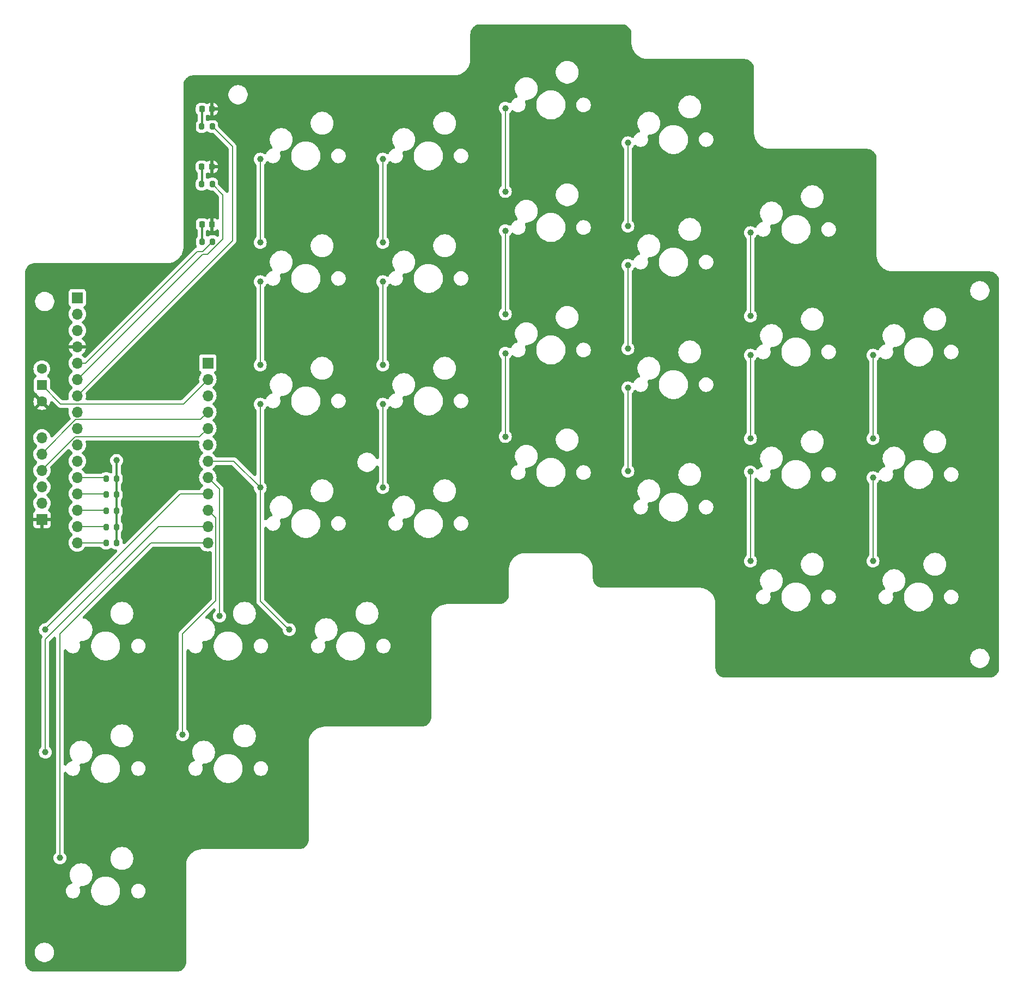
<source format=gtl>
G04 #@! TF.GenerationSoftware,KiCad,Pcbnew,8.0.6-8.0.6-0~ubuntu24.04.1*
G04 #@! TF.CreationDate,2025-02-09T13:24:35-05:00*
G04 #@! TF.ProjectId,keybird_right,6b657962-6972-4645-9f72-696768742e6b,rev?*
G04 #@! TF.SameCoordinates,Original*
G04 #@! TF.FileFunction,Copper,L1,Top*
G04 #@! TF.FilePolarity,Positive*
%FSLAX46Y46*%
G04 Gerber Fmt 4.6, Leading zero omitted, Abs format (unit mm)*
G04 Created by KiCad (PCBNEW 8.0.6-8.0.6-0~ubuntu24.04.1) date 2025-02-09 13:24:35*
%MOMM*%
%LPD*%
G01*
G04 APERTURE LIST*
G04 Aperture macros list*
%AMRoundRect*
0 Rectangle with rounded corners*
0 $1 Rounding radius*
0 $2 $3 $4 $5 $6 $7 $8 $9 X,Y pos of 4 corners*
0 Add a 4 corners polygon primitive as box body*
4,1,4,$2,$3,$4,$5,$6,$7,$8,$9,$2,$3,0*
0 Add four circle primitives for the rounded corners*
1,1,$1+$1,$2,$3*
1,1,$1+$1,$4,$5*
1,1,$1+$1,$6,$7*
1,1,$1+$1,$8,$9*
0 Add four rect primitives between the rounded corners*
20,1,$1+$1,$2,$3,$4,$5,0*
20,1,$1+$1,$4,$5,$6,$7,0*
20,1,$1+$1,$6,$7,$8,$9,0*
20,1,$1+$1,$8,$9,$2,$3,0*%
G04 Aperture macros list end*
G04 #@! TA.AperFunction,ComponentPad*
%ADD10R,1.700000X1.700000*%
G04 #@! TD*
G04 #@! TA.AperFunction,ComponentPad*
%ADD11O,1.700000X1.700000*%
G04 #@! TD*
G04 #@! TA.AperFunction,SMDPad,CuDef*
%ADD12RoundRect,0.200000X0.200000X0.275000X-0.200000X0.275000X-0.200000X-0.275000X0.200000X-0.275000X0*%
G04 #@! TD*
G04 #@! TA.AperFunction,SMDPad,CuDef*
%ADD13RoundRect,0.218750X0.218750X0.256250X-0.218750X0.256250X-0.218750X-0.256250X0.218750X-0.256250X0*%
G04 #@! TD*
G04 #@! TA.AperFunction,ComponentPad*
%ADD14R,1.500000X1.500000*%
G04 #@! TD*
G04 #@! TA.AperFunction,ComponentPad*
%ADD15C,1.600000*%
G04 #@! TD*
G04 #@! TA.AperFunction,ViaPad*
%ADD16C,1.000000*%
G04 #@! TD*
G04 #@! TA.AperFunction,Conductor*
%ADD17C,0.200000*%
G04 #@! TD*
G04 #@! TA.AperFunction,Conductor*
%ADD18C,0.300000*%
G04 #@! TD*
G04 APERTURE END LIST*
D10*
X129295000Y-85525000D03*
D11*
X129295000Y-88065000D03*
X129295000Y-90605000D03*
X129295000Y-93145000D03*
X129295000Y-95685000D03*
X129295000Y-98225000D03*
X129295000Y-100765000D03*
X129295000Y-103305000D03*
X129295000Y-105845000D03*
X129295000Y-108385000D03*
X129295000Y-110925000D03*
X129295000Y-113465000D03*
D10*
X109000000Y-75375000D03*
D11*
X109000000Y-77915000D03*
X109000000Y-80455000D03*
X109000000Y-82995000D03*
X109000000Y-85535000D03*
X109000000Y-88075000D03*
X109000000Y-90615000D03*
X109000000Y-93155000D03*
X109000000Y-95695000D03*
X109000000Y-98235000D03*
X109000000Y-100775000D03*
X109000000Y-103315000D03*
X109000000Y-105855000D03*
X109000000Y-108395000D03*
X109000000Y-110935000D03*
X109000000Y-113475000D03*
D12*
X130020000Y-66668000D03*
X128370000Y-66668000D03*
D13*
X129962500Y-63984000D03*
X128387500Y-63984000D03*
X129922500Y-55016000D03*
X128347500Y-55016000D03*
D12*
X115120000Y-108500000D03*
X113470000Y-108500000D03*
X129980000Y-57700000D03*
X128330000Y-57700000D03*
D13*
X129942500Y-46048000D03*
X128367500Y-46048000D03*
D12*
X115120000Y-106000000D03*
X113470000Y-106000000D03*
X115120000Y-111000000D03*
X113470000Y-111000000D03*
X130000000Y-48732000D03*
X128350000Y-48732000D03*
X115120000Y-113500000D03*
X113470000Y-113500000D03*
X115120000Y-103500000D03*
X113470000Y-103500000D03*
D14*
X103500000Y-88960000D03*
D15*
X103500000Y-91500000D03*
X103500000Y-86420000D03*
D10*
X103500000Y-109850000D03*
D11*
X103500000Y-107310000D03*
X103500000Y-104770000D03*
X103500000Y-102230000D03*
X103500000Y-99690000D03*
X103500000Y-97150000D03*
D16*
X118409421Y-99293233D03*
X125743120Y-103964107D03*
X120689794Y-108313925D03*
X175540050Y-77898418D03*
X175540000Y-64946582D03*
X175540000Y-45896582D03*
X175540000Y-83996582D03*
X175540050Y-96948418D03*
X175540050Y-58848418D03*
X104040813Y-126978332D03*
X104040813Y-146028332D03*
X213640000Y-102445307D03*
X213640000Y-65264082D03*
X213640050Y-116315918D03*
X213640050Y-78215918D03*
X213640000Y-84314082D03*
X213640050Y-97265918D03*
X137440000Y-91934082D03*
X137440050Y-104885918D03*
X137440000Y-72884082D03*
X137440050Y-85835918D03*
X137440000Y-53834082D03*
X137440050Y-66785918D03*
X141962306Y-126985000D03*
X156490000Y-91934082D03*
X156490000Y-53834082D03*
X156490050Y-104885918D03*
X156490050Y-66785918D03*
X131119017Y-124863333D03*
X156490050Y-85835918D03*
X156490000Y-72884082D03*
X232690000Y-97265918D03*
X232689950Y-84314082D03*
X232690000Y-103364082D03*
X106306250Y-162472007D03*
X232690050Y-116315918D03*
X194589950Y-70344082D03*
X194590000Y-89394082D03*
X194590050Y-102345918D03*
X194590000Y-51294082D03*
X194590000Y-83295918D03*
X125377174Y-143314320D03*
X194590050Y-64245918D03*
X121000000Y-178000000D03*
X153000000Y-90000000D03*
X217000000Y-114000000D03*
X121000000Y-170000000D03*
X201000000Y-82000000D03*
X161000000Y-66000000D03*
X177000000Y-106000000D03*
X169000000Y-58000000D03*
X241000000Y-114000000D03*
X113000000Y-162000000D03*
X249000000Y-98000000D03*
X201000000Y-66000000D03*
X217000000Y-90000000D03*
X169000000Y-98000000D03*
X225000000Y-106000000D03*
X201000000Y-42000000D03*
X153000000Y-58000000D03*
X249000000Y-82000000D03*
X145000000Y-138000000D03*
X249000000Y-122000000D03*
X193000000Y-58000000D03*
X113000000Y-90000000D03*
X209000000Y-58000000D03*
X105000000Y-170000000D03*
X153000000Y-74000000D03*
X193000000Y-42000000D03*
X241000000Y-90000000D03*
X129000000Y-42000000D03*
X137000000Y-42000000D03*
X153000000Y-98000000D03*
X137000000Y-146000000D03*
X249000000Y-106000000D03*
X137000000Y-154000000D03*
X201000000Y-58000000D03*
X113000000Y-138000000D03*
X161000000Y-98000000D03*
X145000000Y-122000000D03*
X161000000Y-58000000D03*
X241000000Y-130000000D03*
X153000000Y-50000000D03*
X113000000Y-154000000D03*
X217000000Y-58000000D03*
X241000000Y-106000000D03*
X185000000Y-106000000D03*
X161000000Y-138000000D03*
X177000000Y-50000000D03*
X161000000Y-130000000D03*
X153000000Y-66000000D03*
X193000000Y-34000000D03*
X121000000Y-82000000D03*
X105000000Y-154000000D03*
X121000000Y-90000000D03*
X113000000Y-74000000D03*
X209000000Y-106000000D03*
X225000000Y-130000000D03*
X161000000Y-122000000D03*
X145000000Y-98000000D03*
X113000000Y-178000000D03*
X105000000Y-114000000D03*
X153000000Y-138000000D03*
X217000000Y-130000000D03*
X209000000Y-74000000D03*
X105000000Y-82000000D03*
X105000000Y-122000000D03*
X185000000Y-90000000D03*
X209000000Y-90000000D03*
X201000000Y-98000000D03*
X217000000Y-74000000D03*
X177000000Y-90000000D03*
X169000000Y-122000000D03*
X177000000Y-34000000D03*
X193000000Y-98000000D03*
X145000000Y-58000000D03*
X185000000Y-50000000D03*
X249000000Y-90000000D03*
X129000000Y-154000000D03*
X153000000Y-106000000D03*
X249000000Y-114000000D03*
X145000000Y-82000000D03*
X233000000Y-130000000D03*
X209000000Y-50000000D03*
X115120000Y-100663700D03*
D17*
X109000000Y-85535000D02*
X110307150Y-85535000D01*
X110307150Y-85535000D02*
X127656772Y-68185378D01*
X127656772Y-68185378D02*
X128502622Y-68185378D01*
X128502622Y-68185378D02*
X130020000Y-66668000D01*
X129295000Y-105845000D02*
X125054194Y-105845000D01*
X125054194Y-105845000D02*
X104040813Y-126858381D01*
X104040813Y-126858381D02*
X104040813Y-126978332D01*
X109000000Y-113475000D02*
X113445000Y-113475000D01*
X113445000Y-113475000D02*
X113470000Y-113500000D01*
X109000000Y-110935000D02*
X113405000Y-110935000D01*
X113405000Y-110935000D02*
X113470000Y-111000000D01*
X109000000Y-108395000D02*
X113365000Y-108395000D01*
X113365000Y-108395000D02*
X113470000Y-108500000D01*
X109000000Y-105855000D02*
X113325000Y-105855000D01*
X113325000Y-105855000D02*
X113470000Y-106000000D01*
X109000000Y-103315000D02*
X113285000Y-103315000D01*
X113285000Y-103315000D02*
X113470000Y-103500000D01*
X175540050Y-45896632D02*
X175540050Y-58848418D01*
X175540050Y-64946632D02*
X175540050Y-77898418D01*
X175540050Y-83996632D02*
X175540050Y-96948418D01*
X213640050Y-102445357D02*
X213640050Y-116315918D01*
X213640050Y-84314132D02*
X213640050Y-97265918D01*
X213640000Y-102445307D02*
X213640050Y-102445357D01*
X104040813Y-128520288D02*
X104040813Y-146028332D01*
X121636101Y-110925000D02*
X104040813Y-128520288D01*
X129295000Y-110925000D02*
X121636101Y-110925000D01*
X213640050Y-65264132D02*
X213640050Y-78215918D01*
X137440050Y-72884132D02*
X137440050Y-85835918D01*
X137440050Y-122534182D02*
X137440050Y-104885918D01*
X141962306Y-126985000D02*
X141890868Y-126985000D01*
X141890868Y-126985000D02*
X137440050Y-122534182D01*
X137440050Y-53834132D02*
X137440050Y-66785918D01*
X133319132Y-100765000D02*
X137440050Y-104885918D01*
X129295000Y-100765000D02*
X133319132Y-100765000D01*
X137440000Y-53834082D02*
X137440050Y-53834132D01*
X137440050Y-91934132D02*
X137440050Y-104885918D01*
X156490050Y-53834132D02*
X156490050Y-66785918D01*
X156490050Y-91934132D02*
X156490050Y-104885918D01*
X131119017Y-105129017D02*
X131119017Y-124863333D01*
X156490050Y-72884132D02*
X156490050Y-85835918D01*
X129295000Y-103305000D02*
X131119017Y-105129017D01*
X129295000Y-113465000D02*
X120468400Y-113465000D01*
X120468400Y-113465000D02*
X106306250Y-127627150D01*
X232690000Y-84314132D02*
X232690000Y-97265918D01*
X106306250Y-127627150D02*
X106306250Y-162472007D01*
X232690050Y-103364132D02*
X232690050Y-116315918D01*
X125377174Y-127606226D02*
X125377174Y-143314320D01*
X129295000Y-108385000D02*
X130525050Y-109615050D01*
X194590000Y-70344132D02*
X194590000Y-83295918D01*
X194590050Y-51294132D02*
X194590050Y-64245918D01*
X194590050Y-89394132D02*
X194590050Y-102345918D01*
X130525050Y-109615050D02*
X130525050Y-122458350D01*
X130525050Y-122458350D02*
X125377174Y-127606226D01*
X128367500Y-57682500D02*
X128350000Y-57700000D01*
D18*
X128367500Y-55016000D02*
X128367500Y-57682500D01*
X128367500Y-46048000D02*
X128367500Y-48714500D01*
D17*
X128367500Y-48714500D02*
X128350000Y-48732000D01*
D18*
X115120000Y-100663700D02*
X115120000Y-103500000D01*
X115120000Y-108500000D02*
X115120000Y-111000000D01*
X115120000Y-111000000D02*
X115120000Y-113500000D01*
X115120000Y-106000000D02*
X115120000Y-108500000D01*
X115120000Y-103500000D02*
X115120000Y-106000000D01*
X128367500Y-63984000D02*
X128367500Y-66650500D01*
D17*
X128367500Y-66650500D02*
X128350000Y-66668000D01*
X109000000Y-88075000D02*
X128489622Y-68585378D01*
X131653660Y-59373660D02*
X129980000Y-57700000D01*
X129290270Y-68585378D02*
X131653660Y-66221988D01*
X128489622Y-68585378D02*
X129290270Y-68585378D01*
X131653660Y-66221988D02*
X131653660Y-59373660D01*
X109000000Y-90615000D02*
X133131100Y-66483900D01*
X133131100Y-66483900D02*
X133131100Y-51863100D01*
X133131100Y-51863100D02*
X130000000Y-48732000D01*
X109000000Y-100765000D02*
X109000000Y-100899917D01*
X108756636Y-94312018D02*
X103500000Y-99568654D01*
X103500000Y-99568654D02*
X103500000Y-99690000D01*
X129295000Y-93145000D02*
X128127982Y-94312018D01*
X128127982Y-94312018D02*
X108756636Y-94312018D01*
X125485649Y-91874351D02*
X106414351Y-91874351D01*
X106414351Y-91874351D02*
X103500000Y-88960000D01*
X129295000Y-88065000D02*
X125485649Y-91874351D01*
X103500000Y-102108654D02*
X103500000Y-102230000D01*
X128023093Y-96956907D02*
X108651747Y-96956907D01*
X108651747Y-96956907D02*
X103500000Y-102108654D01*
X129295000Y-95685000D02*
X128023093Y-96956907D01*
G04 #@! TA.AperFunction,Conductor*
G36*
X127846525Y-97576361D02*
G01*
X127927307Y-97630337D01*
X127981283Y-97711119D01*
X128000237Y-97806407D01*
X127991753Y-97870851D01*
X127959936Y-97989595D01*
X127959935Y-97989598D01*
X127939341Y-98224994D01*
X127939341Y-98225005D01*
X127959935Y-98460401D01*
X128011140Y-98651505D01*
X128021097Y-98688663D01*
X128112423Y-98884512D01*
X128120965Y-98902830D01*
X128144850Y-98936942D01*
X128256505Y-99096401D01*
X128423599Y-99263495D01*
X128462925Y-99291031D01*
X128530107Y-99361209D01*
X128565321Y-99451758D01*
X128563202Y-99548890D01*
X128524074Y-99637818D01*
X128462928Y-99698965D01*
X128423603Y-99726501D01*
X128256504Y-99893600D01*
X128120965Y-100087169D01*
X128120961Y-100087177D01*
X128021098Y-100301333D01*
X128021097Y-100301335D01*
X127959935Y-100529598D01*
X127939341Y-100764994D01*
X127939341Y-100765005D01*
X127959935Y-101000401D01*
X128011140Y-101191505D01*
X128021097Y-101228663D01*
X128091335Y-101379288D01*
X128120965Y-101442830D01*
X128255550Y-101635038D01*
X128256505Y-101636401D01*
X128423599Y-101803495D01*
X128462925Y-101831031D01*
X128530107Y-101901209D01*
X128565321Y-101991758D01*
X128563202Y-102088890D01*
X128524074Y-102177818D01*
X128462928Y-102238965D01*
X128423603Y-102266501D01*
X128256504Y-102433600D01*
X128120965Y-102627169D01*
X128120961Y-102627177D01*
X128021098Y-102841333D01*
X128021097Y-102841335D01*
X127959935Y-103069598D01*
X127939341Y-103304994D01*
X127939341Y-103305005D01*
X127959935Y-103540401D01*
X128018448Y-103758779D01*
X128021097Y-103768663D01*
X128092888Y-103922618D01*
X128120965Y-103982830D01*
X128255550Y-104175038D01*
X128256505Y-104176401D01*
X128423599Y-104343495D01*
X128462925Y-104371031D01*
X128530107Y-104441209D01*
X128565321Y-104531758D01*
X128563202Y-104628890D01*
X128524074Y-104717818D01*
X128462928Y-104778965D01*
X128423603Y-104806501D01*
X128256504Y-104973600D01*
X128141166Y-105138321D01*
X128070985Y-105205505D01*
X127980435Y-105240717D01*
X127937197Y-105244500D01*
X124975136Y-105244500D01*
X124937819Y-105254498D01*
X124937820Y-105254499D01*
X124822408Y-105285423D01*
X124685479Y-105364479D01*
X124685477Y-105364480D01*
X124573673Y-105476283D01*
X124573674Y-105476284D01*
X116445570Y-113604388D01*
X116364788Y-113658364D01*
X116269500Y-113677318D01*
X116174212Y-113658364D01*
X116093430Y-113604388D01*
X116039454Y-113523606D01*
X116020500Y-113428318D01*
X116020500Y-113168390D01*
X116020499Y-113168369D01*
X116014087Y-113097811D01*
X116014086Y-113097808D01*
X116014086Y-113097804D01*
X115963478Y-112935394D01*
X115963477Y-112935393D01*
X115963477Y-112935391D01*
X115882578Y-112801570D01*
X115875472Y-112789815D01*
X115843428Y-112757771D01*
X115789453Y-112676988D01*
X115770500Y-112581703D01*
X115770500Y-111918296D01*
X115789454Y-111823008D01*
X115843427Y-111742229D01*
X115875472Y-111710185D01*
X115963478Y-111564606D01*
X116014086Y-111402196D01*
X116014408Y-111398660D01*
X116020499Y-111331630D01*
X116020500Y-111331609D01*
X116020500Y-110668390D01*
X116020499Y-110668369D01*
X116014087Y-110597811D01*
X116014086Y-110597808D01*
X116014086Y-110597804D01*
X115963478Y-110435394D01*
X115963477Y-110435393D01*
X115963477Y-110435391D01*
X115891027Y-110315546D01*
X115875472Y-110289815D01*
X115843428Y-110257771D01*
X115789453Y-110176988D01*
X115770500Y-110081703D01*
X115770500Y-109418296D01*
X115789454Y-109323008D01*
X115843427Y-109242229D01*
X115875472Y-109210185D01*
X115954041Y-109080217D01*
X115963477Y-109064608D01*
X115964757Y-109060500D01*
X116014086Y-108902196D01*
X116014503Y-108897614D01*
X116020499Y-108831630D01*
X116020500Y-108831609D01*
X116020500Y-108168390D01*
X116020499Y-108168369D01*
X116014087Y-108097811D01*
X116014086Y-108097808D01*
X116014086Y-108097804D01*
X115963478Y-107935394D01*
X115963477Y-107935393D01*
X115963477Y-107935391D01*
X115892890Y-107818628D01*
X115875472Y-107789815D01*
X115843428Y-107757771D01*
X115789453Y-107676988D01*
X115770500Y-107581703D01*
X115770500Y-106918296D01*
X115789454Y-106823008D01*
X115843427Y-106742229D01*
X115875472Y-106710185D01*
X115961317Y-106568181D01*
X115963477Y-106564608D01*
X115967506Y-106551679D01*
X116014086Y-106402196D01*
X116019813Y-106339184D01*
X116020499Y-106331630D01*
X116020500Y-106331609D01*
X116020500Y-105668390D01*
X116020499Y-105668369D01*
X116014087Y-105597811D01*
X116014086Y-105597808D01*
X116014086Y-105597804D01*
X115963478Y-105435394D01*
X115963477Y-105435393D01*
X115963477Y-105435391D01*
X115912987Y-105351873D01*
X115875472Y-105289815D01*
X115843428Y-105257771D01*
X115789453Y-105176988D01*
X115770500Y-105081703D01*
X115770500Y-104418296D01*
X115789454Y-104323008D01*
X115843427Y-104242229D01*
X115875472Y-104210185D01*
X115963478Y-104064606D01*
X116014086Y-103902196D01*
X116014464Y-103898042D01*
X116020499Y-103831630D01*
X116020500Y-103831609D01*
X116020500Y-103168390D01*
X116020499Y-103168369D01*
X116014087Y-103097811D01*
X116014086Y-103097808D01*
X116014086Y-103097804D01*
X115963478Y-102935394D01*
X115963477Y-102935393D01*
X115963477Y-102935391D01*
X115884981Y-102805545D01*
X115875472Y-102789815D01*
X115843428Y-102757771D01*
X115789453Y-102676988D01*
X115770500Y-102581703D01*
X115770500Y-101537253D01*
X115789454Y-101441965D01*
X115827021Y-101379288D01*
X115830880Y-101374584D01*
X115830883Y-101374583D01*
X115955910Y-101222238D01*
X116047726Y-101050463D01*
X116048811Y-101048433D01*
X116048811Y-101048431D01*
X116048814Y-101048427D01*
X116106024Y-100859832D01*
X116125341Y-100663700D01*
X116106024Y-100467568D01*
X116048814Y-100278973D01*
X116048812Y-100278970D01*
X116048811Y-100278966D01*
X115955911Y-100105163D01*
X115830885Y-99952820D01*
X115830883Y-99952817D01*
X115678538Y-99827790D01*
X115678539Y-99827790D01*
X115678536Y-99827788D01*
X115504733Y-99734888D01*
X115504725Y-99734885D01*
X115316131Y-99677675D01*
X115120000Y-99658359D01*
X114923868Y-99677675D01*
X114735274Y-99734885D01*
X114735266Y-99734888D01*
X114561463Y-99827788D01*
X114409120Y-99952814D01*
X114409114Y-99952820D01*
X114284088Y-100105163D01*
X114191188Y-100278966D01*
X114191185Y-100278974D01*
X114133975Y-100467568D01*
X114114659Y-100663700D01*
X114133975Y-100859831D01*
X114191185Y-101048425D01*
X114191188Y-101048433D01*
X114284088Y-101222236D01*
X114298391Y-101239664D01*
X114409117Y-101374583D01*
X114409119Y-101374584D01*
X114412979Y-101379288D01*
X114458778Y-101464971D01*
X114469500Y-101537253D01*
X114469500Y-102448276D01*
X114450546Y-102543564D01*
X114396570Y-102624346D01*
X114315788Y-102678322D01*
X114220500Y-102697276D01*
X114125212Y-102678322D01*
X114091682Y-102661365D01*
X113959608Y-102581522D01*
X113797196Y-102530914D01*
X113797188Y-102530912D01*
X113726630Y-102524500D01*
X113726616Y-102524500D01*
X113213384Y-102524500D01*
X113213369Y-102524500D01*
X113142811Y-102530912D01*
X113142803Y-102530914D01*
X112980391Y-102581522D01*
X112821926Y-102677320D01*
X112820021Y-102674168D01*
X112758335Y-102705359D01*
X112691488Y-102714500D01*
X110357803Y-102714500D01*
X110262515Y-102695546D01*
X110181733Y-102641570D01*
X110153834Y-102608321D01*
X110095142Y-102524500D01*
X110038495Y-102443599D01*
X109871401Y-102276505D01*
X109832074Y-102248967D01*
X109764891Y-102178789D01*
X109729678Y-102088240D01*
X109731797Y-101991108D01*
X109770925Y-101902181D01*
X109832073Y-101841032D01*
X109871401Y-101813495D01*
X110038495Y-101646401D01*
X110174035Y-101452830D01*
X110273903Y-101238663D01*
X110335063Y-101010408D01*
X110335939Y-101000401D01*
X110355659Y-100775005D01*
X110355659Y-100774994D01*
X110335064Y-100539598D01*
X110335063Y-100539595D01*
X110335063Y-100539592D01*
X110273903Y-100311337D01*
X110200378Y-100153663D01*
X110174038Y-100097177D01*
X110174034Y-100097169D01*
X110086736Y-99972495D01*
X110038495Y-99903599D01*
X109871401Y-99736505D01*
X109832074Y-99708967D01*
X109764891Y-99638789D01*
X109729678Y-99548240D01*
X109731797Y-99451108D01*
X109770925Y-99362181D01*
X109832073Y-99301032D01*
X109871401Y-99273495D01*
X110038495Y-99106401D01*
X110174035Y-98912830D01*
X110273903Y-98698663D01*
X110335063Y-98470408D01*
X110337196Y-98446032D01*
X110355659Y-98235005D01*
X110355659Y-98234994D01*
X110335064Y-97999598D01*
X110335063Y-97999595D01*
X110335063Y-97999592D01*
X110300566Y-97870848D01*
X110294213Y-97773905D01*
X110325443Y-97681906D01*
X110389502Y-97608861D01*
X110476638Y-97565891D01*
X110541083Y-97557407D01*
X127751237Y-97557407D01*
X127846525Y-97576361D01*
G37*
G04 #@! TD.AperFunction*
G04 #@! TA.AperFunction,Conductor*
G36*
X193658863Y-32863634D02*
G01*
X193686639Y-32865620D01*
X193845645Y-32876993D01*
X193880793Y-32882046D01*
X194055064Y-32919956D01*
X194089143Y-32929963D01*
X194256228Y-32992283D01*
X194288542Y-33007040D01*
X194445062Y-33092506D01*
X194474947Y-33111712D01*
X194617703Y-33218578D01*
X194644553Y-33241843D01*
X194770656Y-33367946D01*
X194793921Y-33394796D01*
X194900787Y-33537552D01*
X194919995Y-33567440D01*
X195005459Y-33723957D01*
X195020216Y-33756271D01*
X195082534Y-33923350D01*
X195092544Y-33957439D01*
X195130451Y-34131695D01*
X195135507Y-34166860D01*
X195148866Y-34353635D01*
X195149500Y-34371399D01*
X195149500Y-35694108D01*
X195149500Y-35760000D01*
X195149500Y-35911252D01*
X195174435Y-36116614D01*
X195185962Y-36211546D01*
X195258357Y-36505267D01*
X195365624Y-36788107D01*
X195365632Y-36788124D01*
X195506200Y-37055954D01*
X195506211Y-37055972D01*
X195636161Y-37244237D01*
X195678050Y-37304924D01*
X195878648Y-37531352D01*
X196105076Y-37731950D01*
X196354033Y-37903792D01*
X196354036Y-37903794D01*
X196354045Y-37903799D01*
X196621875Y-38044367D01*
X196621880Y-38044369D01*
X196621887Y-38044373D01*
X196904734Y-38151643D01*
X197198449Y-38224037D01*
X197498748Y-38260500D01*
X197584108Y-38260500D01*
X212634108Y-38260500D01*
X212691100Y-38260500D01*
X212708863Y-38261134D01*
X212736639Y-38263120D01*
X212895645Y-38274493D01*
X212930793Y-38279546D01*
X213105064Y-38317456D01*
X213139143Y-38327463D01*
X213306228Y-38389783D01*
X213338542Y-38404540D01*
X213495062Y-38490006D01*
X213524947Y-38509212D01*
X213595969Y-38562379D01*
X213667703Y-38616078D01*
X213694553Y-38639343D01*
X213820656Y-38765446D01*
X213843921Y-38792296D01*
X213950787Y-38935052D01*
X213969995Y-38964940D01*
X214055459Y-39121457D01*
X214070216Y-39153771D01*
X214132534Y-39320850D01*
X214142544Y-39354939D01*
X214180451Y-39529195D01*
X214185507Y-39564360D01*
X214198866Y-39751135D01*
X214199500Y-39768899D01*
X214199500Y-49664108D01*
X214199500Y-49730000D01*
X214199500Y-49881252D01*
X214220207Y-50051786D01*
X214235962Y-50181546D01*
X214308357Y-50475267D01*
X214415624Y-50758107D01*
X214415632Y-50758124D01*
X214556200Y-51025954D01*
X214556211Y-51025972D01*
X214668990Y-51189361D01*
X214728050Y-51274924D01*
X214928648Y-51501352D01*
X215155076Y-51701950D01*
X215155085Y-51701956D01*
X215352125Y-51837963D01*
X215404033Y-51873792D01*
X215404036Y-51873794D01*
X215404045Y-51873799D01*
X215671875Y-52014367D01*
X215671880Y-52014369D01*
X215671887Y-52014373D01*
X215954734Y-52121643D01*
X216248449Y-52194037D01*
X216548748Y-52230500D01*
X216634108Y-52230500D01*
X231684108Y-52230500D01*
X231741100Y-52230500D01*
X231758863Y-52231134D01*
X231786639Y-52233120D01*
X231945645Y-52244493D01*
X231980793Y-52249546D01*
X232155064Y-52287456D01*
X232189143Y-52297463D01*
X232356228Y-52359783D01*
X232388542Y-52374540D01*
X232545062Y-52460006D01*
X232574947Y-52479212D01*
X232717703Y-52586078D01*
X232744553Y-52609343D01*
X232870656Y-52735446D01*
X232893921Y-52762296D01*
X233000787Y-52905052D01*
X233019995Y-52934940D01*
X233105459Y-53091457D01*
X233120216Y-53123771D01*
X233182534Y-53290850D01*
X233192544Y-53324939D01*
X233230451Y-53499195D01*
X233235507Y-53534360D01*
X233248866Y-53721135D01*
X233249500Y-53738899D01*
X233249500Y-68714108D01*
X233249500Y-68780000D01*
X233249500Y-68931252D01*
X233271210Y-69110048D01*
X233285962Y-69231546D01*
X233358357Y-69525267D01*
X233465624Y-69808107D01*
X233465632Y-69808124D01*
X233606200Y-70075954D01*
X233606211Y-70075972D01*
X233718990Y-70239361D01*
X233778050Y-70324924D01*
X233978648Y-70551352D01*
X234205076Y-70751950D01*
X234239764Y-70775893D01*
X234402125Y-70887963D01*
X234454033Y-70923792D01*
X234454036Y-70923794D01*
X234454045Y-70923799D01*
X234721875Y-71064367D01*
X234721880Y-71064369D01*
X234721887Y-71064373D01*
X235004734Y-71171643D01*
X235298449Y-71244037D01*
X235598748Y-71280500D01*
X235684108Y-71280500D01*
X250734108Y-71280500D01*
X250791100Y-71280500D01*
X250808863Y-71281134D01*
X250836639Y-71283120D01*
X250995645Y-71294493D01*
X251030793Y-71299546D01*
X251205064Y-71337456D01*
X251239143Y-71347463D01*
X251406228Y-71409783D01*
X251438542Y-71424540D01*
X251595062Y-71510006D01*
X251624947Y-71529212D01*
X251767703Y-71636078D01*
X251794553Y-71659343D01*
X251920656Y-71785446D01*
X251943921Y-71812296D01*
X252050787Y-71955052D01*
X252069995Y-71984940D01*
X252155459Y-72141457D01*
X252170216Y-72173771D01*
X252232534Y-72340850D01*
X252242544Y-72374939D01*
X252280451Y-72549195D01*
X252285507Y-72584360D01*
X252298866Y-72771135D01*
X252299500Y-72788899D01*
X252299500Y-132921100D01*
X252298866Y-132938864D01*
X252285507Y-133125639D01*
X252280451Y-133160804D01*
X252242544Y-133335060D01*
X252232534Y-133369149D01*
X252170216Y-133536228D01*
X252155459Y-133568542D01*
X252069995Y-133725059D01*
X252050787Y-133754947D01*
X251943921Y-133897703D01*
X251920656Y-133924553D01*
X251794553Y-134050656D01*
X251767703Y-134073921D01*
X251624947Y-134180787D01*
X251595059Y-134199995D01*
X251438542Y-134285459D01*
X251406228Y-134300216D01*
X251239149Y-134362534D01*
X251205060Y-134372544D01*
X251030804Y-134410451D01*
X250995639Y-134415507D01*
X250808864Y-134428866D01*
X250791100Y-134429500D01*
X209708900Y-134429500D01*
X209691136Y-134428866D01*
X209504360Y-134415507D01*
X209469195Y-134410451D01*
X209294939Y-134372544D01*
X209260850Y-134362534D01*
X209093771Y-134300216D01*
X209061457Y-134285459D01*
X208904940Y-134199995D01*
X208875052Y-134180787D01*
X208732296Y-134073921D01*
X208705446Y-134050656D01*
X208579343Y-133924553D01*
X208556078Y-133897703D01*
X208449212Y-133754947D01*
X208430004Y-133725059D01*
X208344540Y-133568542D01*
X208329783Y-133536228D01*
X208267465Y-133369149D01*
X208257455Y-133335060D01*
X208219546Y-133160793D01*
X208214493Y-133125645D01*
X208201134Y-132938863D01*
X208200500Y-132921100D01*
X208200500Y-131311912D01*
X247799500Y-131311912D01*
X247799500Y-131548087D01*
X247799501Y-131548103D01*
X247836446Y-131781364D01*
X247836447Y-131781368D01*
X247909432Y-132005992D01*
X248009683Y-132202747D01*
X248016659Y-132216437D01*
X248155478Y-132407504D01*
X248155480Y-132407506D01*
X248155483Y-132407510D01*
X248322490Y-132574517D01*
X248322493Y-132574519D01*
X248322495Y-132574521D01*
X248513562Y-132713340D01*
X248513564Y-132713341D01*
X248513567Y-132713343D01*
X248724008Y-132820568D01*
X248948632Y-132893553D01*
X249181908Y-132930500D01*
X249181912Y-132930500D01*
X249418088Y-132930500D01*
X249418092Y-132930500D01*
X249651368Y-132893553D01*
X249875992Y-132820568D01*
X250086433Y-132713343D01*
X250277510Y-132574517D01*
X250444517Y-132407510D01*
X250583343Y-132216433D01*
X250690568Y-132005992D01*
X250763553Y-131781368D01*
X250800500Y-131548092D01*
X250800500Y-131311908D01*
X250763553Y-131078632D01*
X250690568Y-130854008D01*
X250583343Y-130643567D01*
X250583341Y-130643564D01*
X250583340Y-130643562D01*
X250444521Y-130452495D01*
X250444519Y-130452493D01*
X250444517Y-130452490D01*
X250277510Y-130285483D01*
X250277506Y-130285480D01*
X250277504Y-130285478D01*
X250086437Y-130146659D01*
X250052945Y-130129594D01*
X249875992Y-130039432D01*
X249875989Y-130039431D01*
X249875987Y-130039430D01*
X249745419Y-129997006D01*
X249651368Y-129966447D01*
X249651366Y-129966446D01*
X249651364Y-129966446D01*
X249418103Y-129929501D01*
X249418094Y-129929500D01*
X249418092Y-129929500D01*
X249181908Y-129929500D01*
X249181905Y-129929500D01*
X249181896Y-129929501D01*
X248948635Y-129966446D01*
X248724012Y-130039430D01*
X248513562Y-130146659D01*
X248322495Y-130285478D01*
X248155478Y-130452495D01*
X248016659Y-130643562D01*
X247909430Y-130854012D01*
X247836446Y-131078635D01*
X247799501Y-131311896D01*
X247799500Y-131311912D01*
X208200500Y-131311912D01*
X208200500Y-122808754D01*
X208200500Y-122808748D01*
X208164037Y-122508449D01*
X208091643Y-122214734D01*
X207984373Y-121931887D01*
X207984367Y-121931875D01*
X207923767Y-121816411D01*
X214519550Y-121816411D01*
X214519550Y-121993588D01*
X214547261Y-122168543D01*
X214547263Y-122168549D01*
X214547264Y-122168555D01*
X214602008Y-122337042D01*
X214602009Y-122337043D01*
X214602013Y-122337052D01*
X214682435Y-122494889D01*
X214786564Y-122638210D01*
X214786567Y-122638214D01*
X214911836Y-122763483D01*
X215055160Y-122867614D01*
X215213008Y-122948042D01*
X215381495Y-123002786D01*
X215381504Y-123002787D01*
X215381506Y-123002788D01*
X215556461Y-123030499D01*
X215556468Y-123030499D01*
X215556471Y-123030500D01*
X215556474Y-123030500D01*
X215733626Y-123030500D01*
X215733629Y-123030500D01*
X215733632Y-123030499D01*
X215733638Y-123030499D01*
X215908593Y-123002788D01*
X215908593Y-123002787D01*
X215908605Y-123002786D01*
X216077092Y-122948042D01*
X216234940Y-122867614D01*
X216378264Y-122763483D01*
X216503533Y-122638214D01*
X216607664Y-122494890D01*
X216688092Y-122337042D01*
X216742836Y-122168555D01*
X216770550Y-121993579D01*
X216770550Y-121816421D01*
X216770549Y-121816418D01*
X216770549Y-121816411D01*
X216761217Y-121757493D01*
X218474550Y-121757493D01*
X218474550Y-122052506D01*
X218512011Y-122337052D01*
X218513057Y-122344993D01*
X218538473Y-122439847D01*
X218589410Y-122629950D01*
X218702303Y-122902499D01*
X218702305Y-122902503D01*
X218702307Y-122902507D01*
X218747308Y-122980451D01*
X218849809Y-123157989D01*
X218849812Y-123157994D01*
X219001909Y-123356211D01*
X219029404Y-123392042D01*
X219238008Y-123600646D01*
X219472056Y-123780238D01*
X219727543Y-123927743D01*
X220000098Y-124040639D01*
X220285057Y-124116993D01*
X220433743Y-124136568D01*
X220577543Y-124155500D01*
X220577544Y-124155500D01*
X220872557Y-124155500D01*
X220921303Y-124149082D01*
X221165043Y-124116993D01*
X221450002Y-124040639D01*
X221722557Y-123927743D01*
X221978044Y-123780238D01*
X222212092Y-123600646D01*
X222420696Y-123392042D01*
X222600288Y-123157994D01*
X222747793Y-122902507D01*
X222860689Y-122629952D01*
X222937043Y-122344993D01*
X222975550Y-122052506D01*
X222975550Y-121816411D01*
X224679550Y-121816411D01*
X224679550Y-121993588D01*
X224707261Y-122168543D01*
X224707263Y-122168549D01*
X224707264Y-122168555D01*
X224762008Y-122337042D01*
X224762009Y-122337043D01*
X224762013Y-122337052D01*
X224842435Y-122494889D01*
X224946564Y-122638210D01*
X224946567Y-122638214D01*
X225071836Y-122763483D01*
X225215160Y-122867614D01*
X225373008Y-122948042D01*
X225541495Y-123002786D01*
X225541504Y-123002787D01*
X225541506Y-123002788D01*
X225716461Y-123030499D01*
X225716468Y-123030499D01*
X225716471Y-123030500D01*
X225716474Y-123030500D01*
X225893626Y-123030500D01*
X225893629Y-123030500D01*
X225893632Y-123030499D01*
X225893638Y-123030499D01*
X226068593Y-123002788D01*
X226068593Y-123002787D01*
X226068605Y-123002786D01*
X226237092Y-122948042D01*
X226394940Y-122867614D01*
X226538264Y-122763483D01*
X226663533Y-122638214D01*
X226767664Y-122494890D01*
X226848092Y-122337042D01*
X226902836Y-122168555D01*
X226930550Y-121993579D01*
X226930550Y-121816421D01*
X226930549Y-121816418D01*
X226930549Y-121816411D01*
X233569550Y-121816411D01*
X233569550Y-121993588D01*
X233597261Y-122168543D01*
X233597263Y-122168549D01*
X233597264Y-122168555D01*
X233652008Y-122337042D01*
X233652009Y-122337043D01*
X233652013Y-122337052D01*
X233732435Y-122494889D01*
X233836564Y-122638210D01*
X233836567Y-122638214D01*
X233961836Y-122763483D01*
X234105160Y-122867614D01*
X234263008Y-122948042D01*
X234431495Y-123002786D01*
X234431504Y-123002787D01*
X234431506Y-123002788D01*
X234606461Y-123030499D01*
X234606468Y-123030499D01*
X234606471Y-123030500D01*
X234606474Y-123030500D01*
X234783626Y-123030500D01*
X234783629Y-123030500D01*
X234783632Y-123030499D01*
X234783638Y-123030499D01*
X234958593Y-123002788D01*
X234958593Y-123002787D01*
X234958605Y-123002786D01*
X235127092Y-122948042D01*
X235284940Y-122867614D01*
X235428264Y-122763483D01*
X235553533Y-122638214D01*
X235657664Y-122494890D01*
X235738092Y-122337042D01*
X235792836Y-122168555D01*
X235820550Y-121993579D01*
X235820550Y-121816421D01*
X235820549Y-121816418D01*
X235820549Y-121816411D01*
X235811217Y-121757493D01*
X237524550Y-121757493D01*
X237524550Y-122052506D01*
X237562011Y-122337052D01*
X237563057Y-122344993D01*
X237588473Y-122439847D01*
X237639410Y-122629950D01*
X237752303Y-122902499D01*
X237752305Y-122902503D01*
X237752307Y-122902507D01*
X237797308Y-122980451D01*
X237899809Y-123157989D01*
X237899812Y-123157994D01*
X238051909Y-123356211D01*
X238079404Y-123392042D01*
X238288008Y-123600646D01*
X238522056Y-123780238D01*
X238777543Y-123927743D01*
X239050098Y-124040639D01*
X239335057Y-124116993D01*
X239483743Y-124136568D01*
X239627543Y-124155500D01*
X239627544Y-124155500D01*
X239922557Y-124155500D01*
X239971303Y-124149082D01*
X240215043Y-124116993D01*
X240500002Y-124040639D01*
X240772557Y-123927743D01*
X241028044Y-123780238D01*
X241262092Y-123600646D01*
X241470696Y-123392042D01*
X241650288Y-123157994D01*
X241797793Y-122902507D01*
X241910689Y-122629952D01*
X241987043Y-122344993D01*
X242025550Y-122052506D01*
X242025550Y-121816411D01*
X243729550Y-121816411D01*
X243729550Y-121993588D01*
X243757261Y-122168543D01*
X243757263Y-122168549D01*
X243757264Y-122168555D01*
X243812008Y-122337042D01*
X243812009Y-122337043D01*
X243812013Y-122337052D01*
X243892435Y-122494889D01*
X243996564Y-122638210D01*
X243996567Y-122638214D01*
X244121836Y-122763483D01*
X244265160Y-122867614D01*
X244423008Y-122948042D01*
X244591495Y-123002786D01*
X244591504Y-123002787D01*
X244591506Y-123002788D01*
X244766461Y-123030499D01*
X244766468Y-123030499D01*
X244766471Y-123030500D01*
X244766474Y-123030500D01*
X244943626Y-123030500D01*
X244943629Y-123030500D01*
X244943632Y-123030499D01*
X244943638Y-123030499D01*
X245118593Y-123002788D01*
X245118593Y-123002787D01*
X245118605Y-123002786D01*
X245287092Y-122948042D01*
X245444940Y-122867614D01*
X245588264Y-122763483D01*
X245713533Y-122638214D01*
X245817664Y-122494890D01*
X245898092Y-122337042D01*
X245952836Y-122168555D01*
X245980550Y-121993579D01*
X245980550Y-121816421D01*
X245980549Y-121816418D01*
X245980549Y-121816411D01*
X245952838Y-121641456D01*
X245952837Y-121641454D01*
X245952836Y-121641445D01*
X245898092Y-121472958D01*
X245817664Y-121315110D01*
X245713533Y-121171786D01*
X245588264Y-121046517D01*
X245507791Y-120988050D01*
X245444939Y-120942385D01*
X245287102Y-120861963D01*
X245287100Y-120861962D01*
X245287092Y-120861958D01*
X245118605Y-120807214D01*
X245118599Y-120807213D01*
X245118593Y-120807211D01*
X244943638Y-120779500D01*
X244943629Y-120779500D01*
X244766471Y-120779500D01*
X244766461Y-120779500D01*
X244591506Y-120807211D01*
X244591500Y-120807213D01*
X244591498Y-120807213D01*
X244591495Y-120807214D01*
X244423008Y-120861958D01*
X244423006Y-120861958D01*
X244423006Y-120861959D01*
X244422997Y-120861963D01*
X244265160Y-120942385D01*
X244121839Y-121046514D01*
X243996564Y-121171789D01*
X243892435Y-121315110D01*
X243812013Y-121472947D01*
X243812008Y-121472956D01*
X243812008Y-121472958D01*
X243757264Y-121641445D01*
X243757263Y-121641448D01*
X243757263Y-121641450D01*
X243757261Y-121641456D01*
X243729550Y-121816411D01*
X242025550Y-121816411D01*
X242025550Y-121757494D01*
X241987043Y-121465007D01*
X241910689Y-121180048D01*
X241797793Y-120907493D01*
X241650288Y-120652006D01*
X241530551Y-120495962D01*
X241470700Y-120417963D01*
X241470699Y-120417962D01*
X241470696Y-120417958D01*
X241262092Y-120209354D01*
X241262087Y-120209350D01*
X241262086Y-120209349D01*
X241028044Y-120029762D01*
X241028039Y-120029759D01*
X240851272Y-119927703D01*
X240772557Y-119882257D01*
X240772555Y-119882256D01*
X240772553Y-119882255D01*
X240772549Y-119882253D01*
X240500000Y-119769360D01*
X240376605Y-119736297D01*
X240215043Y-119693007D01*
X240215038Y-119693006D01*
X240215039Y-119693006D01*
X239922557Y-119654500D01*
X239922556Y-119654500D01*
X239627544Y-119654500D01*
X239627543Y-119654500D01*
X239335061Y-119693006D01*
X239050099Y-119769360D01*
X238777550Y-119882253D01*
X238777546Y-119882255D01*
X238522060Y-120029759D01*
X238522055Y-120029762D01*
X238288013Y-120209349D01*
X238079399Y-120417963D01*
X237899812Y-120652005D01*
X237899809Y-120652010D01*
X237752305Y-120907496D01*
X237752303Y-120907500D01*
X237639410Y-121180049D01*
X237563056Y-121465011D01*
X237524550Y-121757493D01*
X235811217Y-121757493D01*
X235792838Y-121641456D01*
X235792837Y-121641454D01*
X235792836Y-121641445D01*
X235738092Y-121472958D01*
X235738090Y-121472955D01*
X235735975Y-121466444D01*
X235724557Y-121369962D01*
X235750929Y-121276455D01*
X235811078Y-121200158D01*
X235895845Y-121152686D01*
X235972789Y-121140500D01*
X236081422Y-121140500D01*
X236312176Y-121110121D01*
X236536990Y-121049882D01*
X236536995Y-121049879D01*
X236536998Y-121049879D01*
X236752008Y-120960820D01*
X236752011Y-120960818D01*
X236752019Y-120960815D01*
X236953582Y-120844442D01*
X237138231Y-120702756D01*
X237302806Y-120538181D01*
X237444492Y-120353532D01*
X237560865Y-120151969D01*
X237611485Y-120029762D01*
X237649929Y-119936948D01*
X237649929Y-119936945D01*
X237649932Y-119936940D01*
X237710171Y-119712126D01*
X237740550Y-119481372D01*
X237740550Y-119248628D01*
X237710171Y-119017874D01*
X237649932Y-118793060D01*
X237649930Y-118793055D01*
X237649929Y-118793051D01*
X237560870Y-118578041D01*
X237560865Y-118578032D01*
X237560865Y-118578031D01*
X237444492Y-118376468D01*
X237302806Y-118191819D01*
X237138231Y-118027244D01*
X236953582Y-117885558D01*
X236752019Y-117769185D01*
X236752017Y-117769184D01*
X236752008Y-117769179D01*
X236536998Y-117680120D01*
X236505321Y-117671632D01*
X236312176Y-117619879D01*
X236312169Y-117619878D01*
X236081422Y-117589500D01*
X235848678Y-117589500D01*
X235617930Y-117619878D01*
X235617928Y-117619878D01*
X235617924Y-117619879D01*
X235483882Y-117655795D01*
X235393101Y-117680120D01*
X235178091Y-117769179D01*
X235178082Y-117769184D01*
X234976517Y-117885558D01*
X234791869Y-118027244D01*
X234791865Y-118027247D01*
X234627297Y-118191815D01*
X234627294Y-118191819D01*
X234485608Y-118376467D01*
X234369234Y-118578032D01*
X234369229Y-118578041D01*
X234280170Y-118793051D01*
X234280168Y-118793060D01*
X234219929Y-119017874D01*
X234189550Y-119248628D01*
X234189550Y-119481372D01*
X234219929Y-119712126D01*
X234265515Y-119882253D01*
X234280170Y-119936948D01*
X234369229Y-120151958D01*
X234369234Y-120151967D01*
X234369235Y-120151969D01*
X234485608Y-120353532D01*
X234485610Y-120353535D01*
X234485611Y-120353536D01*
X234538975Y-120423082D01*
X234581946Y-120510217D01*
X234588300Y-120607164D01*
X234557070Y-120699163D01*
X234493011Y-120772208D01*
X234418375Y-120811476D01*
X234263015Y-120861955D01*
X234262997Y-120861963D01*
X234105160Y-120942385D01*
X233961839Y-121046514D01*
X233836564Y-121171789D01*
X233732435Y-121315110D01*
X233652013Y-121472947D01*
X233652008Y-121472956D01*
X233652008Y-121472958D01*
X233597264Y-121641445D01*
X233597263Y-121641448D01*
X233597263Y-121641450D01*
X233597261Y-121641456D01*
X233569550Y-121816411D01*
X226930549Y-121816411D01*
X226902838Y-121641456D01*
X226902837Y-121641454D01*
X226902836Y-121641445D01*
X226848092Y-121472958D01*
X226767664Y-121315110D01*
X226663533Y-121171786D01*
X226538264Y-121046517D01*
X226457791Y-120988050D01*
X226394939Y-120942385D01*
X226237102Y-120861963D01*
X226237100Y-120861962D01*
X226237092Y-120861958D01*
X226068605Y-120807214D01*
X226068599Y-120807213D01*
X226068593Y-120807211D01*
X225893638Y-120779500D01*
X225893629Y-120779500D01*
X225716471Y-120779500D01*
X225716461Y-120779500D01*
X225541506Y-120807211D01*
X225541500Y-120807213D01*
X225541498Y-120807213D01*
X225541495Y-120807214D01*
X225373008Y-120861958D01*
X225373006Y-120861958D01*
X225373006Y-120861959D01*
X225372997Y-120861963D01*
X225215160Y-120942385D01*
X225071839Y-121046514D01*
X224946564Y-121171789D01*
X224842435Y-121315110D01*
X224762013Y-121472947D01*
X224762008Y-121472956D01*
X224762008Y-121472958D01*
X224707264Y-121641445D01*
X224707263Y-121641448D01*
X224707263Y-121641450D01*
X224707261Y-121641456D01*
X224679550Y-121816411D01*
X222975550Y-121816411D01*
X222975550Y-121757494D01*
X222937043Y-121465007D01*
X222860689Y-121180048D01*
X222747793Y-120907493D01*
X222600288Y-120652006D01*
X222480551Y-120495962D01*
X222420700Y-120417963D01*
X222420699Y-120417962D01*
X222420696Y-120417958D01*
X222212092Y-120209354D01*
X222212087Y-120209350D01*
X222212086Y-120209349D01*
X221978044Y-120029762D01*
X221978039Y-120029759D01*
X221801272Y-119927703D01*
X221722557Y-119882257D01*
X221722555Y-119882256D01*
X221722553Y-119882255D01*
X221722549Y-119882253D01*
X221450000Y-119769360D01*
X221326605Y-119736297D01*
X221165043Y-119693007D01*
X221165038Y-119693006D01*
X221165039Y-119693006D01*
X220872557Y-119654500D01*
X220872556Y-119654500D01*
X220577544Y-119654500D01*
X220577543Y-119654500D01*
X220285061Y-119693006D01*
X220000099Y-119769360D01*
X219727550Y-119882253D01*
X219727546Y-119882255D01*
X219472060Y-120029759D01*
X219472055Y-120029762D01*
X219238013Y-120209349D01*
X219029399Y-120417963D01*
X218849812Y-120652005D01*
X218849809Y-120652010D01*
X218702305Y-120907496D01*
X218702303Y-120907500D01*
X218589410Y-121180049D01*
X218513056Y-121465011D01*
X218474550Y-121757493D01*
X216761217Y-121757493D01*
X216742838Y-121641456D01*
X216742837Y-121641454D01*
X216742836Y-121641445D01*
X216688092Y-121472958D01*
X216688090Y-121472955D01*
X216685975Y-121466444D01*
X216674557Y-121369962D01*
X216700929Y-121276455D01*
X216761078Y-121200158D01*
X216845845Y-121152686D01*
X216922789Y-121140500D01*
X217031422Y-121140500D01*
X217262176Y-121110121D01*
X217486990Y-121049882D01*
X217486995Y-121049879D01*
X217486998Y-121049879D01*
X217702008Y-120960820D01*
X217702011Y-120960818D01*
X217702019Y-120960815D01*
X217903582Y-120844442D01*
X218088231Y-120702756D01*
X218252806Y-120538181D01*
X218394492Y-120353532D01*
X218510865Y-120151969D01*
X218561485Y-120029762D01*
X218599929Y-119936948D01*
X218599929Y-119936945D01*
X218599932Y-119936940D01*
X218660171Y-119712126D01*
X218690550Y-119481372D01*
X218690550Y-119248628D01*
X218660171Y-119017874D01*
X218599932Y-118793060D01*
X218599930Y-118793055D01*
X218599929Y-118793051D01*
X218510870Y-118578041D01*
X218510865Y-118578032D01*
X218510865Y-118578031D01*
X218394492Y-118376468D01*
X218252806Y-118191819D01*
X218088231Y-118027244D01*
X217903582Y-117885558D01*
X217702019Y-117769185D01*
X217702017Y-117769184D01*
X217702008Y-117769179D01*
X217486998Y-117680120D01*
X217455321Y-117671632D01*
X217262176Y-117619879D01*
X217262169Y-117619878D01*
X217031422Y-117589500D01*
X216798678Y-117589500D01*
X216567930Y-117619878D01*
X216567928Y-117619878D01*
X216567924Y-117619879D01*
X216433882Y-117655795D01*
X216343101Y-117680120D01*
X216128091Y-117769179D01*
X216128082Y-117769184D01*
X215926517Y-117885558D01*
X215741869Y-118027244D01*
X215741865Y-118027247D01*
X215577297Y-118191815D01*
X215577294Y-118191819D01*
X215435608Y-118376467D01*
X215319234Y-118578032D01*
X215319229Y-118578041D01*
X215230170Y-118793051D01*
X215230168Y-118793060D01*
X215169929Y-119017874D01*
X215139550Y-119248628D01*
X215139550Y-119481372D01*
X215169929Y-119712126D01*
X215215515Y-119882253D01*
X215230170Y-119936948D01*
X215319229Y-120151958D01*
X215319234Y-120151967D01*
X215319235Y-120151969D01*
X215435608Y-120353532D01*
X215435610Y-120353535D01*
X215435611Y-120353536D01*
X215488975Y-120423082D01*
X215531946Y-120510217D01*
X215538300Y-120607164D01*
X215507070Y-120699163D01*
X215443011Y-120772208D01*
X215368375Y-120811476D01*
X215213015Y-120861955D01*
X215212997Y-120861963D01*
X215055160Y-120942385D01*
X214911839Y-121046514D01*
X214786564Y-121171789D01*
X214682435Y-121315110D01*
X214602013Y-121472947D01*
X214602008Y-121472956D01*
X214602008Y-121472958D01*
X214547264Y-121641445D01*
X214547263Y-121641448D01*
X214547263Y-121641450D01*
X214547261Y-121641456D01*
X214519550Y-121816411D01*
X207923767Y-121816411D01*
X207843799Y-121664045D01*
X207843788Y-121664027D01*
X207711903Y-121472958D01*
X207671950Y-121415076D01*
X207471352Y-121188648D01*
X207244924Y-120988050D01*
X207244914Y-120988043D01*
X206995972Y-120816211D01*
X206995954Y-120816200D01*
X206728124Y-120675632D01*
X206728107Y-120675624D01*
X206445267Y-120568357D01*
X206294084Y-120531094D01*
X206151551Y-120495963D01*
X206151549Y-120495962D01*
X206151547Y-120495962D01*
X206027277Y-120480873D01*
X205851252Y-120459500D01*
X205851246Y-120459500D01*
X190658900Y-120459500D01*
X190641136Y-120458866D01*
X190454360Y-120445507D01*
X190419195Y-120440451D01*
X190244939Y-120402544D01*
X190210850Y-120392534D01*
X190043771Y-120330216D01*
X190011457Y-120315459D01*
X189854940Y-120229995D01*
X189825052Y-120210787D01*
X189682296Y-120103921D01*
X189655446Y-120080656D01*
X189529343Y-119954553D01*
X189506078Y-119927703D01*
X189472057Y-119882257D01*
X189399212Y-119784947D01*
X189380004Y-119755059D01*
X189346121Y-119693007D01*
X189294540Y-119598542D01*
X189279783Y-119566228D01*
X189217465Y-119399149D01*
X189207455Y-119365060D01*
X189182127Y-119248628D01*
X189169546Y-119190793D01*
X189164493Y-119155645D01*
X189151134Y-118968863D01*
X189150500Y-118951100D01*
X189150500Y-117411254D01*
X189150500Y-117411248D01*
X189114037Y-117110949D01*
X189041643Y-116817234D01*
X188934373Y-116534387D01*
X188879195Y-116429254D01*
X188793799Y-116266545D01*
X188793788Y-116266527D01*
X188621956Y-116017585D01*
X188621950Y-116017576D01*
X188421352Y-115791148D01*
X188194924Y-115590550D01*
X188169132Y-115572747D01*
X187945972Y-115418711D01*
X187945954Y-115418700D01*
X187678124Y-115278132D01*
X187678107Y-115278124D01*
X187395267Y-115170857D01*
X187244084Y-115133594D01*
X187101551Y-115098463D01*
X187101549Y-115098462D01*
X187101547Y-115098462D01*
X186977277Y-115083373D01*
X186801252Y-115062000D01*
X186715892Y-115062000D01*
X178665892Y-115062000D01*
X178600000Y-115062000D01*
X178448748Y-115062000D01*
X178272722Y-115083373D01*
X178148453Y-115098462D01*
X177854732Y-115170857D01*
X177571892Y-115278124D01*
X177571875Y-115278132D01*
X177304045Y-115418700D01*
X177304027Y-115418711D01*
X177055085Y-115590543D01*
X177055072Y-115590553D01*
X176828653Y-115791143D01*
X176828643Y-115791153D01*
X176628053Y-116017572D01*
X176628043Y-116017585D01*
X176456211Y-116266527D01*
X176456200Y-116266545D01*
X176315632Y-116534375D01*
X176315624Y-116534392D01*
X176208357Y-116817232D01*
X176135962Y-117110953D01*
X176120873Y-117235222D01*
X176099500Y-117411248D01*
X176099500Y-117411254D01*
X176099500Y-121491100D01*
X176098866Y-121508864D01*
X176085507Y-121695639D01*
X176080451Y-121730804D01*
X176042544Y-121905060D01*
X176032534Y-121939149D01*
X175970216Y-122106228D01*
X175955459Y-122138542D01*
X175869995Y-122295059D01*
X175850787Y-122324947D01*
X175743921Y-122467703D01*
X175720656Y-122494553D01*
X175594553Y-122620656D01*
X175567703Y-122643921D01*
X175424947Y-122750787D01*
X175395059Y-122769995D01*
X175238542Y-122855459D01*
X175206228Y-122870216D01*
X175039149Y-122932534D01*
X175005060Y-122942544D01*
X174830804Y-122980451D01*
X174795639Y-122985507D01*
X174608864Y-122998866D01*
X174591100Y-122999500D01*
X166600892Y-122999500D01*
X166535000Y-122999500D01*
X166383748Y-122999500D01*
X166207722Y-123020873D01*
X166083453Y-123035962D01*
X165789732Y-123108357D01*
X165506892Y-123215624D01*
X165506875Y-123215632D01*
X165239045Y-123356200D01*
X165239027Y-123356211D01*
X164990085Y-123528043D01*
X164990072Y-123528053D01*
X164763653Y-123728643D01*
X164763643Y-123728653D01*
X164563053Y-123955072D01*
X164563043Y-123955085D01*
X164391211Y-124204027D01*
X164391200Y-124204045D01*
X164250632Y-124471875D01*
X164250624Y-124471892D01*
X164143357Y-124754732D01*
X164070962Y-125048453D01*
X164069625Y-125059465D01*
X164034500Y-125348748D01*
X164034500Y-125348754D01*
X164034500Y-140541100D01*
X164033866Y-140558864D01*
X164020507Y-140745639D01*
X164015451Y-140780804D01*
X163977544Y-140955060D01*
X163967534Y-140989149D01*
X163905216Y-141156228D01*
X163890459Y-141188542D01*
X163804995Y-141345059D01*
X163785787Y-141374947D01*
X163678921Y-141517703D01*
X163655656Y-141544553D01*
X163529553Y-141670656D01*
X163502703Y-141693921D01*
X163359947Y-141800787D01*
X163330059Y-141819995D01*
X163173542Y-141905459D01*
X163141228Y-141920216D01*
X162974149Y-141982534D01*
X162940060Y-141992544D01*
X162765804Y-142030451D01*
X162730639Y-142035507D01*
X162543864Y-142048866D01*
X162526100Y-142049500D01*
X147550892Y-142049500D01*
X147485000Y-142049500D01*
X147333748Y-142049500D01*
X147157722Y-142070873D01*
X147033453Y-142085962D01*
X146739732Y-142158357D01*
X146456892Y-142265624D01*
X146456875Y-142265632D01*
X146189045Y-142406200D01*
X146189027Y-142406211D01*
X145940085Y-142578043D01*
X145940072Y-142578053D01*
X145713653Y-142778643D01*
X145713643Y-142778653D01*
X145513053Y-143005072D01*
X145513043Y-143005085D01*
X145341211Y-143254027D01*
X145341200Y-143254045D01*
X145200632Y-143521875D01*
X145200624Y-143521892D01*
X145093357Y-143804732D01*
X145020962Y-144098453D01*
X145005873Y-144222722D01*
X144984500Y-144398748D01*
X144984500Y-144398754D01*
X144984500Y-159591100D01*
X144983866Y-159608864D01*
X144970507Y-159795639D01*
X144965451Y-159830804D01*
X144927544Y-160005060D01*
X144917534Y-160039149D01*
X144855216Y-160206228D01*
X144840459Y-160238542D01*
X144754995Y-160395059D01*
X144735787Y-160424947D01*
X144628921Y-160567703D01*
X144605656Y-160594553D01*
X144479553Y-160720656D01*
X144452703Y-160743921D01*
X144309947Y-160850787D01*
X144280059Y-160869995D01*
X144123542Y-160955459D01*
X144091228Y-160970216D01*
X143924149Y-161032534D01*
X143890060Y-161042544D01*
X143715804Y-161080451D01*
X143680639Y-161085507D01*
X143493864Y-161098866D01*
X143476100Y-161099500D01*
X128500892Y-161099500D01*
X128435000Y-161099500D01*
X128283748Y-161099500D01*
X128107722Y-161120873D01*
X127983453Y-161135962D01*
X127689732Y-161208357D01*
X127406892Y-161315624D01*
X127406875Y-161315632D01*
X127139045Y-161456200D01*
X127139027Y-161456211D01*
X126890085Y-161628043D01*
X126890072Y-161628053D01*
X126663653Y-161828643D01*
X126663643Y-161828653D01*
X126463053Y-162055072D01*
X126463043Y-162055085D01*
X126291211Y-162304027D01*
X126291200Y-162304045D01*
X126150632Y-162571875D01*
X126150624Y-162571892D01*
X126043357Y-162854732D01*
X125970962Y-163148453D01*
X125955873Y-163272722D01*
X125934500Y-163448748D01*
X125934500Y-163448754D01*
X125934500Y-178641100D01*
X125933866Y-178658864D01*
X125920507Y-178845639D01*
X125915451Y-178880804D01*
X125877544Y-179055060D01*
X125867534Y-179089149D01*
X125805216Y-179256228D01*
X125790459Y-179288542D01*
X125704995Y-179445059D01*
X125685787Y-179474947D01*
X125578921Y-179617703D01*
X125555656Y-179644553D01*
X125429553Y-179770656D01*
X125402703Y-179793921D01*
X125259947Y-179900787D01*
X125230059Y-179919995D01*
X125073542Y-180005459D01*
X125041228Y-180020216D01*
X124874149Y-180082534D01*
X124840060Y-180092544D01*
X124665804Y-180130451D01*
X124630639Y-180135507D01*
X124443864Y-180148866D01*
X124426100Y-180149500D01*
X102393900Y-180149500D01*
X102376136Y-180148866D01*
X102189360Y-180135507D01*
X102154195Y-180130451D01*
X101979939Y-180092544D01*
X101945850Y-180082534D01*
X101778771Y-180020216D01*
X101746457Y-180005459D01*
X101589940Y-179919995D01*
X101560052Y-179900787D01*
X101417296Y-179793921D01*
X101390446Y-179770656D01*
X101264343Y-179644553D01*
X101241078Y-179617703D01*
X101134212Y-179474947D01*
X101115004Y-179445059D01*
X101029540Y-179288542D01*
X101014783Y-179256228D01*
X100952465Y-179089149D01*
X100942455Y-179055060D01*
X100904546Y-178880793D01*
X100899493Y-178845645D01*
X100886134Y-178658863D01*
X100885500Y-178641100D01*
X100885500Y-177031912D01*
X102384500Y-177031912D01*
X102384500Y-177268087D01*
X102384501Y-177268103D01*
X102421446Y-177501364D01*
X102421447Y-177501368D01*
X102494432Y-177725992D01*
X102594683Y-177922747D01*
X102601659Y-177936437D01*
X102740478Y-178127504D01*
X102740480Y-178127506D01*
X102740483Y-178127510D01*
X102907490Y-178294517D01*
X102907493Y-178294519D01*
X102907495Y-178294521D01*
X103098562Y-178433340D01*
X103098564Y-178433341D01*
X103098567Y-178433343D01*
X103309008Y-178540568D01*
X103533632Y-178613553D01*
X103766908Y-178650500D01*
X103766912Y-178650500D01*
X104003088Y-178650500D01*
X104003092Y-178650500D01*
X104236368Y-178613553D01*
X104460992Y-178540568D01*
X104671433Y-178433343D01*
X104862510Y-178294517D01*
X105029517Y-178127510D01*
X105168343Y-177936433D01*
X105275568Y-177725992D01*
X105348553Y-177501368D01*
X105385500Y-177268092D01*
X105385500Y-177031908D01*
X105348553Y-176798632D01*
X105275568Y-176574008D01*
X105168343Y-176363567D01*
X105168341Y-176363564D01*
X105168340Y-176363562D01*
X105029521Y-176172495D01*
X105029519Y-176172493D01*
X105029517Y-176172490D01*
X104862510Y-176005483D01*
X104862506Y-176005480D01*
X104862504Y-176005478D01*
X104671437Y-175866659D01*
X104657747Y-175859683D01*
X104460992Y-175759432D01*
X104460989Y-175759431D01*
X104460987Y-175759430D01*
X104336079Y-175718845D01*
X104236368Y-175686447D01*
X104236366Y-175686446D01*
X104236364Y-175686446D01*
X104003103Y-175649501D01*
X104003094Y-175649500D01*
X104003092Y-175649500D01*
X103766908Y-175649500D01*
X103766905Y-175649500D01*
X103766896Y-175649501D01*
X103533635Y-175686446D01*
X103309012Y-175759430D01*
X103098562Y-175866659D01*
X102907495Y-176005478D01*
X102740478Y-176172495D01*
X102601659Y-176363562D01*
X102494430Y-176574012D01*
X102421446Y-176798635D01*
X102384501Y-177031896D01*
X102384500Y-177031912D01*
X100885500Y-177031912D01*
X100885500Y-167536411D01*
X107204550Y-167536411D01*
X107204550Y-167713588D01*
X107232261Y-167888543D01*
X107232263Y-167888549D01*
X107232264Y-167888555D01*
X107287008Y-168057042D01*
X107367436Y-168214890D01*
X107471567Y-168358214D01*
X107596836Y-168483483D01*
X107740160Y-168587614D01*
X107898008Y-168668042D01*
X108066495Y-168722786D01*
X108066504Y-168722787D01*
X108066506Y-168722788D01*
X108241461Y-168750499D01*
X108241468Y-168750499D01*
X108241471Y-168750500D01*
X108241474Y-168750500D01*
X108418626Y-168750500D01*
X108418629Y-168750500D01*
X108418632Y-168750499D01*
X108418638Y-168750499D01*
X108593593Y-168722788D01*
X108593593Y-168722787D01*
X108593605Y-168722786D01*
X108762092Y-168668042D01*
X108919940Y-168587614D01*
X109063264Y-168483483D01*
X109188533Y-168358214D01*
X109292664Y-168214890D01*
X109373092Y-168057042D01*
X109427836Y-167888555D01*
X109455550Y-167713579D01*
X109455550Y-167536421D01*
X109455549Y-167536418D01*
X109455549Y-167536411D01*
X109446217Y-167477493D01*
X111159550Y-167477493D01*
X111159550Y-167772506D01*
X111198056Y-168064988D01*
X111274410Y-168349950D01*
X111387303Y-168622499D01*
X111387305Y-168622503D01*
X111387307Y-168622507D01*
X111534812Y-168877994D01*
X111714404Y-169112042D01*
X111923008Y-169320646D01*
X112157056Y-169500238D01*
X112412543Y-169647743D01*
X112685098Y-169760639D01*
X112970057Y-169836993D01*
X113189422Y-169865873D01*
X113262543Y-169875500D01*
X113262544Y-169875500D01*
X113557557Y-169875500D01*
X113606303Y-169869082D01*
X113850043Y-169836993D01*
X114135002Y-169760639D01*
X114407557Y-169647743D01*
X114663044Y-169500238D01*
X114897092Y-169320646D01*
X115105696Y-169112042D01*
X115285288Y-168877994D01*
X115432793Y-168622507D01*
X115545689Y-168349952D01*
X115622043Y-168064993D01*
X115660550Y-167772506D01*
X115660550Y-167536411D01*
X117364550Y-167536411D01*
X117364550Y-167713588D01*
X117392261Y-167888543D01*
X117392263Y-167888549D01*
X117392264Y-167888555D01*
X117447008Y-168057042D01*
X117527436Y-168214890D01*
X117631567Y-168358214D01*
X117756836Y-168483483D01*
X117900160Y-168587614D01*
X118058008Y-168668042D01*
X118226495Y-168722786D01*
X118226504Y-168722787D01*
X118226506Y-168722788D01*
X118401461Y-168750499D01*
X118401468Y-168750499D01*
X118401471Y-168750500D01*
X118401474Y-168750500D01*
X118578626Y-168750500D01*
X118578629Y-168750500D01*
X118578632Y-168750499D01*
X118578638Y-168750499D01*
X118753593Y-168722788D01*
X118753593Y-168722787D01*
X118753605Y-168722786D01*
X118922092Y-168668042D01*
X119079940Y-168587614D01*
X119223264Y-168483483D01*
X119348533Y-168358214D01*
X119452664Y-168214890D01*
X119533092Y-168057042D01*
X119587836Y-167888555D01*
X119615550Y-167713579D01*
X119615550Y-167536421D01*
X119615549Y-167536418D01*
X119615549Y-167536411D01*
X119587838Y-167361456D01*
X119587837Y-167361454D01*
X119587836Y-167361445D01*
X119533092Y-167192958D01*
X119452664Y-167035110D01*
X119348533Y-166891786D01*
X119223264Y-166766517D01*
X119223260Y-166766514D01*
X119079939Y-166662385D01*
X118922102Y-166581963D01*
X118922100Y-166581962D01*
X118922092Y-166581958D01*
X118753605Y-166527214D01*
X118753599Y-166527213D01*
X118753593Y-166527211D01*
X118578638Y-166499500D01*
X118578629Y-166499500D01*
X118401471Y-166499500D01*
X118401461Y-166499500D01*
X118226506Y-166527211D01*
X118226500Y-166527213D01*
X118226498Y-166527213D01*
X118226495Y-166527214D01*
X118058008Y-166581958D01*
X118058006Y-166581958D01*
X118058006Y-166581959D01*
X118057997Y-166581963D01*
X117900160Y-166662385D01*
X117756839Y-166766514D01*
X117631564Y-166891789D01*
X117527435Y-167035110D01*
X117447013Y-167192947D01*
X117447008Y-167192956D01*
X117447008Y-167192958D01*
X117392264Y-167361445D01*
X117392263Y-167361448D01*
X117392263Y-167361450D01*
X117392261Y-167361456D01*
X117364550Y-167536411D01*
X115660550Y-167536411D01*
X115660550Y-167477494D01*
X115622043Y-167185007D01*
X115545689Y-166900048D01*
X115432793Y-166627493D01*
X115285288Y-166372006D01*
X115105696Y-166137958D01*
X114897092Y-165929354D01*
X114897087Y-165929350D01*
X114897086Y-165929349D01*
X114663044Y-165749762D01*
X114663039Y-165749759D01*
X114502271Y-165656940D01*
X114407557Y-165602257D01*
X114407555Y-165602256D01*
X114407553Y-165602255D01*
X114407549Y-165602253D01*
X114135000Y-165489360D01*
X114011605Y-165456297D01*
X113850043Y-165413007D01*
X113850038Y-165413006D01*
X113850039Y-165413006D01*
X113557557Y-165374500D01*
X113557556Y-165374500D01*
X113262544Y-165374500D01*
X113262543Y-165374500D01*
X112970061Y-165413006D01*
X112685099Y-165489360D01*
X112412550Y-165602253D01*
X112412546Y-165602255D01*
X112157060Y-165749759D01*
X112157055Y-165749762D01*
X111923013Y-165929349D01*
X111714399Y-166137963D01*
X111534812Y-166372005D01*
X111534809Y-166372010D01*
X111387305Y-166627496D01*
X111387303Y-166627500D01*
X111274410Y-166900049D01*
X111198056Y-167185011D01*
X111159550Y-167477493D01*
X109446217Y-167477493D01*
X109427838Y-167361456D01*
X109427837Y-167361454D01*
X109427836Y-167361445D01*
X109373092Y-167192958D01*
X109373090Y-167192955D01*
X109370975Y-167186444D01*
X109359557Y-167089962D01*
X109385929Y-166996455D01*
X109446078Y-166920158D01*
X109530845Y-166872686D01*
X109607789Y-166860500D01*
X109716422Y-166860500D01*
X109947176Y-166830121D01*
X110171990Y-166769882D01*
X110171995Y-166769879D01*
X110171998Y-166769879D01*
X110387008Y-166680820D01*
X110387011Y-166680818D01*
X110387019Y-166680815D01*
X110588582Y-166564442D01*
X110773231Y-166422756D01*
X110937806Y-166258181D01*
X111079492Y-166073532D01*
X111195865Y-165871969D01*
X111246485Y-165749762D01*
X111284929Y-165656948D01*
X111284929Y-165656945D01*
X111284932Y-165656940D01*
X111345171Y-165432126D01*
X111375550Y-165201372D01*
X111375550Y-164968628D01*
X111345171Y-164737874D01*
X111284932Y-164513060D01*
X111284930Y-164513055D01*
X111284929Y-164513051D01*
X111195870Y-164298041D01*
X111195865Y-164298032D01*
X111195865Y-164298031D01*
X111079492Y-164096468D01*
X110937806Y-163911819D01*
X110773231Y-163747244D01*
X110588582Y-163605558D01*
X110387019Y-163489185D01*
X110387017Y-163489184D01*
X110387008Y-163489179D01*
X110171998Y-163400120D01*
X110140321Y-163391632D01*
X109947176Y-163339879D01*
X109947169Y-163339878D01*
X109716422Y-163309500D01*
X109483678Y-163309500D01*
X109252930Y-163339878D01*
X109252928Y-163339878D01*
X109252924Y-163339879D01*
X109118882Y-163375795D01*
X109028101Y-163400120D01*
X108813091Y-163489179D01*
X108813082Y-163489184D01*
X108611517Y-163605558D01*
X108426869Y-163747244D01*
X108426865Y-163747247D01*
X108262297Y-163911815D01*
X108262294Y-163911819D01*
X108120608Y-164096467D01*
X108004234Y-164298032D01*
X108004229Y-164298041D01*
X107915170Y-164513051D01*
X107915168Y-164513060D01*
X107854929Y-164737874D01*
X107824550Y-164968628D01*
X107824550Y-165201372D01*
X107854929Y-165432126D01*
X107900515Y-165602253D01*
X107915170Y-165656948D01*
X108004229Y-165871958D01*
X108004234Y-165871967D01*
X108004235Y-165871969D01*
X108120608Y-166073532D01*
X108120610Y-166073535D01*
X108120611Y-166073536D01*
X108173975Y-166143082D01*
X108216946Y-166230217D01*
X108223300Y-166327164D01*
X108192070Y-166419163D01*
X108128011Y-166492208D01*
X108053375Y-166531476D01*
X107898015Y-166581955D01*
X107897997Y-166581963D01*
X107740160Y-166662385D01*
X107596839Y-166766514D01*
X107471564Y-166891789D01*
X107367435Y-167035110D01*
X107287013Y-167192947D01*
X107287008Y-167192956D01*
X107287008Y-167192958D01*
X107232264Y-167361445D01*
X107232263Y-167361448D01*
X107232263Y-167361450D01*
X107232261Y-167361456D01*
X107204550Y-167536411D01*
X100885500Y-167536411D01*
X100885500Y-97149994D01*
X102144341Y-97149994D01*
X102144341Y-97150005D01*
X102164935Y-97385401D01*
X102209871Y-97553108D01*
X102226097Y-97613663D01*
X102271542Y-97711119D01*
X102325965Y-97827830D01*
X102414141Y-97953759D01*
X102461505Y-98021401D01*
X102628599Y-98188495D01*
X102667925Y-98216031D01*
X102735107Y-98286209D01*
X102770321Y-98376758D01*
X102768202Y-98473890D01*
X102729074Y-98562818D01*
X102667928Y-98623965D01*
X102628603Y-98651501D01*
X102461504Y-98818600D01*
X102325965Y-99012169D01*
X102325961Y-99012177D01*
X102226098Y-99226333D01*
X102226097Y-99226335D01*
X102164935Y-99454598D01*
X102144341Y-99689994D01*
X102144341Y-99690005D01*
X102164935Y-99925401D01*
X102213101Y-100105163D01*
X102226097Y-100153663D01*
X102325965Y-100367830D01*
X102461505Y-100561401D01*
X102628599Y-100728495D01*
X102667925Y-100756031D01*
X102735107Y-100826209D01*
X102770321Y-100916758D01*
X102768202Y-101013890D01*
X102729074Y-101102818D01*
X102667928Y-101163965D01*
X102628603Y-101191501D01*
X102461504Y-101358600D01*
X102325965Y-101552169D01*
X102325961Y-101552177D01*
X102226098Y-101766333D01*
X102226097Y-101766335D01*
X102164935Y-101994598D01*
X102144341Y-102229994D01*
X102144341Y-102230005D01*
X102164935Y-102465401D01*
X102215255Y-102653202D01*
X102226097Y-102693663D01*
X102243341Y-102730643D01*
X102325965Y-102907830D01*
X102458985Y-103097803D01*
X102461505Y-103101401D01*
X102628599Y-103268495D01*
X102667925Y-103296031D01*
X102735107Y-103366209D01*
X102770321Y-103456758D01*
X102768202Y-103553890D01*
X102729074Y-103642818D01*
X102667928Y-103703965D01*
X102628603Y-103731501D01*
X102461504Y-103898600D01*
X102325965Y-104092169D01*
X102325961Y-104092177D01*
X102226098Y-104306333D01*
X102226097Y-104306335D01*
X102164935Y-104534598D01*
X102144341Y-104769994D01*
X102144341Y-104770005D01*
X102164935Y-105005401D01*
X102224620Y-105228153D01*
X102226097Y-105233663D01*
X102325965Y-105447830D01*
X102461505Y-105641401D01*
X102628599Y-105808495D01*
X102667925Y-105836031D01*
X102735107Y-105906209D01*
X102770321Y-105996758D01*
X102768202Y-106093890D01*
X102729074Y-106182818D01*
X102667928Y-106243965D01*
X102628603Y-106271501D01*
X102461504Y-106438600D01*
X102325965Y-106632169D01*
X102325961Y-106632177D01*
X102226098Y-106846333D01*
X102226097Y-106846335D01*
X102164935Y-107074598D01*
X102144341Y-107309994D01*
X102144341Y-107310005D01*
X102164935Y-107545401D01*
X102210959Y-107717169D01*
X102226097Y-107773663D01*
X102244573Y-107813284D01*
X102325965Y-107987830D01*
X102461503Y-108181399D01*
X102465177Y-108185777D01*
X102467376Y-108189786D01*
X102467741Y-108190307D01*
X102467684Y-108190346D01*
X102511906Y-108270956D01*
X102522482Y-108367534D01*
X102495294Y-108460807D01*
X102434482Y-108536576D01*
X102421679Y-108545320D01*
X102422169Y-108545974D01*
X102292812Y-108642810D01*
X102292810Y-108642812D01*
X102206646Y-108757912D01*
X102156403Y-108892621D01*
X102156401Y-108892628D01*
X102150000Y-108952167D01*
X102150000Y-109599999D01*
X102150001Y-109600000D01*
X103066988Y-109600000D01*
X103034075Y-109657007D01*
X103000000Y-109784174D01*
X103000000Y-109915826D01*
X103034075Y-110042993D01*
X103066988Y-110100000D01*
X102150001Y-110100000D01*
X102150000Y-110100001D01*
X102150000Y-110747832D01*
X102156401Y-110807371D01*
X102156403Y-110807378D01*
X102206646Y-110942087D01*
X102292810Y-111057187D01*
X102292812Y-111057189D01*
X102407912Y-111143353D01*
X102542621Y-111193596D01*
X102542628Y-111193598D01*
X102602167Y-111199999D01*
X102602175Y-111200000D01*
X103249999Y-111200000D01*
X103250000Y-111199999D01*
X103250000Y-110283012D01*
X103307007Y-110315925D01*
X103434174Y-110350000D01*
X103565826Y-110350000D01*
X103692993Y-110315925D01*
X103750000Y-110283012D01*
X103750000Y-111199999D01*
X103750001Y-111200000D01*
X104397825Y-111200000D01*
X104397832Y-111199999D01*
X104457371Y-111193598D01*
X104457378Y-111193596D01*
X104592087Y-111143353D01*
X104707187Y-111057189D01*
X104707189Y-111057187D01*
X104793353Y-110942087D01*
X104843596Y-110807378D01*
X104843598Y-110807371D01*
X104849999Y-110747832D01*
X104850000Y-110747825D01*
X104850000Y-110100001D01*
X104849999Y-110100000D01*
X103933012Y-110100000D01*
X103965925Y-110042993D01*
X104000000Y-109915826D01*
X104000000Y-109784174D01*
X103965925Y-109657007D01*
X103933012Y-109600000D01*
X104849999Y-109600000D01*
X104850000Y-109599999D01*
X104850000Y-108952175D01*
X104849999Y-108952167D01*
X104843598Y-108892628D01*
X104843596Y-108892621D01*
X104793353Y-108757912D01*
X104707189Y-108642812D01*
X104707187Y-108642810D01*
X104577831Y-108545974D01*
X104580287Y-108542692D01*
X104531633Y-108502001D01*
X104486631Y-108415897D01*
X104478005Y-108319125D01*
X104507069Y-108226419D01*
X104534830Y-108185768D01*
X104538486Y-108181409D01*
X104538495Y-108181401D01*
X104674035Y-107987830D01*
X104773903Y-107773663D01*
X104835063Y-107545408D01*
X104835064Y-107545401D01*
X104855659Y-107310005D01*
X104855659Y-107309994D01*
X104835064Y-107074598D01*
X104835063Y-107074595D01*
X104835063Y-107074592D01*
X104773903Y-106846337D01*
X104720937Y-106732752D01*
X104674038Y-106632177D01*
X104674034Y-106632169D01*
X104594393Y-106518430D01*
X104538495Y-106438599D01*
X104371401Y-106271505D01*
X104332074Y-106243967D01*
X104264891Y-106173789D01*
X104229678Y-106083240D01*
X104231797Y-105986108D01*
X104270925Y-105897181D01*
X104332073Y-105836032D01*
X104371401Y-105808495D01*
X104538495Y-105641401D01*
X104674035Y-105447830D01*
X104773903Y-105233663D01*
X104835063Y-105005408D01*
X104835064Y-105005401D01*
X104855659Y-104770005D01*
X104855659Y-104769994D01*
X104835064Y-104534598D01*
X104835063Y-104534595D01*
X104835063Y-104534592D01*
X104773903Y-104306337D01*
X104708455Y-104165985D01*
X104674038Y-104092177D01*
X104674034Y-104092169D01*
X104595842Y-103980499D01*
X104538495Y-103898599D01*
X104371401Y-103731505D01*
X104332074Y-103703967D01*
X104264891Y-103633789D01*
X104229678Y-103543240D01*
X104231797Y-103446108D01*
X104270925Y-103357181D01*
X104332073Y-103296032D01*
X104371401Y-103268495D01*
X104538495Y-103101401D01*
X104674035Y-102907830D01*
X104773903Y-102693663D01*
X104835063Y-102465408D01*
X104835064Y-102465401D01*
X104855659Y-102230005D01*
X104855659Y-102229994D01*
X104835064Y-101994598D01*
X104835063Y-101994595D01*
X104835063Y-101994592D01*
X104793706Y-101840246D01*
X104787353Y-101743302D01*
X104818583Y-101651303D01*
X104858149Y-101599738D01*
X107500448Y-98957439D01*
X107581227Y-98903466D01*
X107676515Y-98884512D01*
X107771803Y-98903466D01*
X107852585Y-98957442D01*
X107880483Y-98990691D01*
X107961501Y-99106396D01*
X107961505Y-99106401D01*
X108128599Y-99273495D01*
X108167925Y-99301031D01*
X108235107Y-99371209D01*
X108270321Y-99461758D01*
X108268202Y-99558890D01*
X108229074Y-99647818D01*
X108167928Y-99708965D01*
X108128603Y-99736501D01*
X107961504Y-99903600D01*
X107825965Y-100097169D01*
X107825961Y-100097177D01*
X107726098Y-100311333D01*
X107726097Y-100311335D01*
X107664935Y-100539598D01*
X107644341Y-100774994D01*
X107644341Y-100775005D01*
X107664935Y-101010401D01*
X107723417Y-101228663D01*
X107726097Y-101238663D01*
X107819848Y-101439713D01*
X107825965Y-101452830D01*
X107954501Y-101636399D01*
X107961505Y-101646401D01*
X108128599Y-101813495D01*
X108167925Y-101841031D01*
X108235107Y-101911209D01*
X108270321Y-102001758D01*
X108268202Y-102098890D01*
X108229074Y-102187818D01*
X108167928Y-102248965D01*
X108128603Y-102276501D01*
X107961504Y-102443600D01*
X107825965Y-102637169D01*
X107825961Y-102637177D01*
X107726098Y-102851333D01*
X107726097Y-102851335D01*
X107664935Y-103079598D01*
X107644341Y-103314994D01*
X107644341Y-103315005D01*
X107664935Y-103550401D01*
X107723417Y-103768663D01*
X107726097Y-103778663D01*
X107798744Y-103934454D01*
X107825965Y-103992830D01*
X107953548Y-104175038D01*
X107961505Y-104186401D01*
X108128599Y-104353495D01*
X108167925Y-104381031D01*
X108235107Y-104451209D01*
X108270321Y-104541758D01*
X108268202Y-104638890D01*
X108229074Y-104727818D01*
X108167928Y-104788965D01*
X108128603Y-104816501D01*
X107961504Y-104983600D01*
X107825965Y-105177169D01*
X107825961Y-105177177D01*
X107726098Y-105391333D01*
X107726097Y-105391335D01*
X107664935Y-105619598D01*
X107644341Y-105854994D01*
X107644341Y-105855005D01*
X107664935Y-106090401D01*
X107713460Y-106271503D01*
X107726097Y-106318663D01*
X107794081Y-106464454D01*
X107825965Y-106532830D01*
X107954501Y-106716399D01*
X107961505Y-106726401D01*
X108128599Y-106893495D01*
X108167925Y-106921031D01*
X108235107Y-106991209D01*
X108270321Y-107081758D01*
X108268202Y-107178890D01*
X108229074Y-107267818D01*
X108167928Y-107328965D01*
X108128603Y-107356501D01*
X107961504Y-107523600D01*
X107825965Y-107717169D01*
X107825961Y-107717177D01*
X107726098Y-107931333D01*
X107726097Y-107931335D01*
X107664935Y-108159598D01*
X107644341Y-108394994D01*
X107644341Y-108395005D01*
X107664935Y-108630401D01*
X107723417Y-108848663D01*
X107726097Y-108858663D01*
X107798744Y-109014454D01*
X107825965Y-109072830D01*
X107930418Y-109222005D01*
X107961505Y-109266401D01*
X108128599Y-109433495D01*
X108167925Y-109461031D01*
X108235107Y-109531209D01*
X108270321Y-109621758D01*
X108268202Y-109718890D01*
X108229074Y-109807818D01*
X108167928Y-109868965D01*
X108128603Y-109896501D01*
X107961504Y-110063600D01*
X107825965Y-110257169D01*
X107825961Y-110257177D01*
X107726098Y-110471333D01*
X107726097Y-110471335D01*
X107664935Y-110699598D01*
X107644341Y-110934994D01*
X107644341Y-110935005D01*
X107664935Y-111170401D01*
X107679036Y-111223029D01*
X107726097Y-111398663D01*
X107794081Y-111544454D01*
X107825965Y-111612830D01*
X107954501Y-111796399D01*
X107961505Y-111806401D01*
X108128599Y-111973495D01*
X108167925Y-112001031D01*
X108235107Y-112071209D01*
X108270321Y-112161758D01*
X108268202Y-112258890D01*
X108229074Y-112347818D01*
X108167928Y-112408965D01*
X108128603Y-112436501D01*
X107961504Y-112603600D01*
X107825965Y-112797169D01*
X107825961Y-112797177D01*
X107726098Y-113011333D01*
X107726097Y-113011335D01*
X107664935Y-113239598D01*
X107644341Y-113474994D01*
X107644341Y-113475005D01*
X107664935Y-113710401D01*
X107664937Y-113710408D01*
X107726097Y-113938663D01*
X107794081Y-114084454D01*
X107825965Y-114152830D01*
X107954501Y-114336399D01*
X107961505Y-114346401D01*
X108128599Y-114513495D01*
X108322170Y-114649035D01*
X108536337Y-114748903D01*
X108764592Y-114810063D01*
X108764595Y-114810063D01*
X108764598Y-114810064D01*
X108999995Y-114830659D01*
X109000000Y-114830659D01*
X109000005Y-114830659D01*
X109235401Y-114810064D01*
X109235403Y-114810063D01*
X109235408Y-114810063D01*
X109463663Y-114748903D01*
X109677830Y-114649035D01*
X109871401Y-114513495D01*
X110038495Y-114346401D01*
X110153836Y-114181676D01*
X110224015Y-114114495D01*
X110314565Y-114079283D01*
X110357803Y-114075500D01*
X112492672Y-114075500D01*
X112587960Y-114094454D01*
X112668742Y-114148430D01*
X112705758Y-114195678D01*
X112714528Y-114210185D01*
X112834815Y-114330472D01*
X112861165Y-114346401D01*
X112980391Y-114418477D01*
X112980393Y-114418477D01*
X112980394Y-114418478D01*
X113142804Y-114469086D01*
X113142808Y-114469086D01*
X113142811Y-114469087D01*
X113213369Y-114475499D01*
X113213377Y-114475499D01*
X113213384Y-114475500D01*
X113213390Y-114475500D01*
X113726610Y-114475500D01*
X113726616Y-114475500D01*
X113726623Y-114475499D01*
X113726630Y-114475499D01*
X113797188Y-114469087D01*
X113797189Y-114469086D01*
X113797196Y-114469086D01*
X113959606Y-114418478D01*
X114105185Y-114330472D01*
X114118933Y-114316723D01*
X114199712Y-114262750D01*
X114295000Y-114243796D01*
X114390288Y-114262750D01*
X114471066Y-114316723D01*
X114484815Y-114330472D01*
X114511165Y-114346401D01*
X114630391Y-114418477D01*
X114630393Y-114418477D01*
X114630394Y-114418478D01*
X114792804Y-114469086D01*
X114792808Y-114469086D01*
X114792811Y-114469087D01*
X114863369Y-114475499D01*
X114863377Y-114475499D01*
X114863384Y-114475500D01*
X114863390Y-114475500D01*
X114973318Y-114475500D01*
X115068606Y-114494454D01*
X115149388Y-114548430D01*
X115203364Y-114629212D01*
X115222318Y-114724500D01*
X115203364Y-114819788D01*
X115149388Y-114900570D01*
X104143915Y-125906042D01*
X104063133Y-125960018D01*
X103992252Y-125977773D01*
X103844680Y-125992308D01*
X103656087Y-126049517D01*
X103656079Y-126049520D01*
X103482276Y-126142420D01*
X103329933Y-126267446D01*
X103329927Y-126267452D01*
X103204901Y-126419795D01*
X103112001Y-126593598D01*
X103111998Y-126593606D01*
X103054788Y-126782200D01*
X103035472Y-126978332D01*
X103054788Y-127174463D01*
X103111998Y-127363057D01*
X103112001Y-127363065D01*
X103204901Y-127536868D01*
X103274811Y-127622053D01*
X103329930Y-127689215D01*
X103482275Y-127814242D01*
X103482276Y-127814242D01*
X103482278Y-127814244D01*
X103485202Y-127816198D01*
X103487689Y-127818685D01*
X103491732Y-127822003D01*
X103491405Y-127822401D01*
X103553902Y-127884896D01*
X103591082Y-127974656D01*
X103591083Y-128071811D01*
X103562510Y-128147731D01*
X103528453Y-128206722D01*
X103528450Y-128206727D01*
X103481235Y-128288504D01*
X103440312Y-128441231D01*
X103440312Y-128619410D01*
X103440313Y-128619423D01*
X103440313Y-145109091D01*
X103421359Y-145204379D01*
X103367383Y-145285161D01*
X103349281Y-145301567D01*
X103329937Y-145317442D01*
X103329927Y-145317452D01*
X103204901Y-145469795D01*
X103112001Y-145643598D01*
X103111998Y-145643606D01*
X103054788Y-145832200D01*
X103035472Y-146028332D01*
X103054788Y-146224463D01*
X103111998Y-146413057D01*
X103112001Y-146413065D01*
X103204901Y-146586868D01*
X103274811Y-146672053D01*
X103329930Y-146739215D01*
X103439683Y-146829287D01*
X103482276Y-146864243D01*
X103656079Y-146957143D01*
X103656083Y-146957144D01*
X103656086Y-146957146D01*
X103844681Y-147014356D01*
X104040813Y-147033673D01*
X104236945Y-147014356D01*
X104425540Y-146957146D01*
X104599351Y-146864242D01*
X104751696Y-146739215D01*
X104876723Y-146586870D01*
X104969627Y-146413059D01*
X105026837Y-146224464D01*
X105046154Y-146028332D01*
X105026837Y-145832200D01*
X104969627Y-145643605D01*
X104969625Y-145643602D01*
X104969624Y-145643598D01*
X104876724Y-145469795D01*
X104751698Y-145317452D01*
X104751696Y-145317449D01*
X104751690Y-145317444D01*
X104751688Y-145317442D01*
X104732345Y-145301567D01*
X104670712Y-145226464D01*
X104642512Y-145133492D01*
X104641313Y-145109091D01*
X104641313Y-128872163D01*
X104660267Y-128776875D01*
X104714243Y-128696093D01*
X105280680Y-128129656D01*
X105361462Y-128075680D01*
X105456750Y-128056726D01*
X105552038Y-128075680D01*
X105632820Y-128129656D01*
X105686796Y-128210438D01*
X105705750Y-128305726D01*
X105705750Y-161552766D01*
X105686796Y-161648054D01*
X105632820Y-161728836D01*
X105614718Y-161745242D01*
X105595374Y-161761117D01*
X105595364Y-161761127D01*
X105470338Y-161913470D01*
X105377438Y-162087273D01*
X105377435Y-162087281D01*
X105320225Y-162275875D01*
X105300909Y-162472007D01*
X105320225Y-162668138D01*
X105377435Y-162856732D01*
X105377438Y-162856740D01*
X105470338Y-163030543D01*
X105470340Y-163030545D01*
X105595367Y-163182890D01*
X105705120Y-163272962D01*
X105747713Y-163307918D01*
X105921516Y-163400818D01*
X105921520Y-163400819D01*
X105921523Y-163400821D01*
X106110118Y-163458031D01*
X106306250Y-163477348D01*
X106502382Y-163458031D01*
X106690977Y-163400821D01*
X106692289Y-163400120D01*
X106864786Y-163307918D01*
X106864785Y-163307918D01*
X106864788Y-163307917D01*
X107017133Y-163182890D01*
X107142160Y-163030545D01*
X107235064Y-162856734D01*
X107292274Y-162668139D01*
X107311591Y-162472007D01*
X107307319Y-162428628D01*
X114174550Y-162428628D01*
X114174550Y-162661372D01*
X114204929Y-162892126D01*
X114256682Y-163085271D01*
X114265170Y-163116948D01*
X114354229Y-163331958D01*
X114354234Y-163331967D01*
X114354235Y-163331969D01*
X114470608Y-163533532D01*
X114612294Y-163718181D01*
X114776869Y-163882756D01*
X114961518Y-164024442D01*
X115163081Y-164140815D01*
X115163084Y-164140816D01*
X115163091Y-164140820D01*
X115378101Y-164229879D01*
X115378105Y-164229880D01*
X115378110Y-164229882D01*
X115602924Y-164290121D01*
X115833678Y-164320500D01*
X116066422Y-164320500D01*
X116297176Y-164290121D01*
X116521990Y-164229882D01*
X116521995Y-164229879D01*
X116521998Y-164229879D01*
X116737008Y-164140820D01*
X116737011Y-164140818D01*
X116737019Y-164140815D01*
X116938582Y-164024442D01*
X117123231Y-163882756D01*
X117287806Y-163718181D01*
X117429492Y-163533532D01*
X117545865Y-163331969D01*
X117555828Y-163307918D01*
X117634929Y-163116948D01*
X117634929Y-163116945D01*
X117634932Y-163116940D01*
X117695171Y-162892126D01*
X117725550Y-162661372D01*
X117725550Y-162428628D01*
X117695171Y-162197874D01*
X117634932Y-161973060D01*
X117634930Y-161973055D01*
X117634929Y-161973051D01*
X117545870Y-161758041D01*
X117545865Y-161758032D01*
X117545865Y-161758031D01*
X117429492Y-161556468D01*
X117287806Y-161371819D01*
X117123231Y-161207244D01*
X116938582Y-161065558D01*
X116737019Y-160949185D01*
X116737017Y-160949184D01*
X116737008Y-160949179D01*
X116521998Y-160860120D01*
X116487166Y-160850787D01*
X116297176Y-160799879D01*
X116297169Y-160799878D01*
X116066422Y-160769500D01*
X115833678Y-160769500D01*
X115602930Y-160799878D01*
X115602928Y-160799878D01*
X115602924Y-160799879D01*
X115468882Y-160835795D01*
X115378101Y-160860120D01*
X115163091Y-160949179D01*
X115163082Y-160949184D01*
X114961517Y-161065558D01*
X114776869Y-161207244D01*
X114776865Y-161207247D01*
X114612297Y-161371815D01*
X114612294Y-161371819D01*
X114470608Y-161556467D01*
X114354234Y-161758032D01*
X114354229Y-161758041D01*
X114265170Y-161973051D01*
X114243193Y-162055072D01*
X114204929Y-162197874D01*
X114174550Y-162428628D01*
X107307319Y-162428628D01*
X107292274Y-162275875D01*
X107235064Y-162087280D01*
X107235062Y-162087277D01*
X107235061Y-162087273D01*
X107142161Y-161913470D01*
X107017135Y-161761127D01*
X107017133Y-161761124D01*
X107017127Y-161761119D01*
X107017125Y-161761117D01*
X106997782Y-161745242D01*
X106936149Y-161670139D01*
X106907949Y-161577167D01*
X106906750Y-161552766D01*
X106906750Y-149296006D01*
X106925704Y-149200718D01*
X106979680Y-149119936D01*
X107060462Y-149065960D01*
X107155750Y-149047006D01*
X107251038Y-149065960D01*
X107331820Y-149119936D01*
X107361259Y-149157283D01*
X107361685Y-149156975D01*
X107462697Y-149296006D01*
X107471567Y-149308214D01*
X107596836Y-149433483D01*
X107740160Y-149537614D01*
X107898008Y-149618042D01*
X108066495Y-149672786D01*
X108066504Y-149672787D01*
X108066506Y-149672788D01*
X108241461Y-149700499D01*
X108241468Y-149700499D01*
X108241471Y-149700500D01*
X108241474Y-149700500D01*
X108418626Y-149700500D01*
X108418629Y-149700500D01*
X108418632Y-149700499D01*
X108418638Y-149700499D01*
X108593593Y-149672788D01*
X108593593Y-149672787D01*
X108593605Y-149672786D01*
X108762092Y-149618042D01*
X108919940Y-149537614D01*
X109063264Y-149433483D01*
X109188533Y-149308214D01*
X109292664Y-149164890D01*
X109373092Y-149007042D01*
X109427836Y-148838555D01*
X109455550Y-148663579D01*
X109455550Y-148486421D01*
X109455549Y-148486418D01*
X109455549Y-148486411D01*
X109446217Y-148427493D01*
X111159550Y-148427493D01*
X111159550Y-148722506D01*
X111197011Y-149007052D01*
X111198057Y-149014993D01*
X111226176Y-149119936D01*
X111274410Y-149299950D01*
X111387303Y-149572499D01*
X111387305Y-149572503D01*
X111387307Y-149572507D01*
X111534812Y-149827994D01*
X111714404Y-150062042D01*
X111923008Y-150270646D01*
X112157056Y-150450238D01*
X112412543Y-150597743D01*
X112685098Y-150710639D01*
X112970057Y-150786993D01*
X113189422Y-150815873D01*
X113262543Y-150825500D01*
X113262544Y-150825500D01*
X113557557Y-150825500D01*
X113606303Y-150819082D01*
X113850043Y-150786993D01*
X114135002Y-150710639D01*
X114407557Y-150597743D01*
X114663044Y-150450238D01*
X114897092Y-150270646D01*
X115105696Y-150062042D01*
X115285288Y-149827994D01*
X115432793Y-149572507D01*
X115545689Y-149299952D01*
X115622043Y-149014993D01*
X115660550Y-148722506D01*
X115660550Y-148486411D01*
X117364550Y-148486411D01*
X117364550Y-148663588D01*
X117392261Y-148838543D01*
X117392263Y-148838549D01*
X117392264Y-148838555D01*
X117447008Y-149007042D01*
X117447009Y-149007043D01*
X117447013Y-149007052D01*
X117527435Y-149164889D01*
X117622697Y-149296006D01*
X117631567Y-149308214D01*
X117756836Y-149433483D01*
X117900160Y-149537614D01*
X118058008Y-149618042D01*
X118226495Y-149672786D01*
X118226504Y-149672787D01*
X118226506Y-149672788D01*
X118401461Y-149700499D01*
X118401468Y-149700499D01*
X118401471Y-149700500D01*
X118401474Y-149700500D01*
X118578626Y-149700500D01*
X118578629Y-149700500D01*
X118578632Y-149700499D01*
X118578638Y-149700499D01*
X118753593Y-149672788D01*
X118753593Y-149672787D01*
X118753605Y-149672786D01*
X118922092Y-149618042D01*
X119079940Y-149537614D01*
X119223264Y-149433483D01*
X119348533Y-149308214D01*
X119452664Y-149164890D01*
X119533092Y-149007042D01*
X119587836Y-148838555D01*
X119615550Y-148663579D01*
X119615550Y-148486421D01*
X119615549Y-148486418D01*
X119615549Y-148486411D01*
X126254550Y-148486411D01*
X126254550Y-148663588D01*
X126282261Y-148838543D01*
X126282263Y-148838549D01*
X126282264Y-148838555D01*
X126337008Y-149007042D01*
X126337009Y-149007043D01*
X126337013Y-149007052D01*
X126417435Y-149164889D01*
X126512697Y-149296006D01*
X126521567Y-149308214D01*
X126646836Y-149433483D01*
X126790160Y-149537614D01*
X126948008Y-149618042D01*
X127116495Y-149672786D01*
X127116504Y-149672787D01*
X127116506Y-149672788D01*
X127291461Y-149700499D01*
X127291468Y-149700499D01*
X127291471Y-149700500D01*
X127291474Y-149700500D01*
X127468626Y-149700500D01*
X127468629Y-149700500D01*
X127468632Y-149700499D01*
X127468638Y-149700499D01*
X127643593Y-149672788D01*
X127643593Y-149672787D01*
X127643605Y-149672786D01*
X127812092Y-149618042D01*
X127969940Y-149537614D01*
X128113264Y-149433483D01*
X128238533Y-149308214D01*
X128342664Y-149164890D01*
X128423092Y-149007042D01*
X128477836Y-148838555D01*
X128505550Y-148663579D01*
X128505550Y-148486421D01*
X128505549Y-148486418D01*
X128505549Y-148486411D01*
X128496217Y-148427493D01*
X130209550Y-148427493D01*
X130209550Y-148722506D01*
X130247011Y-149007052D01*
X130248057Y-149014993D01*
X130276176Y-149119936D01*
X130324410Y-149299950D01*
X130437303Y-149572499D01*
X130437305Y-149572503D01*
X130437307Y-149572507D01*
X130584812Y-149827994D01*
X130764404Y-150062042D01*
X130973008Y-150270646D01*
X131207056Y-150450238D01*
X131462543Y-150597743D01*
X131735098Y-150710639D01*
X132020057Y-150786993D01*
X132239422Y-150815873D01*
X132312543Y-150825500D01*
X132312544Y-150825500D01*
X132607557Y-150825500D01*
X132656303Y-150819082D01*
X132900043Y-150786993D01*
X133185002Y-150710639D01*
X133457557Y-150597743D01*
X133713044Y-150450238D01*
X133947092Y-150270646D01*
X134155696Y-150062042D01*
X134335288Y-149827994D01*
X134482793Y-149572507D01*
X134595689Y-149299952D01*
X134672043Y-149014993D01*
X134710550Y-148722506D01*
X134710550Y-148486411D01*
X136414550Y-148486411D01*
X136414550Y-148663588D01*
X136442261Y-148838543D01*
X136442263Y-148838549D01*
X136442264Y-148838555D01*
X136497008Y-149007042D01*
X136497009Y-149007043D01*
X136497013Y-149007052D01*
X136577435Y-149164889D01*
X136672697Y-149296006D01*
X136681567Y-149308214D01*
X136806836Y-149433483D01*
X136950160Y-149537614D01*
X137108008Y-149618042D01*
X137276495Y-149672786D01*
X137276504Y-149672787D01*
X137276506Y-149672788D01*
X137451461Y-149700499D01*
X137451468Y-149700499D01*
X137451471Y-149700500D01*
X137451474Y-149700500D01*
X137628626Y-149700500D01*
X137628629Y-149700500D01*
X137628632Y-149700499D01*
X137628638Y-149700499D01*
X137803593Y-149672788D01*
X137803593Y-149672787D01*
X137803605Y-149672786D01*
X137972092Y-149618042D01*
X138129940Y-149537614D01*
X138273264Y-149433483D01*
X138398533Y-149308214D01*
X138502664Y-149164890D01*
X138583092Y-149007042D01*
X138637836Y-148838555D01*
X138665550Y-148663579D01*
X138665550Y-148486421D01*
X138665549Y-148486418D01*
X138665549Y-148486411D01*
X138637838Y-148311456D01*
X138637837Y-148311454D01*
X138637836Y-148311445D01*
X138583092Y-148142958D01*
X138502664Y-147985110D01*
X138398533Y-147841786D01*
X138273264Y-147716517D01*
X138273260Y-147716514D01*
X138129939Y-147612385D01*
X137972102Y-147531963D01*
X137972100Y-147531962D01*
X137972092Y-147531958D01*
X137803605Y-147477214D01*
X137803599Y-147477213D01*
X137803593Y-147477211D01*
X137628638Y-147449500D01*
X137628629Y-147449500D01*
X137451471Y-147449500D01*
X137451461Y-147449500D01*
X137276506Y-147477211D01*
X137276500Y-147477213D01*
X137276498Y-147477213D01*
X137276495Y-147477214D01*
X137108008Y-147531958D01*
X137108006Y-147531958D01*
X137108006Y-147531959D01*
X137107997Y-147531963D01*
X136950160Y-147612385D01*
X136806839Y-147716514D01*
X136681564Y-147841789D01*
X136577435Y-147985110D01*
X136497013Y-148142947D01*
X136497008Y-148142956D01*
X136497008Y-148142958D01*
X136442264Y-148311445D01*
X136442263Y-148311448D01*
X136442263Y-148311450D01*
X136442261Y-148311456D01*
X136414550Y-148486411D01*
X134710550Y-148486411D01*
X134710550Y-148427494D01*
X134672043Y-148135007D01*
X134595689Y-147850048D01*
X134482793Y-147577493D01*
X134335288Y-147322006D01*
X134155696Y-147087958D01*
X133947092Y-146879354D01*
X133947087Y-146879350D01*
X133947086Y-146879349D01*
X133713044Y-146699762D01*
X133713039Y-146699759D01*
X133552271Y-146606940D01*
X133457557Y-146552257D01*
X133457555Y-146552256D01*
X133457553Y-146552255D01*
X133457549Y-146552253D01*
X133185000Y-146439360D01*
X133061605Y-146406297D01*
X132900043Y-146363007D01*
X132900038Y-146363006D01*
X132900039Y-146363006D01*
X132607557Y-146324500D01*
X132607556Y-146324500D01*
X132312544Y-146324500D01*
X132312543Y-146324500D01*
X132020061Y-146363006D01*
X131735099Y-146439360D01*
X131462550Y-146552253D01*
X131462546Y-146552255D01*
X131207060Y-146699759D01*
X131207055Y-146699762D01*
X130973013Y-146879349D01*
X130764399Y-147087963D01*
X130584812Y-147322005D01*
X130584809Y-147322010D01*
X130437305Y-147577496D01*
X130437303Y-147577500D01*
X130324410Y-147850049D01*
X130248056Y-148135011D01*
X130209550Y-148427493D01*
X128496217Y-148427493D01*
X128477838Y-148311456D01*
X128477837Y-148311454D01*
X128477836Y-148311445D01*
X128423092Y-148142958D01*
X128423090Y-148142955D01*
X128420975Y-148136444D01*
X128409557Y-148039962D01*
X128435929Y-147946455D01*
X128496078Y-147870158D01*
X128580845Y-147822686D01*
X128657789Y-147810500D01*
X128766422Y-147810500D01*
X128997176Y-147780121D01*
X129221990Y-147719882D01*
X129221995Y-147719879D01*
X129221998Y-147719879D01*
X129437008Y-147630820D01*
X129437011Y-147630818D01*
X129437019Y-147630815D01*
X129638582Y-147514442D01*
X129823231Y-147372756D01*
X129987806Y-147208181D01*
X130129492Y-147023532D01*
X130245865Y-146821969D01*
X130280143Y-146739215D01*
X130334929Y-146606948D01*
X130334929Y-146606945D01*
X130334932Y-146606940D01*
X130395171Y-146382126D01*
X130425550Y-146151372D01*
X130425550Y-145918628D01*
X130395171Y-145687874D01*
X130334932Y-145463060D01*
X130334930Y-145463055D01*
X130334929Y-145463051D01*
X130245870Y-145248041D01*
X130245865Y-145248032D01*
X130245865Y-145248031D01*
X130129492Y-145046468D01*
X129987806Y-144861819D01*
X129823231Y-144697244D01*
X129638582Y-144555558D01*
X129437019Y-144439185D01*
X129437017Y-144439184D01*
X129437008Y-144439179D01*
X129221998Y-144350120D01*
X129190321Y-144341632D01*
X128997176Y-144289879D01*
X128997169Y-144289878D01*
X128766422Y-144259500D01*
X128533678Y-144259500D01*
X128302930Y-144289878D01*
X128302928Y-144289878D01*
X128302924Y-144289879D01*
X128191777Y-144319661D01*
X128078101Y-144350120D01*
X127863091Y-144439179D01*
X127863082Y-144439184D01*
X127661517Y-144555558D01*
X127476869Y-144697244D01*
X127476865Y-144697247D01*
X127312297Y-144861815D01*
X127312294Y-144861819D01*
X127170608Y-145046467D01*
X127054234Y-145248032D01*
X127054229Y-145248041D01*
X126965170Y-145463051D01*
X126963363Y-145469795D01*
X126904929Y-145687874D01*
X126874550Y-145918628D01*
X126874550Y-146151372D01*
X126904929Y-146382126D01*
X126950515Y-146552253D01*
X126965170Y-146606948D01*
X127054229Y-146821958D01*
X127054234Y-146821967D01*
X127054235Y-146821969D01*
X127170608Y-147023532D01*
X127170610Y-147023535D01*
X127170611Y-147023536D01*
X127223975Y-147093082D01*
X127266946Y-147180217D01*
X127273300Y-147277164D01*
X127242070Y-147369163D01*
X127178011Y-147442208D01*
X127103375Y-147481476D01*
X126948015Y-147531955D01*
X126947997Y-147531963D01*
X126790160Y-147612385D01*
X126646839Y-147716514D01*
X126521564Y-147841789D01*
X126417435Y-147985110D01*
X126337013Y-148142947D01*
X126337008Y-148142956D01*
X126337008Y-148142958D01*
X126282264Y-148311445D01*
X126282263Y-148311448D01*
X126282263Y-148311450D01*
X126282261Y-148311456D01*
X126254550Y-148486411D01*
X119615549Y-148486411D01*
X119587838Y-148311456D01*
X119587837Y-148311454D01*
X119587836Y-148311445D01*
X119533092Y-148142958D01*
X119452664Y-147985110D01*
X119348533Y-147841786D01*
X119223264Y-147716517D01*
X119223260Y-147716514D01*
X119079939Y-147612385D01*
X118922102Y-147531963D01*
X118922100Y-147531962D01*
X118922092Y-147531958D01*
X118753605Y-147477214D01*
X118753599Y-147477213D01*
X118753593Y-147477211D01*
X118578638Y-147449500D01*
X118578629Y-147449500D01*
X118401471Y-147449500D01*
X118401461Y-147449500D01*
X118226506Y-147477211D01*
X118226500Y-147477213D01*
X118226498Y-147477213D01*
X118226495Y-147477214D01*
X118058008Y-147531958D01*
X118058006Y-147531958D01*
X118058006Y-147531959D01*
X118057997Y-147531963D01*
X117900160Y-147612385D01*
X117756839Y-147716514D01*
X117631564Y-147841789D01*
X117527435Y-147985110D01*
X117447013Y-148142947D01*
X117447008Y-148142956D01*
X117447008Y-148142958D01*
X117392264Y-148311445D01*
X117392263Y-148311448D01*
X117392263Y-148311450D01*
X117392261Y-148311456D01*
X117364550Y-148486411D01*
X115660550Y-148486411D01*
X115660550Y-148427494D01*
X115622043Y-148135007D01*
X115545689Y-147850048D01*
X115432793Y-147577493D01*
X115285288Y-147322006D01*
X115105696Y-147087958D01*
X114897092Y-146879354D01*
X114897087Y-146879350D01*
X114897086Y-146879349D01*
X114663044Y-146699762D01*
X114663039Y-146699759D01*
X114502271Y-146606940D01*
X114407557Y-146552257D01*
X114407555Y-146552256D01*
X114407553Y-146552255D01*
X114407549Y-146552253D01*
X114135000Y-146439360D01*
X114011605Y-146406297D01*
X113850043Y-146363007D01*
X113850038Y-146363006D01*
X113850039Y-146363006D01*
X113557557Y-146324500D01*
X113557556Y-146324500D01*
X113262544Y-146324500D01*
X113262543Y-146324500D01*
X112970061Y-146363006D01*
X112685099Y-146439360D01*
X112412550Y-146552253D01*
X112412546Y-146552255D01*
X112157060Y-146699759D01*
X112157055Y-146699762D01*
X111923013Y-146879349D01*
X111714399Y-147087963D01*
X111534812Y-147322005D01*
X111534809Y-147322010D01*
X111387305Y-147577496D01*
X111387303Y-147577500D01*
X111274410Y-147850049D01*
X111198056Y-148135011D01*
X111159550Y-148427493D01*
X109446217Y-148427493D01*
X109427838Y-148311456D01*
X109427837Y-148311454D01*
X109427836Y-148311445D01*
X109373092Y-148142958D01*
X109373090Y-148142955D01*
X109370975Y-148136444D01*
X109359557Y-148039962D01*
X109385929Y-147946455D01*
X109446078Y-147870158D01*
X109530845Y-147822686D01*
X109607789Y-147810500D01*
X109716422Y-147810500D01*
X109947176Y-147780121D01*
X110171990Y-147719882D01*
X110171995Y-147719879D01*
X110171998Y-147719879D01*
X110387008Y-147630820D01*
X110387011Y-147630818D01*
X110387019Y-147630815D01*
X110588582Y-147514442D01*
X110773231Y-147372756D01*
X110937806Y-147208181D01*
X111079492Y-147023532D01*
X111195865Y-146821969D01*
X111230143Y-146739215D01*
X111284929Y-146606948D01*
X111284929Y-146606945D01*
X111284932Y-146606940D01*
X111345171Y-146382126D01*
X111375550Y-146151372D01*
X111375550Y-145918628D01*
X111345171Y-145687874D01*
X111284932Y-145463060D01*
X111284930Y-145463055D01*
X111284929Y-145463051D01*
X111195870Y-145248041D01*
X111195865Y-145248032D01*
X111195865Y-145248031D01*
X111079492Y-145046468D01*
X110937806Y-144861819D01*
X110773231Y-144697244D01*
X110588582Y-144555558D01*
X110387019Y-144439185D01*
X110387017Y-144439184D01*
X110387008Y-144439179D01*
X110171998Y-144350120D01*
X110140321Y-144341632D01*
X109947176Y-144289879D01*
X109947169Y-144289878D01*
X109716422Y-144259500D01*
X109483678Y-144259500D01*
X109252930Y-144289878D01*
X109252928Y-144289878D01*
X109252924Y-144289879D01*
X109141777Y-144319661D01*
X109028101Y-144350120D01*
X108813091Y-144439179D01*
X108813082Y-144439184D01*
X108611517Y-144555558D01*
X108426869Y-144697244D01*
X108426865Y-144697247D01*
X108262297Y-144861815D01*
X108262294Y-144861819D01*
X108120608Y-145046467D01*
X108004234Y-145248032D01*
X108004229Y-145248041D01*
X107915170Y-145463051D01*
X107913363Y-145469795D01*
X107854929Y-145687874D01*
X107824550Y-145918628D01*
X107824550Y-146151372D01*
X107854929Y-146382126D01*
X107900515Y-146552253D01*
X107915170Y-146606948D01*
X108004229Y-146821958D01*
X108004234Y-146821967D01*
X108004235Y-146821969D01*
X108120608Y-147023532D01*
X108120610Y-147023535D01*
X108120611Y-147023536D01*
X108173975Y-147093082D01*
X108216946Y-147180217D01*
X108223300Y-147277164D01*
X108192070Y-147369163D01*
X108128011Y-147442208D01*
X108053375Y-147481476D01*
X107898015Y-147531955D01*
X107897997Y-147531963D01*
X107740160Y-147612385D01*
X107596839Y-147716514D01*
X107471564Y-147841789D01*
X107361685Y-147993025D01*
X107360558Y-147992206D01*
X107302108Y-148055438D01*
X107213878Y-148096113D01*
X107116798Y-148099927D01*
X107025648Y-148066300D01*
X106954305Y-148000351D01*
X106913630Y-147912121D01*
X106906750Y-147853993D01*
X106906750Y-143378628D01*
X114174550Y-143378628D01*
X114174550Y-143611372D01*
X114204929Y-143842126D01*
X114253985Y-144025203D01*
X114265170Y-144066948D01*
X114354229Y-144281958D01*
X114354234Y-144281967D01*
X114354235Y-144281969D01*
X114470608Y-144483532D01*
X114612294Y-144668181D01*
X114776869Y-144832756D01*
X114961518Y-144974442D01*
X115163081Y-145090815D01*
X115163084Y-145090816D01*
X115163091Y-145090820D01*
X115378101Y-145179879D01*
X115378105Y-145179880D01*
X115378110Y-145179882D01*
X115602924Y-145240121D01*
X115833678Y-145270500D01*
X116066422Y-145270500D01*
X116297176Y-145240121D01*
X116521990Y-145179882D01*
X116521995Y-145179879D01*
X116521998Y-145179879D01*
X116737008Y-145090820D01*
X116737011Y-145090818D01*
X116737019Y-145090815D01*
X116938582Y-144974442D01*
X117123231Y-144832756D01*
X117287806Y-144668181D01*
X117429492Y-144483532D01*
X117545865Y-144281969D01*
X117634932Y-144066940D01*
X117695171Y-143842126D01*
X117725550Y-143611372D01*
X117725550Y-143378628D01*
X117695171Y-143147874D01*
X117634932Y-142923060D01*
X117634930Y-142923055D01*
X117634929Y-142923051D01*
X117545870Y-142708041D01*
X117545865Y-142708032D01*
X117545865Y-142708031D01*
X117429492Y-142506468D01*
X117287806Y-142321819D01*
X117123231Y-142157244D01*
X116938582Y-142015558D01*
X116737019Y-141899185D01*
X116737017Y-141899184D01*
X116737008Y-141899179D01*
X116521998Y-141810120D01*
X116487166Y-141800787D01*
X116297176Y-141749879D01*
X116297169Y-141749878D01*
X116066422Y-141719500D01*
X115833678Y-141719500D01*
X115602930Y-141749878D01*
X115602928Y-141749878D01*
X115602924Y-141749879D01*
X115468882Y-141785795D01*
X115378101Y-141810120D01*
X115163091Y-141899179D01*
X115163082Y-141899184D01*
X114961517Y-142015558D01*
X114776869Y-142157244D01*
X114776865Y-142157247D01*
X114612297Y-142321815D01*
X114612294Y-142321819D01*
X114470608Y-142506467D01*
X114354234Y-142708032D01*
X114354229Y-142708041D01*
X114265170Y-142923051D01*
X114243193Y-143005072D01*
X114204929Y-143147874D01*
X114174550Y-143378628D01*
X106906750Y-143378628D01*
X106906750Y-130246006D01*
X106925704Y-130150718D01*
X106979680Y-130069936D01*
X107060462Y-130015960D01*
X107155750Y-129997006D01*
X107251038Y-130015960D01*
X107331820Y-130069936D01*
X107361259Y-130107283D01*
X107361685Y-130106975D01*
X107415224Y-130180665D01*
X107471567Y-130258214D01*
X107596836Y-130383483D01*
X107740160Y-130487614D01*
X107898008Y-130568042D01*
X108066495Y-130622786D01*
X108066504Y-130622787D01*
X108066506Y-130622788D01*
X108241461Y-130650499D01*
X108241468Y-130650499D01*
X108241471Y-130650500D01*
X108241474Y-130650500D01*
X108418626Y-130650500D01*
X108418629Y-130650500D01*
X108418632Y-130650499D01*
X108418638Y-130650499D01*
X108593593Y-130622788D01*
X108593593Y-130622787D01*
X108593605Y-130622786D01*
X108762092Y-130568042D01*
X108919940Y-130487614D01*
X109063264Y-130383483D01*
X109188533Y-130258214D01*
X109292664Y-130114890D01*
X109373092Y-129957042D01*
X109427836Y-129788555D01*
X109455550Y-129613579D01*
X109455550Y-129436421D01*
X109455549Y-129436418D01*
X109455549Y-129436411D01*
X109446217Y-129377493D01*
X111159550Y-129377493D01*
X111159550Y-129672506D01*
X111197011Y-129957052D01*
X111198057Y-129964993D01*
X111214659Y-130026953D01*
X111274410Y-130249950D01*
X111387303Y-130522499D01*
X111387305Y-130522503D01*
X111387307Y-130522507D01*
X111534812Y-130777994D01*
X111714404Y-131012042D01*
X111923008Y-131220646D01*
X112157056Y-131400238D01*
X112412543Y-131547743D01*
X112412548Y-131547745D01*
X112412550Y-131547746D01*
X112413412Y-131548103D01*
X112685098Y-131660639D01*
X112970057Y-131736993D01*
X113189422Y-131765873D01*
X113262543Y-131775500D01*
X113262544Y-131775500D01*
X113557557Y-131775500D01*
X113606303Y-131769082D01*
X113850043Y-131736993D01*
X114135002Y-131660639D01*
X114407557Y-131547743D01*
X114663044Y-131400238D01*
X114897092Y-131220646D01*
X115105696Y-131012042D01*
X115285288Y-130777994D01*
X115432793Y-130522507D01*
X115545689Y-130249952D01*
X115622043Y-129964993D01*
X115660550Y-129672506D01*
X115660550Y-129436411D01*
X117364550Y-129436411D01*
X117364550Y-129613588D01*
X117392261Y-129788543D01*
X117392263Y-129788549D01*
X117392264Y-129788555D01*
X117447008Y-129957042D01*
X117447009Y-129957043D01*
X117447013Y-129957052D01*
X117527435Y-130114889D01*
X117575224Y-130180665D01*
X117631567Y-130258214D01*
X117756836Y-130383483D01*
X117900160Y-130487614D01*
X118058008Y-130568042D01*
X118226495Y-130622786D01*
X118226504Y-130622787D01*
X118226506Y-130622788D01*
X118401461Y-130650499D01*
X118401468Y-130650499D01*
X118401471Y-130650500D01*
X118401474Y-130650500D01*
X118578626Y-130650500D01*
X118578629Y-130650500D01*
X118578632Y-130650499D01*
X118578638Y-130650499D01*
X118753593Y-130622788D01*
X118753593Y-130622787D01*
X118753605Y-130622786D01*
X118922092Y-130568042D01*
X119079940Y-130487614D01*
X119223264Y-130383483D01*
X119348533Y-130258214D01*
X119452664Y-130114890D01*
X119533092Y-129957042D01*
X119587836Y-129788555D01*
X119615550Y-129613579D01*
X119615550Y-129436421D01*
X119615549Y-129436418D01*
X119615549Y-129436411D01*
X119587838Y-129261456D01*
X119587837Y-129261454D01*
X119587836Y-129261445D01*
X119533092Y-129092958D01*
X119452664Y-128935110D01*
X119348533Y-128791786D01*
X119223264Y-128666517D01*
X119130810Y-128599345D01*
X119079939Y-128562385D01*
X118922102Y-128481963D01*
X118922100Y-128481962D01*
X118922092Y-128481958D01*
X118753605Y-128427214D01*
X118753599Y-128427213D01*
X118753593Y-128427211D01*
X118578638Y-128399500D01*
X118578629Y-128399500D01*
X118401471Y-128399500D01*
X118401461Y-128399500D01*
X118226506Y-128427211D01*
X118226500Y-128427213D01*
X118226498Y-128427213D01*
X118226495Y-128427214D01*
X118058008Y-128481958D01*
X118058006Y-128481958D01*
X118058006Y-128481959D01*
X118057997Y-128481963D01*
X117900160Y-128562385D01*
X117756839Y-128666514D01*
X117631564Y-128791789D01*
X117527435Y-128935110D01*
X117447013Y-129092947D01*
X117447008Y-129092956D01*
X117447008Y-129092958D01*
X117392264Y-129261445D01*
X117392263Y-129261448D01*
X117392263Y-129261450D01*
X117392261Y-129261456D01*
X117364550Y-129436411D01*
X115660550Y-129436411D01*
X115660550Y-129377494D01*
X115622043Y-129085007D01*
X115545689Y-128800048D01*
X115432793Y-128527493D01*
X115285288Y-128272006D01*
X115134641Y-128075680D01*
X115105700Y-128037963D01*
X115105699Y-128037962D01*
X115105696Y-128037958D01*
X114897092Y-127829354D01*
X114897087Y-127829350D01*
X114897086Y-127829349D01*
X114663044Y-127649762D01*
X114663039Y-127649759D01*
X114479058Y-127543538D01*
X114407557Y-127502257D01*
X114407555Y-127502256D01*
X114407553Y-127502255D01*
X114407549Y-127502253D01*
X114135000Y-127389360D01*
X114011605Y-127356297D01*
X113850043Y-127313007D01*
X113850038Y-127313006D01*
X113850039Y-127313006D01*
X113557557Y-127274500D01*
X113557556Y-127274500D01*
X113262544Y-127274500D01*
X113262543Y-127274500D01*
X112970061Y-127313006D01*
X112685099Y-127389360D01*
X112412550Y-127502253D01*
X112412546Y-127502255D01*
X112157060Y-127649759D01*
X112157055Y-127649762D01*
X111923013Y-127829349D01*
X111714399Y-128037963D01*
X111534812Y-128272005D01*
X111534809Y-128272010D01*
X111387305Y-128527496D01*
X111387303Y-128527500D01*
X111274410Y-128800049D01*
X111198056Y-129085011D01*
X111159550Y-129377493D01*
X109446217Y-129377493D01*
X109427838Y-129261456D01*
X109427837Y-129261454D01*
X109427836Y-129261445D01*
X109373092Y-129092958D01*
X109373090Y-129092955D01*
X109370975Y-129086444D01*
X109359557Y-128989962D01*
X109385929Y-128896455D01*
X109446078Y-128820158D01*
X109530845Y-128772686D01*
X109607789Y-128760500D01*
X109716422Y-128760500D01*
X109947176Y-128730121D01*
X110171990Y-128669882D01*
X110171995Y-128669879D01*
X110171998Y-128669879D01*
X110387008Y-128580820D01*
X110387011Y-128580818D01*
X110387019Y-128580815D01*
X110588582Y-128464442D01*
X110773231Y-128322756D01*
X110937806Y-128158181D01*
X111079492Y-127973532D01*
X111195865Y-127771969D01*
X111223105Y-127706207D01*
X111284929Y-127556948D01*
X111284929Y-127556945D01*
X111284932Y-127556940D01*
X111345171Y-127332126D01*
X111375550Y-127101372D01*
X111375550Y-126868628D01*
X111345171Y-126637874D01*
X111284932Y-126413060D01*
X111284930Y-126413055D01*
X111284929Y-126413051D01*
X111195870Y-126198041D01*
X111195865Y-126198032D01*
X111195865Y-126198031D01*
X111079492Y-125996468D01*
X110937806Y-125811819D01*
X110773231Y-125647244D01*
X110588582Y-125505558D01*
X110387019Y-125389185D01*
X110387017Y-125389184D01*
X110387008Y-125389179D01*
X110171997Y-125300120D01*
X110171990Y-125300118D01*
X110044803Y-125266038D01*
X109957669Y-125223068D01*
X109893611Y-125150023D01*
X109862381Y-125058024D01*
X109868735Y-124961077D01*
X109911706Y-124873941D01*
X109933173Y-124849461D01*
X110454006Y-124328628D01*
X114174550Y-124328628D01*
X114174550Y-124561372D01*
X114204929Y-124792126D01*
X114256682Y-124985271D01*
X114265170Y-125016948D01*
X114354229Y-125231958D01*
X114354234Y-125231967D01*
X114354235Y-125231969D01*
X114470608Y-125433532D01*
X114612294Y-125618181D01*
X114776869Y-125782756D01*
X114961518Y-125924442D01*
X115163081Y-126040815D01*
X115163084Y-126040816D01*
X115163091Y-126040820D01*
X115378101Y-126129879D01*
X115378105Y-126129880D01*
X115378110Y-126129882D01*
X115602924Y-126190121D01*
X115833678Y-126220500D01*
X116066422Y-126220500D01*
X116297176Y-126190121D01*
X116521990Y-126129882D01*
X116521995Y-126129879D01*
X116521998Y-126129879D01*
X116737008Y-126040820D01*
X116737011Y-126040818D01*
X116737019Y-126040815D01*
X116938582Y-125924442D01*
X117123231Y-125782756D01*
X117287806Y-125618181D01*
X117429492Y-125433532D01*
X117545865Y-125231969D01*
X117617319Y-125059464D01*
X117634929Y-125016948D01*
X117634929Y-125016945D01*
X117634932Y-125016940D01*
X117695171Y-124792126D01*
X117725550Y-124561372D01*
X117725550Y-124328628D01*
X117695171Y-124097874D01*
X117634932Y-123873060D01*
X117634930Y-123873055D01*
X117634929Y-123873051D01*
X117545870Y-123658041D01*
X117545865Y-123658032D01*
X117545865Y-123658031D01*
X117429492Y-123456468D01*
X117287806Y-123271819D01*
X117123231Y-123107244D01*
X116938582Y-122965558D01*
X116737019Y-122849185D01*
X116737017Y-122849184D01*
X116737008Y-122849179D01*
X116521998Y-122760120D01*
X116487166Y-122750787D01*
X116297176Y-122699879D01*
X116297169Y-122699878D01*
X116066422Y-122669500D01*
X115833678Y-122669500D01*
X115602930Y-122699878D01*
X115602928Y-122699878D01*
X115602924Y-122699879D01*
X115468882Y-122735795D01*
X115378101Y-122760120D01*
X115163091Y-122849179D01*
X115163082Y-122849184D01*
X114961517Y-122965558D01*
X114776869Y-123107244D01*
X114776865Y-123107247D01*
X114612297Y-123271815D01*
X114612294Y-123271819D01*
X114470608Y-123456467D01*
X114354234Y-123658032D01*
X114354229Y-123658041D01*
X114265170Y-123873051D01*
X114253861Y-123915258D01*
X114204929Y-124097874D01*
X114204928Y-124097878D01*
X114204928Y-124097880D01*
X114174550Y-124328628D01*
X110454006Y-124328628D01*
X120644206Y-114138430D01*
X120724988Y-114084454D01*
X120820276Y-114065500D01*
X127937197Y-114065500D01*
X128032485Y-114084454D01*
X128113267Y-114138430D01*
X128141161Y-114171674D01*
X128256505Y-114336401D01*
X128423599Y-114503495D01*
X128617170Y-114639035D01*
X128831337Y-114738903D01*
X129059592Y-114800063D01*
X129059595Y-114800063D01*
X129059598Y-114800064D01*
X129294995Y-114820659D01*
X129295000Y-114820659D01*
X129295005Y-114820659D01*
X129530401Y-114800064D01*
X129530403Y-114800063D01*
X129530408Y-114800063D01*
X129611107Y-114778439D01*
X129708052Y-114772086D01*
X129800051Y-114803316D01*
X129873096Y-114867375D01*
X129916066Y-114954511D01*
X129924550Y-115018956D01*
X129924550Y-122106474D01*
X129905596Y-122201762D01*
X129851620Y-122282544D01*
X125008458Y-127125706D01*
X125008457Y-127125705D01*
X124896654Y-127237509D01*
X124896653Y-127237511D01*
X124857100Y-127306020D01*
X124857099Y-127306021D01*
X124817598Y-127374438D01*
X124817596Y-127374441D01*
X124776673Y-127527169D01*
X124776673Y-127705348D01*
X124776674Y-127705361D01*
X124776674Y-142395079D01*
X124757720Y-142490367D01*
X124703744Y-142571149D01*
X124685642Y-142587555D01*
X124666298Y-142603430D01*
X124666288Y-142603440D01*
X124541262Y-142755783D01*
X124448362Y-142929586D01*
X124448359Y-142929594D01*
X124391149Y-143118188D01*
X124371833Y-143314320D01*
X124391149Y-143510451D01*
X124448359Y-143699045D01*
X124448362Y-143699053D01*
X124541262Y-143872856D01*
X124541264Y-143872858D01*
X124666291Y-144025203D01*
X124717157Y-144066948D01*
X124818637Y-144150231D01*
X124992440Y-144243131D01*
X124992444Y-144243132D01*
X124992447Y-144243134D01*
X125181042Y-144300344D01*
X125377174Y-144319661D01*
X125573306Y-144300344D01*
X125761901Y-144243134D01*
X125935712Y-144150230D01*
X126088057Y-144025203D01*
X126213084Y-143872858D01*
X126249498Y-143804732D01*
X126305985Y-143699053D01*
X126305985Y-143699051D01*
X126305988Y-143699047D01*
X126363198Y-143510452D01*
X126376181Y-143378628D01*
X133224550Y-143378628D01*
X133224550Y-143611372D01*
X133254929Y-143842126D01*
X133303985Y-144025203D01*
X133315170Y-144066948D01*
X133404229Y-144281958D01*
X133404234Y-144281967D01*
X133404235Y-144281969D01*
X133520608Y-144483532D01*
X133662294Y-144668181D01*
X133826869Y-144832756D01*
X134011518Y-144974442D01*
X134213081Y-145090815D01*
X134213084Y-145090816D01*
X134213091Y-145090820D01*
X134428101Y-145179879D01*
X134428105Y-145179880D01*
X134428110Y-145179882D01*
X134652924Y-145240121D01*
X134883678Y-145270500D01*
X135116422Y-145270500D01*
X135347176Y-145240121D01*
X135571990Y-145179882D01*
X135571995Y-145179879D01*
X135571998Y-145179879D01*
X135787008Y-145090820D01*
X135787011Y-145090818D01*
X135787019Y-145090815D01*
X135988582Y-144974442D01*
X136173231Y-144832756D01*
X136337806Y-144668181D01*
X136479492Y-144483532D01*
X136595865Y-144281969D01*
X136684932Y-144066940D01*
X136745171Y-143842126D01*
X136775550Y-143611372D01*
X136775550Y-143378628D01*
X136745171Y-143147874D01*
X136684932Y-142923060D01*
X136684930Y-142923055D01*
X136684929Y-142923051D01*
X136595870Y-142708041D01*
X136595865Y-142708032D01*
X136595865Y-142708031D01*
X136479492Y-142506468D01*
X136337806Y-142321819D01*
X136173231Y-142157244D01*
X135988582Y-142015558D01*
X135787019Y-141899185D01*
X135787017Y-141899184D01*
X135787008Y-141899179D01*
X135571998Y-141810120D01*
X135537166Y-141800787D01*
X135347176Y-141749879D01*
X135347169Y-141749878D01*
X135116422Y-141719500D01*
X134883678Y-141719500D01*
X134652930Y-141749878D01*
X134652928Y-141749878D01*
X134652924Y-141749879D01*
X134518882Y-141785795D01*
X134428101Y-141810120D01*
X134213091Y-141899179D01*
X134213082Y-141899184D01*
X134011517Y-142015558D01*
X133826869Y-142157244D01*
X133826865Y-142157247D01*
X133662297Y-142321815D01*
X133662294Y-142321819D01*
X133520608Y-142506467D01*
X133404234Y-142708032D01*
X133404229Y-142708041D01*
X133315170Y-142923051D01*
X133293193Y-143005072D01*
X133254929Y-143147874D01*
X133224550Y-143378628D01*
X126376181Y-143378628D01*
X126382515Y-143314320D01*
X126363198Y-143118188D01*
X126305988Y-142929593D01*
X126305986Y-142929590D01*
X126305985Y-142929586D01*
X126213085Y-142755783D01*
X126088059Y-142603440D01*
X126088057Y-142603437D01*
X126088051Y-142603432D01*
X126088049Y-142603430D01*
X126068706Y-142587555D01*
X126007073Y-142512452D01*
X125978873Y-142419480D01*
X125977674Y-142395079D01*
X125977674Y-130275953D01*
X125996628Y-130180665D01*
X126050604Y-130099883D01*
X126131386Y-130045907D01*
X126226674Y-130026953D01*
X126321962Y-130045907D01*
X126402744Y-130099883D01*
X126428119Y-130129594D01*
X126443466Y-130150718D01*
X126521567Y-130258214D01*
X126646836Y-130383483D01*
X126790160Y-130487614D01*
X126948008Y-130568042D01*
X127116495Y-130622786D01*
X127116504Y-130622787D01*
X127116506Y-130622788D01*
X127291461Y-130650499D01*
X127291468Y-130650499D01*
X127291471Y-130650500D01*
X127291474Y-130650500D01*
X127468626Y-130650500D01*
X127468629Y-130650500D01*
X127468632Y-130650499D01*
X127468638Y-130650499D01*
X127643593Y-130622788D01*
X127643593Y-130622787D01*
X127643605Y-130622786D01*
X127812092Y-130568042D01*
X127969940Y-130487614D01*
X128113264Y-130383483D01*
X128238533Y-130258214D01*
X128342664Y-130114890D01*
X128423092Y-129957042D01*
X128477836Y-129788555D01*
X128505550Y-129613579D01*
X128505550Y-129436421D01*
X128505549Y-129436418D01*
X128505549Y-129436411D01*
X128496217Y-129377493D01*
X130209550Y-129377493D01*
X130209550Y-129672506D01*
X130247011Y-129957052D01*
X130248057Y-129964993D01*
X130264659Y-130026953D01*
X130324410Y-130249950D01*
X130437303Y-130522499D01*
X130437305Y-130522503D01*
X130437307Y-130522507D01*
X130584812Y-130777994D01*
X130764404Y-131012042D01*
X130973008Y-131220646D01*
X131207056Y-131400238D01*
X131462543Y-131547743D01*
X131462548Y-131547745D01*
X131462550Y-131547746D01*
X131463412Y-131548103D01*
X131735098Y-131660639D01*
X132020057Y-131736993D01*
X132239422Y-131765873D01*
X132312543Y-131775500D01*
X132312544Y-131775500D01*
X132607557Y-131775500D01*
X132656303Y-131769082D01*
X132900043Y-131736993D01*
X133185002Y-131660639D01*
X133457557Y-131547743D01*
X133713044Y-131400238D01*
X133947092Y-131220646D01*
X134155696Y-131012042D01*
X134335288Y-130777994D01*
X134482793Y-130522507D01*
X134595689Y-130249952D01*
X134672043Y-129964993D01*
X134710550Y-129672506D01*
X134710550Y-129436411D01*
X136414550Y-129436411D01*
X136414550Y-129613588D01*
X136442261Y-129788543D01*
X136442263Y-129788549D01*
X136442264Y-129788555D01*
X136497008Y-129957042D01*
X136497009Y-129957043D01*
X136497013Y-129957052D01*
X136577435Y-130114889D01*
X136625224Y-130180665D01*
X136681567Y-130258214D01*
X136806836Y-130383483D01*
X136950160Y-130487614D01*
X137108008Y-130568042D01*
X137276495Y-130622786D01*
X137276504Y-130622787D01*
X137276506Y-130622788D01*
X137451461Y-130650499D01*
X137451468Y-130650499D01*
X137451471Y-130650500D01*
X137451474Y-130650500D01*
X137628626Y-130650500D01*
X137628629Y-130650500D01*
X137628632Y-130650499D01*
X137628638Y-130650499D01*
X137803593Y-130622788D01*
X137803593Y-130622787D01*
X137803605Y-130622786D01*
X137972092Y-130568042D01*
X138129940Y-130487614D01*
X138273264Y-130383483D01*
X138398533Y-130258214D01*
X138502664Y-130114890D01*
X138583092Y-129957042D01*
X138637836Y-129788555D01*
X138665550Y-129613579D01*
X138665550Y-129436421D01*
X138665549Y-129436418D01*
X138665549Y-129436411D01*
X145304550Y-129436411D01*
X145304550Y-129613588D01*
X145332261Y-129788543D01*
X145332263Y-129788549D01*
X145332264Y-129788555D01*
X145387008Y-129957042D01*
X145387009Y-129957043D01*
X145387013Y-129957052D01*
X145467435Y-130114889D01*
X145515224Y-130180665D01*
X145571567Y-130258214D01*
X145696836Y-130383483D01*
X145840160Y-130487614D01*
X145998008Y-130568042D01*
X146166495Y-130622786D01*
X146166504Y-130622787D01*
X146166506Y-130622788D01*
X146341461Y-130650499D01*
X146341468Y-130650499D01*
X146341471Y-130650500D01*
X146341474Y-130650500D01*
X146518626Y-130650500D01*
X146518629Y-130650500D01*
X146518632Y-130650499D01*
X146518638Y-130650499D01*
X146693593Y-130622788D01*
X146693593Y-130622787D01*
X146693605Y-130622786D01*
X146862092Y-130568042D01*
X147019940Y-130487614D01*
X147163264Y-130383483D01*
X147288533Y-130258214D01*
X147392664Y-130114890D01*
X147473092Y-129957042D01*
X147527836Y-129788555D01*
X147555550Y-129613579D01*
X147555550Y-129436421D01*
X147555549Y-129436418D01*
X147555549Y-129436411D01*
X147546217Y-129377493D01*
X149259550Y-129377493D01*
X149259550Y-129672506D01*
X149297011Y-129957052D01*
X149298057Y-129964993D01*
X149314659Y-130026953D01*
X149374410Y-130249950D01*
X149487303Y-130522499D01*
X149487305Y-130522503D01*
X149487307Y-130522507D01*
X149634812Y-130777994D01*
X149814404Y-131012042D01*
X150023008Y-131220646D01*
X150257056Y-131400238D01*
X150512543Y-131547743D01*
X150512548Y-131547745D01*
X150512550Y-131547746D01*
X150513412Y-131548103D01*
X150785098Y-131660639D01*
X151070057Y-131736993D01*
X151289422Y-131765873D01*
X151362543Y-131775500D01*
X151362544Y-131775500D01*
X151657557Y-131775500D01*
X151706303Y-131769082D01*
X151950043Y-131736993D01*
X152235002Y-131660639D01*
X152507557Y-131547743D01*
X152763044Y-131400238D01*
X152997092Y-131220646D01*
X153205696Y-131012042D01*
X153385288Y-130777994D01*
X153532793Y-130522507D01*
X153645689Y-130249952D01*
X153722043Y-129964993D01*
X153760550Y-129672506D01*
X153760550Y-129436411D01*
X155464550Y-129436411D01*
X155464550Y-129613588D01*
X155492261Y-129788543D01*
X155492263Y-129788549D01*
X155492264Y-129788555D01*
X155547008Y-129957042D01*
X155547009Y-129957043D01*
X155547013Y-129957052D01*
X155627435Y-130114889D01*
X155675224Y-130180665D01*
X155731567Y-130258214D01*
X155856836Y-130383483D01*
X156000160Y-130487614D01*
X156158008Y-130568042D01*
X156326495Y-130622786D01*
X156326504Y-130622787D01*
X156326506Y-130622788D01*
X156501461Y-130650499D01*
X156501468Y-130650499D01*
X156501471Y-130650500D01*
X156501474Y-130650500D01*
X156678626Y-130650500D01*
X156678629Y-130650500D01*
X156678632Y-130650499D01*
X156678638Y-130650499D01*
X156853593Y-130622788D01*
X156853593Y-130622787D01*
X156853605Y-130622786D01*
X157022092Y-130568042D01*
X157179940Y-130487614D01*
X157323264Y-130383483D01*
X157448533Y-130258214D01*
X157552664Y-130114890D01*
X157633092Y-129957042D01*
X157687836Y-129788555D01*
X157715550Y-129613579D01*
X157715550Y-129436421D01*
X157715549Y-129436418D01*
X157715549Y-129436411D01*
X157687838Y-129261456D01*
X157687837Y-129261454D01*
X157687836Y-129261445D01*
X157633092Y-129092958D01*
X157552664Y-128935110D01*
X157448533Y-128791786D01*
X157323264Y-128666517D01*
X157230810Y-128599345D01*
X157179939Y-128562385D01*
X157022102Y-128481963D01*
X157022100Y-128481962D01*
X157022092Y-128481958D01*
X156853605Y-128427214D01*
X156853599Y-128427213D01*
X156853593Y-128427211D01*
X156678638Y-128399500D01*
X156678629Y-128399500D01*
X156501471Y-128399500D01*
X156501461Y-128399500D01*
X156326506Y-128427211D01*
X156326500Y-128427213D01*
X156326498Y-128427213D01*
X156326495Y-128427214D01*
X156158008Y-128481958D01*
X156158006Y-128481958D01*
X156158006Y-128481959D01*
X156157997Y-128481963D01*
X156000160Y-128562385D01*
X155856839Y-128666514D01*
X155731564Y-128791789D01*
X155627435Y-128935110D01*
X155547013Y-129092947D01*
X155547008Y-129092956D01*
X155547008Y-129092958D01*
X155492264Y-129261445D01*
X155492263Y-129261448D01*
X155492263Y-129261450D01*
X155492261Y-129261456D01*
X155464550Y-129436411D01*
X153760550Y-129436411D01*
X153760550Y-129377494D01*
X153722043Y-129085007D01*
X153645689Y-128800048D01*
X153532793Y-128527493D01*
X153385288Y-128272006D01*
X153234641Y-128075680D01*
X153205700Y-128037963D01*
X153205699Y-128037962D01*
X153205696Y-128037958D01*
X152997092Y-127829354D01*
X152997087Y-127829350D01*
X152997086Y-127829349D01*
X152763044Y-127649762D01*
X152763039Y-127649759D01*
X152579058Y-127543538D01*
X152507557Y-127502257D01*
X152507555Y-127502256D01*
X152507553Y-127502255D01*
X152507549Y-127502253D01*
X152235000Y-127389360D01*
X152111605Y-127356297D01*
X151950043Y-127313007D01*
X151950038Y-127313006D01*
X151950039Y-127313006D01*
X151657557Y-127274500D01*
X151657556Y-127274500D01*
X151362544Y-127274500D01*
X151362543Y-127274500D01*
X151070061Y-127313006D01*
X150785099Y-127389360D01*
X150512550Y-127502253D01*
X150512546Y-127502255D01*
X150257060Y-127649759D01*
X150257055Y-127649762D01*
X150023013Y-127829349D01*
X149814399Y-128037963D01*
X149634812Y-128272005D01*
X149634809Y-128272010D01*
X149487305Y-128527496D01*
X149487303Y-128527500D01*
X149374410Y-128800049D01*
X149298056Y-129085011D01*
X149259550Y-129377493D01*
X147546217Y-129377493D01*
X147527838Y-129261456D01*
X147527837Y-129261454D01*
X147527836Y-129261445D01*
X147473092Y-129092958D01*
X147473090Y-129092955D01*
X147470975Y-129086444D01*
X147459557Y-128989962D01*
X147485929Y-128896455D01*
X147546078Y-128820158D01*
X147630845Y-128772686D01*
X147707789Y-128760500D01*
X147816422Y-128760500D01*
X148047176Y-128730121D01*
X148271990Y-128669882D01*
X148271995Y-128669879D01*
X148271998Y-128669879D01*
X148487008Y-128580820D01*
X148487011Y-128580818D01*
X148487019Y-128580815D01*
X148688582Y-128464442D01*
X148873231Y-128322756D01*
X149037806Y-128158181D01*
X149179492Y-127973532D01*
X149295865Y-127771969D01*
X149323105Y-127706207D01*
X149384929Y-127556948D01*
X149384929Y-127556945D01*
X149384932Y-127556940D01*
X149445171Y-127332126D01*
X149475550Y-127101372D01*
X149475550Y-126868628D01*
X149445171Y-126637874D01*
X149384932Y-126413060D01*
X149384930Y-126413055D01*
X149384929Y-126413051D01*
X149295870Y-126198041D01*
X149295865Y-126198032D01*
X149295865Y-126198031D01*
X149179492Y-125996468D01*
X149037806Y-125811819D01*
X148873231Y-125647244D01*
X148688582Y-125505558D01*
X148487019Y-125389185D01*
X148487017Y-125389184D01*
X148487008Y-125389179D01*
X148271998Y-125300120D01*
X148240321Y-125291632D01*
X148047176Y-125239879D01*
X148047169Y-125239878D01*
X147816422Y-125209500D01*
X147583678Y-125209500D01*
X147352930Y-125239878D01*
X147352928Y-125239878D01*
X147352924Y-125239879D01*
X147218882Y-125275795D01*
X147128101Y-125300120D01*
X146913091Y-125389179D01*
X146913082Y-125389184D01*
X146711517Y-125505558D01*
X146526869Y-125647244D01*
X146526865Y-125647247D01*
X146362297Y-125811815D01*
X146362294Y-125811819D01*
X146220608Y-125996467D01*
X146104234Y-126198032D01*
X146104229Y-126198041D01*
X146015170Y-126413051D01*
X145990845Y-126503832D01*
X145954929Y-126637874D01*
X145924550Y-126868628D01*
X145924550Y-127101372D01*
X145942473Y-127237509D01*
X145953086Y-127318131D01*
X145954929Y-127332126D01*
X145972825Y-127398913D01*
X146015170Y-127556948D01*
X146104229Y-127771958D01*
X146104234Y-127771967D01*
X146104235Y-127771969D01*
X146220608Y-127973532D01*
X146220610Y-127973535D01*
X146220611Y-127973536D01*
X146273975Y-128043082D01*
X146316946Y-128130217D01*
X146323300Y-128227164D01*
X146292070Y-128319163D01*
X146228011Y-128392208D01*
X146153375Y-128431476D01*
X145998015Y-128481955D01*
X145997997Y-128481963D01*
X145840160Y-128562385D01*
X145696839Y-128666514D01*
X145571564Y-128791789D01*
X145467435Y-128935110D01*
X145387013Y-129092947D01*
X145387008Y-129092956D01*
X145387008Y-129092958D01*
X145332264Y-129261445D01*
X145332263Y-129261448D01*
X145332263Y-129261450D01*
X145332261Y-129261456D01*
X145304550Y-129436411D01*
X138665549Y-129436411D01*
X138637838Y-129261456D01*
X138637837Y-129261454D01*
X138637836Y-129261445D01*
X138583092Y-129092958D01*
X138502664Y-128935110D01*
X138398533Y-128791786D01*
X138273264Y-128666517D01*
X138180810Y-128599345D01*
X138129939Y-128562385D01*
X137972102Y-128481963D01*
X137972100Y-128481962D01*
X137972092Y-128481958D01*
X137803605Y-128427214D01*
X137803599Y-128427213D01*
X137803593Y-128427211D01*
X137628638Y-128399500D01*
X137628629Y-128399500D01*
X137451471Y-128399500D01*
X137451461Y-128399500D01*
X137276506Y-128427211D01*
X137276500Y-128427213D01*
X137276498Y-128427213D01*
X137276495Y-128427214D01*
X137108008Y-128481958D01*
X137108006Y-128481958D01*
X137108006Y-128481959D01*
X137107997Y-128481963D01*
X136950160Y-128562385D01*
X136806839Y-128666514D01*
X136681564Y-128791789D01*
X136577435Y-128935110D01*
X136497013Y-129092947D01*
X136497008Y-129092956D01*
X136497008Y-129092958D01*
X136442264Y-129261445D01*
X136442263Y-129261448D01*
X136442263Y-129261450D01*
X136442261Y-129261456D01*
X136414550Y-129436411D01*
X134710550Y-129436411D01*
X134710550Y-129377494D01*
X134672043Y-129085007D01*
X134595689Y-128800048D01*
X134482793Y-128527493D01*
X134335288Y-128272006D01*
X134184641Y-128075680D01*
X134155700Y-128037963D01*
X134155699Y-128037962D01*
X134155696Y-128037958D01*
X133947092Y-127829354D01*
X133947087Y-127829350D01*
X133947086Y-127829349D01*
X133713044Y-127649762D01*
X133713039Y-127649759D01*
X133529058Y-127543538D01*
X133457557Y-127502257D01*
X133457555Y-127502256D01*
X133457553Y-127502255D01*
X133457549Y-127502253D01*
X133185000Y-127389360D01*
X133061605Y-127356297D01*
X132900043Y-127313007D01*
X132900038Y-127313006D01*
X132900039Y-127313006D01*
X132607557Y-127274500D01*
X132607556Y-127274500D01*
X132312544Y-127274500D01*
X132312543Y-127274500D01*
X132020061Y-127313006D01*
X131735099Y-127389360D01*
X131462550Y-127502253D01*
X131462546Y-127502255D01*
X131207060Y-127649759D01*
X131207055Y-127649762D01*
X130973013Y-127829349D01*
X130764399Y-128037963D01*
X130584812Y-128272005D01*
X130584809Y-128272010D01*
X130437305Y-128527496D01*
X130437303Y-128527500D01*
X130324410Y-128800049D01*
X130248056Y-129085011D01*
X130209550Y-129377493D01*
X128496217Y-129377493D01*
X128477838Y-129261456D01*
X128477837Y-129261454D01*
X128477836Y-129261445D01*
X128423092Y-129092958D01*
X128423090Y-129092955D01*
X128420975Y-129086444D01*
X128409557Y-128989962D01*
X128435929Y-128896455D01*
X128496078Y-128820158D01*
X128580845Y-128772686D01*
X128657789Y-128760500D01*
X128766422Y-128760500D01*
X128997176Y-128730121D01*
X129221990Y-128669882D01*
X129221995Y-128669879D01*
X129221998Y-128669879D01*
X129437008Y-128580820D01*
X129437011Y-128580818D01*
X129437019Y-128580815D01*
X129638582Y-128464442D01*
X129823231Y-128322756D01*
X129987806Y-128158181D01*
X130129492Y-127973532D01*
X130245865Y-127771969D01*
X130273105Y-127706207D01*
X130334929Y-127556948D01*
X130334929Y-127556945D01*
X130334932Y-127556940D01*
X130395171Y-127332126D01*
X130425550Y-127101372D01*
X130425550Y-126868628D01*
X130395171Y-126637874D01*
X130334932Y-126413060D01*
X130334930Y-126413055D01*
X130334929Y-126413051D01*
X130245870Y-126198041D01*
X130245865Y-126198032D01*
X130245865Y-126198031D01*
X130129492Y-125996468D01*
X130098181Y-125955663D01*
X130055213Y-125868531D01*
X130049105Y-125775356D01*
X129986786Y-125769218D01*
X129901103Y-125723420D01*
X129882997Y-125707010D01*
X129823234Y-125647247D01*
X129823231Y-125647244D01*
X129638582Y-125505558D01*
X129437019Y-125389185D01*
X129437017Y-125389184D01*
X129437008Y-125389179D01*
X129221997Y-125300120D01*
X129221990Y-125300118D01*
X129094803Y-125266038D01*
X129007669Y-125223068D01*
X128943611Y-125150023D01*
X128912381Y-125058024D01*
X128918735Y-124961077D01*
X128961706Y-124873941D01*
X128983173Y-124849461D01*
X130093447Y-123739188D01*
X130174229Y-123685212D01*
X130269517Y-123666258D01*
X130364805Y-123685212D01*
X130445587Y-123739188D01*
X130499563Y-123819970D01*
X130518517Y-123915258D01*
X130518517Y-123944092D01*
X130499563Y-124039380D01*
X130445587Y-124120162D01*
X130427485Y-124136568D01*
X130408141Y-124152443D01*
X130408131Y-124152453D01*
X130283105Y-124304796D01*
X130190205Y-124478599D01*
X130190202Y-124478607D01*
X130132992Y-124667201D01*
X130113676Y-124863333D01*
X130132992Y-125059464D01*
X130190202Y-125248058D01*
X130190205Y-125248066D01*
X130278665Y-125413562D01*
X130306868Y-125506534D01*
X130301705Y-125558952D01*
X130328228Y-125557214D01*
X130420227Y-125588443D01*
X130453689Y-125611602D01*
X130497122Y-125647247D01*
X130560480Y-125699244D01*
X130734283Y-125792144D01*
X130734287Y-125792145D01*
X130734290Y-125792147D01*
X130922885Y-125849357D01*
X131119017Y-125868674D01*
X131315149Y-125849357D01*
X131503744Y-125792147D01*
X131521314Y-125782756D01*
X131677553Y-125699244D01*
X131677552Y-125699244D01*
X131677555Y-125699243D01*
X131829900Y-125574216D01*
X131954927Y-125421871D01*
X132020004Y-125300120D01*
X132047828Y-125248066D01*
X132047828Y-125248064D01*
X132047831Y-125248060D01*
X132105041Y-125059465D01*
X132124358Y-124863333D01*
X132105041Y-124667201D01*
X132047831Y-124478606D01*
X132047829Y-124478603D01*
X132047828Y-124478599D01*
X131967667Y-124328628D01*
X133224550Y-124328628D01*
X133224550Y-124561372D01*
X133254929Y-124792126D01*
X133306682Y-124985271D01*
X133315170Y-125016948D01*
X133404229Y-125231958D01*
X133404234Y-125231967D01*
X133404235Y-125231969D01*
X133520608Y-125433532D01*
X133662294Y-125618181D01*
X133826869Y-125782756D01*
X134011518Y-125924442D01*
X134213081Y-126040815D01*
X134213084Y-126040816D01*
X134213091Y-126040820D01*
X134428101Y-126129879D01*
X134428105Y-126129880D01*
X134428110Y-126129882D01*
X134652924Y-126190121D01*
X134883678Y-126220500D01*
X135116422Y-126220500D01*
X135347176Y-126190121D01*
X135571990Y-126129882D01*
X135571995Y-126129879D01*
X135571998Y-126129879D01*
X135787008Y-126040820D01*
X135787011Y-126040818D01*
X135787019Y-126040815D01*
X135988582Y-125924442D01*
X136173231Y-125782756D01*
X136337806Y-125618181D01*
X136479492Y-125433532D01*
X136595865Y-125231969D01*
X136667319Y-125059464D01*
X136684929Y-125016948D01*
X136684929Y-125016945D01*
X136684932Y-125016940D01*
X136745171Y-124792126D01*
X136775550Y-124561372D01*
X136775550Y-124328628D01*
X136745171Y-124097874D01*
X136684932Y-123873060D01*
X136684930Y-123873055D01*
X136684929Y-123873051D01*
X136595870Y-123658041D01*
X136595865Y-123658032D01*
X136595865Y-123658031D01*
X136479492Y-123456468D01*
X136337806Y-123271819D01*
X136173231Y-123107244D01*
X135988582Y-122965558D01*
X135787019Y-122849185D01*
X135787017Y-122849184D01*
X135787008Y-122849179D01*
X135571998Y-122760120D01*
X135537166Y-122750787D01*
X135347176Y-122699879D01*
X135347169Y-122699878D01*
X135116422Y-122669500D01*
X134883678Y-122669500D01*
X134652930Y-122699878D01*
X134652928Y-122699878D01*
X134652924Y-122699879D01*
X134518882Y-122735795D01*
X134428101Y-122760120D01*
X134213091Y-122849179D01*
X134213082Y-122849184D01*
X134011517Y-122965558D01*
X133826869Y-123107244D01*
X133826865Y-123107247D01*
X133662297Y-123271815D01*
X133662294Y-123271819D01*
X133520608Y-123456467D01*
X133404234Y-123658032D01*
X133404229Y-123658041D01*
X133315170Y-123873051D01*
X133303861Y-123915258D01*
X133254929Y-124097874D01*
X133254928Y-124097878D01*
X133254928Y-124097880D01*
X133224550Y-124328628D01*
X131967667Y-124328628D01*
X131954928Y-124304796D01*
X131829902Y-124152453D01*
X131829900Y-124152450D01*
X131829894Y-124152445D01*
X131829892Y-124152443D01*
X131810549Y-124136568D01*
X131748916Y-124061465D01*
X131720716Y-123968493D01*
X131719517Y-123944092D01*
X131719517Y-105228153D01*
X131719518Y-105228140D01*
X131719518Y-105049960D01*
X131717804Y-105043564D01*
X131678594Y-104897233D01*
X131672061Y-104885918D01*
X131615529Y-104788000D01*
X131599537Y-104760301D01*
X130678795Y-103839560D01*
X130624820Y-103758779D01*
X130605866Y-103663491D01*
X130614350Y-103599048D01*
X130630063Y-103540408D01*
X130639990Y-103426948D01*
X130650659Y-103305005D01*
X130650659Y-103304994D01*
X130630064Y-103069598D01*
X130630063Y-103069595D01*
X130630063Y-103069592D01*
X130568903Y-102841337D01*
X130517285Y-102730643D01*
X130469038Y-102627177D01*
X130469034Y-102627169D01*
X130409432Y-102542049D01*
X130333495Y-102433599D01*
X130166401Y-102266505D01*
X130127074Y-102238967D01*
X130059891Y-102168789D01*
X130024678Y-102078240D01*
X130026797Y-101981108D01*
X130065925Y-101892181D01*
X130127073Y-101831032D01*
X130166401Y-101803495D01*
X130333495Y-101636401D01*
X130448836Y-101471676D01*
X130519015Y-101404495D01*
X130609565Y-101369283D01*
X130652803Y-101365500D01*
X132967257Y-101365500D01*
X133062545Y-101384454D01*
X133143327Y-101438430D01*
X136365431Y-104660534D01*
X136419407Y-104741316D01*
X136438361Y-104836604D01*
X136437162Y-104861009D01*
X136434709Y-104885916D01*
X136434709Y-104885918D01*
X136454025Y-105082049D01*
X136511235Y-105270643D01*
X136511238Y-105270651D01*
X136604138Y-105444454D01*
X136630262Y-105476286D01*
X136729167Y-105596801D01*
X136748515Y-105612680D01*
X136810148Y-105687780D01*
X136838351Y-105780752D01*
X136839550Y-105805158D01*
X136839550Y-122439847D01*
X136839549Y-122439865D01*
X136839549Y-122613239D01*
X136880471Y-122765963D01*
X136880472Y-122765964D01*
X136880473Y-122765967D01*
X136882799Y-122769995D01*
X136897796Y-122795971D01*
X136959302Y-122902503D01*
X136959530Y-122902898D01*
X137071334Y-123014702D01*
X137071336Y-123014703D01*
X140884716Y-126828083D01*
X140938692Y-126908865D01*
X140956447Y-126979746D01*
X140976282Y-127181132D01*
X141033491Y-127369725D01*
X141033494Y-127369733D01*
X141126394Y-127543536D01*
X141137401Y-127556948D01*
X141251423Y-127695883D01*
X141344120Y-127771958D01*
X141403769Y-127820911D01*
X141577572Y-127913811D01*
X141577576Y-127913812D01*
X141577579Y-127913814D01*
X141766174Y-127971024D01*
X141962306Y-127990341D01*
X142158438Y-127971024D01*
X142347033Y-127913814D01*
X142520844Y-127820910D01*
X142673189Y-127695883D01*
X142798216Y-127543538D01*
X142875520Y-127398913D01*
X142891117Y-127369733D01*
X142891117Y-127369731D01*
X142891120Y-127369727D01*
X142948330Y-127181132D01*
X142967647Y-126985000D01*
X142948330Y-126788868D01*
X142891120Y-126600273D01*
X142891118Y-126600270D01*
X142891117Y-126600266D01*
X142798217Y-126426463D01*
X142673191Y-126274120D01*
X142673189Y-126274117D01*
X142580480Y-126198032D01*
X142520842Y-126149088D01*
X142347039Y-126056188D01*
X142347031Y-126056185D01*
X142158437Y-125998975D01*
X141962306Y-125979659D01*
X141962305Y-125979659D01*
X141872364Y-125988517D01*
X141775677Y-125978994D01*
X141689994Y-125933195D01*
X141671889Y-125916786D01*
X140083731Y-124328628D01*
X152274550Y-124328628D01*
X152274550Y-124561372D01*
X152304929Y-124792126D01*
X152356682Y-124985271D01*
X152365170Y-125016948D01*
X152454229Y-125231958D01*
X152454234Y-125231967D01*
X152454235Y-125231969D01*
X152570608Y-125433532D01*
X152712294Y-125618181D01*
X152876869Y-125782756D01*
X153061518Y-125924442D01*
X153263081Y-126040815D01*
X153263084Y-126040816D01*
X153263091Y-126040820D01*
X153478101Y-126129879D01*
X153478105Y-126129880D01*
X153478110Y-126129882D01*
X153702924Y-126190121D01*
X153933678Y-126220500D01*
X154166422Y-126220500D01*
X154397176Y-126190121D01*
X154621990Y-126129882D01*
X154621995Y-126129879D01*
X154621998Y-126129879D01*
X154837008Y-126040820D01*
X154837011Y-126040818D01*
X154837019Y-126040815D01*
X155038582Y-125924442D01*
X155223231Y-125782756D01*
X155387806Y-125618181D01*
X155529492Y-125433532D01*
X155645865Y-125231969D01*
X155717319Y-125059464D01*
X155734929Y-125016948D01*
X155734929Y-125016945D01*
X155734932Y-125016940D01*
X155795171Y-124792126D01*
X155825550Y-124561372D01*
X155825550Y-124328628D01*
X155795171Y-124097874D01*
X155734932Y-123873060D01*
X155734930Y-123873055D01*
X155734929Y-123873051D01*
X155645870Y-123658041D01*
X155645865Y-123658032D01*
X155645865Y-123658031D01*
X155529492Y-123456468D01*
X155387806Y-123271819D01*
X155223231Y-123107244D01*
X155038582Y-122965558D01*
X154837019Y-122849185D01*
X154837017Y-122849184D01*
X154837008Y-122849179D01*
X154621998Y-122760120D01*
X154587166Y-122750787D01*
X154397176Y-122699879D01*
X154397169Y-122699878D01*
X154166422Y-122669500D01*
X153933678Y-122669500D01*
X153702930Y-122699878D01*
X153702928Y-122699878D01*
X153702924Y-122699879D01*
X153568882Y-122735795D01*
X153478101Y-122760120D01*
X153263091Y-122849179D01*
X153263082Y-122849184D01*
X153061517Y-122965558D01*
X152876869Y-123107244D01*
X152876865Y-123107247D01*
X152712297Y-123271815D01*
X152712294Y-123271819D01*
X152570608Y-123456467D01*
X152454234Y-123658032D01*
X152454229Y-123658041D01*
X152365170Y-123873051D01*
X152353861Y-123915258D01*
X152304929Y-124097874D01*
X152304928Y-124097878D01*
X152304928Y-124097880D01*
X152274550Y-124328628D01*
X140083731Y-124328628D01*
X138113480Y-122358377D01*
X138059504Y-122277595D01*
X138040550Y-122182307D01*
X138040550Y-111223029D01*
X138059504Y-111127741D01*
X138113480Y-111046959D01*
X138194262Y-110992983D01*
X138289550Y-110974029D01*
X138384838Y-110992983D01*
X138465620Y-111046959D01*
X138490995Y-111076671D01*
X138586561Y-111208207D01*
X138586564Y-111208210D01*
X138586567Y-111208214D01*
X138711836Y-111333483D01*
X138855160Y-111437614D01*
X139013008Y-111518042D01*
X139181495Y-111572786D01*
X139181504Y-111572787D01*
X139181506Y-111572788D01*
X139356461Y-111600499D01*
X139356468Y-111600499D01*
X139356471Y-111600500D01*
X139356474Y-111600500D01*
X139533626Y-111600500D01*
X139533629Y-111600500D01*
X139533632Y-111600499D01*
X139533638Y-111600499D01*
X139708593Y-111572788D01*
X139708593Y-111572787D01*
X139708605Y-111572786D01*
X139877092Y-111518042D01*
X140034940Y-111437614D01*
X140178264Y-111333483D01*
X140303533Y-111208214D01*
X140407664Y-111064890D01*
X140488092Y-110907042D01*
X140542836Y-110738555D01*
X140565128Y-110597811D01*
X140570549Y-110563588D01*
X140570550Y-110563576D01*
X140570550Y-110386423D01*
X140570549Y-110386411D01*
X140561217Y-110327493D01*
X142274550Y-110327493D01*
X142274550Y-110622506D01*
X142313056Y-110914988D01*
X142389410Y-111199950D01*
X142502303Y-111472499D01*
X142502305Y-111472503D01*
X142502307Y-111472507D01*
X142576203Y-111600499D01*
X142649809Y-111727989D01*
X142649812Y-111727994D01*
X142795974Y-111918476D01*
X142829404Y-111962042D01*
X143038008Y-112170646D01*
X143038012Y-112170649D01*
X143038013Y-112170650D01*
X143082779Y-112205000D01*
X143272056Y-112350238D01*
X143527543Y-112497743D01*
X143800098Y-112610639D01*
X144085057Y-112686993D01*
X144304422Y-112715873D01*
X144377543Y-112725500D01*
X144377544Y-112725500D01*
X144672557Y-112725500D01*
X144721303Y-112719082D01*
X144965043Y-112686993D01*
X145250002Y-112610639D01*
X145522557Y-112497743D01*
X145778044Y-112350238D01*
X146012092Y-112170646D01*
X146220696Y-111962042D01*
X146400288Y-111727994D01*
X146547793Y-111472507D01*
X146660689Y-111199952D01*
X146737043Y-110914993D01*
X146775550Y-110622506D01*
X146775550Y-110386411D01*
X148479550Y-110386411D01*
X148479550Y-110563588D01*
X148507261Y-110738543D01*
X148507263Y-110738549D01*
X148507264Y-110738555D01*
X148562008Y-110907042D01*
X148562009Y-110907043D01*
X148562013Y-110907052D01*
X148633299Y-111046959D01*
X148642436Y-111064890D01*
X148746567Y-111208214D01*
X148871836Y-111333483D01*
X149015160Y-111437614D01*
X149173008Y-111518042D01*
X149341495Y-111572786D01*
X149341504Y-111572787D01*
X149341506Y-111572788D01*
X149516461Y-111600499D01*
X149516468Y-111600499D01*
X149516471Y-111600500D01*
X149516474Y-111600500D01*
X149693626Y-111600500D01*
X149693629Y-111600500D01*
X149693632Y-111600499D01*
X149693638Y-111600499D01*
X149868593Y-111572788D01*
X149868593Y-111572787D01*
X149868605Y-111572786D01*
X150037092Y-111518042D01*
X150194940Y-111437614D01*
X150338264Y-111333483D01*
X150463533Y-111208214D01*
X150567664Y-111064890D01*
X150648092Y-110907042D01*
X150702836Y-110738555D01*
X150725128Y-110597811D01*
X150730549Y-110563588D01*
X150730550Y-110563576D01*
X150730550Y-110386423D01*
X150730549Y-110386411D01*
X157369550Y-110386411D01*
X157369550Y-110563588D01*
X157397261Y-110738543D01*
X157397263Y-110738549D01*
X157397264Y-110738555D01*
X157452008Y-110907042D01*
X157452009Y-110907043D01*
X157452013Y-110907052D01*
X157523299Y-111046959D01*
X157532436Y-111064890D01*
X157636567Y-111208214D01*
X157761836Y-111333483D01*
X157905160Y-111437614D01*
X158063008Y-111518042D01*
X158231495Y-111572786D01*
X158231504Y-111572787D01*
X158231506Y-111572788D01*
X158406461Y-111600499D01*
X158406468Y-111600499D01*
X158406471Y-111600500D01*
X158406474Y-111600500D01*
X158583626Y-111600500D01*
X158583629Y-111600500D01*
X158583632Y-111600499D01*
X158583638Y-111600499D01*
X158758593Y-111572788D01*
X158758593Y-111572787D01*
X158758605Y-111572786D01*
X158927092Y-111518042D01*
X159084940Y-111437614D01*
X159228264Y-111333483D01*
X159353533Y-111208214D01*
X159457664Y-111064890D01*
X159538092Y-110907042D01*
X159592836Y-110738555D01*
X159615128Y-110597811D01*
X159620549Y-110563588D01*
X159620550Y-110563576D01*
X159620550Y-110386423D01*
X159620549Y-110386411D01*
X159611217Y-110327493D01*
X161324550Y-110327493D01*
X161324550Y-110622506D01*
X161363056Y-110914988D01*
X161439410Y-111199950D01*
X161552303Y-111472499D01*
X161552305Y-111472503D01*
X161552307Y-111472507D01*
X161626203Y-111600499D01*
X161699809Y-111727989D01*
X161699812Y-111727994D01*
X161845974Y-111918476D01*
X161879404Y-111962042D01*
X162088008Y-112170646D01*
X162088012Y-112170649D01*
X162088013Y-112170650D01*
X162132779Y-112205000D01*
X162322056Y-112350238D01*
X162577543Y-112497743D01*
X162850098Y-112610639D01*
X163135057Y-112686993D01*
X163354422Y-112715873D01*
X163427543Y-112725500D01*
X163427544Y-112725500D01*
X163722557Y-112725500D01*
X163771303Y-112719082D01*
X164015043Y-112686993D01*
X164300002Y-112610639D01*
X164572557Y-112497743D01*
X164828044Y-112350238D01*
X165062092Y-112170646D01*
X165270696Y-111962042D01*
X165450288Y-111727994D01*
X165597793Y-111472507D01*
X165710689Y-111199952D01*
X165787043Y-110914993D01*
X165825550Y-110622506D01*
X165825550Y-110386411D01*
X167529550Y-110386411D01*
X167529550Y-110563588D01*
X167557261Y-110738543D01*
X167557263Y-110738549D01*
X167557264Y-110738555D01*
X167612008Y-110907042D01*
X167612009Y-110907043D01*
X167612013Y-110907052D01*
X167683299Y-111046959D01*
X167692436Y-111064890D01*
X167796567Y-111208214D01*
X167921836Y-111333483D01*
X168065160Y-111437614D01*
X168223008Y-111518042D01*
X168391495Y-111572786D01*
X168391504Y-111572787D01*
X168391506Y-111572788D01*
X168566461Y-111600499D01*
X168566468Y-111600499D01*
X168566471Y-111600500D01*
X168566474Y-111600500D01*
X168743626Y-111600500D01*
X168743629Y-111600500D01*
X168743632Y-111600499D01*
X168743638Y-111600499D01*
X168918593Y-111572788D01*
X168918593Y-111572787D01*
X168918605Y-111572786D01*
X169087092Y-111518042D01*
X169244940Y-111437614D01*
X169388264Y-111333483D01*
X169513533Y-111208214D01*
X169617664Y-111064890D01*
X169698092Y-110907042D01*
X169752836Y-110738555D01*
X169775128Y-110597811D01*
X169780549Y-110563588D01*
X169780550Y-110563576D01*
X169780550Y-110386423D01*
X169780549Y-110386411D01*
X169752838Y-110211456D01*
X169752837Y-110211454D01*
X169752836Y-110211445D01*
X169698092Y-110042958D01*
X169617664Y-109885110D01*
X169513533Y-109741786D01*
X169388264Y-109616517D01*
X169270848Y-109531209D01*
X169244939Y-109512385D01*
X169087102Y-109431963D01*
X169087100Y-109431962D01*
X169087092Y-109431958D01*
X168918605Y-109377214D01*
X168918599Y-109377213D01*
X168918593Y-109377211D01*
X168743638Y-109349500D01*
X168743629Y-109349500D01*
X168566471Y-109349500D01*
X168566461Y-109349500D01*
X168391506Y-109377211D01*
X168391500Y-109377213D01*
X168391498Y-109377213D01*
X168391495Y-109377214D01*
X168223008Y-109431958D01*
X168223006Y-109431958D01*
X168223006Y-109431959D01*
X168222997Y-109431963D01*
X168065160Y-109512385D01*
X167921839Y-109616514D01*
X167796564Y-109741789D01*
X167692435Y-109885110D01*
X167612013Y-110042947D01*
X167612008Y-110042956D01*
X167612008Y-110042958D01*
X167557264Y-110211445D01*
X167557263Y-110211448D01*
X167557263Y-110211450D01*
X167557261Y-110211456D01*
X167529550Y-110386411D01*
X165825550Y-110386411D01*
X165825550Y-110327494D01*
X165822660Y-110305546D01*
X165816371Y-110257771D01*
X165787043Y-110035007D01*
X165710689Y-109750048D01*
X165597793Y-109477493D01*
X165450288Y-109222006D01*
X165270696Y-108987958D01*
X165062092Y-108779354D01*
X165062087Y-108779350D01*
X165062086Y-108779349D01*
X164828044Y-108599762D01*
X164828039Y-108599759D01*
X164733747Y-108545320D01*
X164572557Y-108452257D01*
X164572555Y-108452256D01*
X164572553Y-108452255D01*
X164572549Y-108452253D01*
X164300000Y-108339360D01*
X164176605Y-108306297D01*
X164015043Y-108263007D01*
X164015038Y-108263006D01*
X164015039Y-108263006D01*
X163722557Y-108224500D01*
X163722556Y-108224500D01*
X163427544Y-108224500D01*
X163427543Y-108224500D01*
X163135061Y-108263006D01*
X162850099Y-108339360D01*
X162577550Y-108452253D01*
X162577546Y-108452255D01*
X162322060Y-108599759D01*
X162322055Y-108599762D01*
X162088013Y-108779349D01*
X161879399Y-108987963D01*
X161699812Y-109222005D01*
X161699809Y-109222010D01*
X161552305Y-109477496D01*
X161552303Y-109477500D01*
X161439410Y-109750049D01*
X161363056Y-110035011D01*
X161324550Y-110327493D01*
X159611217Y-110327493D01*
X159592838Y-110211456D01*
X159592837Y-110211454D01*
X159592836Y-110211445D01*
X159538092Y-110042958D01*
X159538090Y-110042955D01*
X159535975Y-110036444D01*
X159524557Y-109939962D01*
X159550929Y-109846455D01*
X159611078Y-109770158D01*
X159695845Y-109722686D01*
X159772789Y-109710500D01*
X159881422Y-109710500D01*
X160112176Y-109680121D01*
X160336990Y-109619882D01*
X160336995Y-109619879D01*
X160336998Y-109619879D01*
X160552008Y-109530820D01*
X160552011Y-109530818D01*
X160552019Y-109530815D01*
X160753582Y-109414442D01*
X160938231Y-109272756D01*
X161102806Y-109108181D01*
X161244492Y-108923532D01*
X161360865Y-108721969D01*
X161383133Y-108668210D01*
X161449929Y-108506948D01*
X161449929Y-108506945D01*
X161449932Y-108506940D01*
X161510171Y-108282126D01*
X161540550Y-108051372D01*
X161540550Y-107846411D01*
X195469550Y-107846411D01*
X195469550Y-108023588D01*
X195497261Y-108198543D01*
X195497263Y-108198549D01*
X195497264Y-108198555D01*
X195552008Y-108367042D01*
X195552009Y-108367043D01*
X195552013Y-108367052D01*
X195632435Y-108524889D01*
X195686834Y-108599762D01*
X195736567Y-108668214D01*
X195861836Y-108793483D01*
X196005160Y-108897614D01*
X196163008Y-108978042D01*
X196331495Y-109032786D01*
X196331504Y-109032787D01*
X196331506Y-109032788D01*
X196506461Y-109060499D01*
X196506468Y-109060499D01*
X196506471Y-109060500D01*
X196506474Y-109060500D01*
X196683626Y-109060500D01*
X196683629Y-109060500D01*
X196683632Y-109060499D01*
X196683638Y-109060499D01*
X196858593Y-109032788D01*
X196858593Y-109032787D01*
X196858605Y-109032786D01*
X197027092Y-108978042D01*
X197184940Y-108897614D01*
X197328264Y-108793483D01*
X197453533Y-108668214D01*
X197557664Y-108524890D01*
X197638092Y-108367042D01*
X197692836Y-108198555D01*
X197720550Y-108023579D01*
X197720550Y-107846421D01*
X197720549Y-107846418D01*
X197720549Y-107846411D01*
X197711217Y-107787493D01*
X199424550Y-107787493D01*
X199424550Y-108082506D01*
X199462011Y-108367052D01*
X199463057Y-108374993D01*
X199465740Y-108385005D01*
X199539410Y-108659950D01*
X199652303Y-108932499D01*
X199652305Y-108932503D01*
X199652307Y-108932507D01*
X199687280Y-108993082D01*
X199799809Y-109187989D01*
X199799812Y-109187994D01*
X199976667Y-109418476D01*
X199979404Y-109422042D01*
X200188008Y-109630646D01*
X200188012Y-109630649D01*
X200188013Y-109630650D01*
X200222362Y-109657007D01*
X200422056Y-109810238D01*
X200677543Y-109957743D01*
X200950098Y-110070639D01*
X201235057Y-110146993D01*
X201454422Y-110175873D01*
X201527543Y-110185500D01*
X201527544Y-110185500D01*
X201822557Y-110185500D01*
X201887210Y-110176988D01*
X202115043Y-110146993D01*
X202400002Y-110070639D01*
X202672557Y-109957743D01*
X202928044Y-109810238D01*
X203162092Y-109630646D01*
X203370696Y-109422042D01*
X203550288Y-109187994D01*
X203697793Y-108932507D01*
X203810689Y-108659952D01*
X203887043Y-108374993D01*
X203925550Y-108082506D01*
X203925550Y-107846411D01*
X205629550Y-107846411D01*
X205629550Y-108023588D01*
X205657261Y-108198543D01*
X205657263Y-108198549D01*
X205657264Y-108198555D01*
X205712008Y-108367042D01*
X205712009Y-108367043D01*
X205712013Y-108367052D01*
X205792435Y-108524889D01*
X205846834Y-108599762D01*
X205896567Y-108668214D01*
X206021836Y-108793483D01*
X206165160Y-108897614D01*
X206323008Y-108978042D01*
X206491495Y-109032786D01*
X206491504Y-109032787D01*
X206491506Y-109032788D01*
X206666461Y-109060499D01*
X206666468Y-109060499D01*
X206666471Y-109060500D01*
X206666474Y-109060500D01*
X206843626Y-109060500D01*
X206843629Y-109060500D01*
X206843632Y-109060499D01*
X206843638Y-109060499D01*
X207018593Y-109032788D01*
X207018593Y-109032787D01*
X207018605Y-109032786D01*
X207187092Y-108978042D01*
X207344940Y-108897614D01*
X207488264Y-108793483D01*
X207613533Y-108668214D01*
X207717664Y-108524890D01*
X207798092Y-108367042D01*
X207852836Y-108198555D01*
X207880550Y-108023579D01*
X207880550Y-107846421D01*
X207880549Y-107846418D01*
X207880549Y-107846411D01*
X207852838Y-107671456D01*
X207852837Y-107671454D01*
X207852836Y-107671445D01*
X207798092Y-107502958D01*
X207717664Y-107345110D01*
X207613533Y-107201786D01*
X207488264Y-107076517D01*
X207485623Y-107074598D01*
X207344939Y-106972385D01*
X207187102Y-106891963D01*
X207187100Y-106891962D01*
X207187092Y-106891958D01*
X207018605Y-106837214D01*
X207018599Y-106837213D01*
X207018593Y-106837211D01*
X206843638Y-106809500D01*
X206843629Y-106809500D01*
X206666471Y-106809500D01*
X206666461Y-106809500D01*
X206491506Y-106837211D01*
X206491500Y-106837213D01*
X206491498Y-106837213D01*
X206491495Y-106837214D01*
X206323008Y-106891958D01*
X206323006Y-106891958D01*
X206323006Y-106891959D01*
X206322997Y-106891963D01*
X206165160Y-106972385D01*
X206021839Y-107076514D01*
X205896564Y-107201789D01*
X205792435Y-107345110D01*
X205712013Y-107502947D01*
X205712008Y-107502956D01*
X205712008Y-107502958D01*
X205657264Y-107671445D01*
X205657263Y-107671448D01*
X205657263Y-107671450D01*
X205657261Y-107671456D01*
X205629550Y-107846411D01*
X203925550Y-107846411D01*
X203925550Y-107787494D01*
X203887043Y-107495007D01*
X203810689Y-107210048D01*
X203697793Y-106937493D01*
X203550288Y-106682006D01*
X203370696Y-106447958D01*
X203162092Y-106239354D01*
X203162087Y-106239350D01*
X203162086Y-106239349D01*
X202928044Y-106059762D01*
X202928039Y-106059759D01*
X202859576Y-106020232D01*
X202672557Y-105912257D01*
X202672555Y-105912256D01*
X202672553Y-105912255D01*
X202672549Y-105912253D01*
X202400000Y-105799360D01*
X202276605Y-105766297D01*
X202115043Y-105723007D01*
X202115038Y-105723006D01*
X202115039Y-105723006D01*
X201822557Y-105684500D01*
X201822556Y-105684500D01*
X201527544Y-105684500D01*
X201527543Y-105684500D01*
X201235061Y-105723006D01*
X200950099Y-105799360D01*
X200677550Y-105912253D01*
X200677546Y-105912255D01*
X200422060Y-106059759D01*
X200422055Y-106059762D01*
X200188013Y-106239349D01*
X199979399Y-106447963D01*
X199799812Y-106682005D01*
X199799809Y-106682010D01*
X199652305Y-106937496D01*
X199652303Y-106937500D01*
X199539410Y-107210049D01*
X199463056Y-107495011D01*
X199424550Y-107787493D01*
X197711217Y-107787493D01*
X197692838Y-107671456D01*
X197692837Y-107671454D01*
X197692836Y-107671445D01*
X197638092Y-107502958D01*
X197638090Y-107502955D01*
X197635975Y-107496444D01*
X197624557Y-107399962D01*
X197650929Y-107306455D01*
X197711078Y-107230158D01*
X197795845Y-107182686D01*
X197872789Y-107170500D01*
X197981422Y-107170500D01*
X198212176Y-107140121D01*
X198436990Y-107079882D01*
X198436995Y-107079879D01*
X198436998Y-107079879D01*
X198652008Y-106990820D01*
X198652011Y-106990818D01*
X198652019Y-106990815D01*
X198853582Y-106874442D01*
X199038231Y-106732756D01*
X199202806Y-106568181D01*
X199344492Y-106383532D01*
X199460865Y-106181969D01*
X199464254Y-106173789D01*
X199549929Y-105966948D01*
X199549929Y-105966945D01*
X199549932Y-105966940D01*
X199610171Y-105742126D01*
X199640550Y-105511372D01*
X199640550Y-105278628D01*
X199610171Y-105047874D01*
X199549932Y-104823060D01*
X199549930Y-104823055D01*
X199549929Y-104823051D01*
X199460870Y-104608041D01*
X199460865Y-104608032D01*
X199460865Y-104608031D01*
X199344492Y-104406468D01*
X199202806Y-104221819D01*
X199038231Y-104057244D01*
X198853582Y-103915558D01*
X198652019Y-103799185D01*
X198652017Y-103799184D01*
X198652008Y-103799179D01*
X198436998Y-103710120D01*
X198375706Y-103693697D01*
X198212176Y-103649879D01*
X198212169Y-103649878D01*
X197981422Y-103619500D01*
X197748678Y-103619500D01*
X197517930Y-103649878D01*
X197517928Y-103649878D01*
X197517924Y-103649879D01*
X197383882Y-103685795D01*
X197293101Y-103710120D01*
X197078091Y-103799179D01*
X197078082Y-103799184D01*
X196876517Y-103915558D01*
X196691869Y-104057244D01*
X196691865Y-104057247D01*
X196527297Y-104221815D01*
X196527294Y-104221819D01*
X196385608Y-104406467D01*
X196269234Y-104608032D01*
X196269229Y-104608041D01*
X196180170Y-104823051D01*
X196165516Y-104877743D01*
X196119929Y-105047874D01*
X196119928Y-105047878D01*
X196119928Y-105047880D01*
X196106705Y-105148321D01*
X196089550Y-105278628D01*
X196089550Y-105511372D01*
X196119929Y-105742126D01*
X196159889Y-105891258D01*
X196180170Y-105966948D01*
X196269229Y-106181958D01*
X196269234Y-106181967D01*
X196269235Y-106181969D01*
X196385608Y-106383532D01*
X196385610Y-106383535D01*
X196385611Y-106383536D01*
X196438975Y-106453082D01*
X196481946Y-106540217D01*
X196488300Y-106637164D01*
X196457070Y-106729163D01*
X196393011Y-106802208D01*
X196318375Y-106841476D01*
X196163015Y-106891955D01*
X196162997Y-106891963D01*
X196005160Y-106972385D01*
X195861839Y-107076514D01*
X195736564Y-107201789D01*
X195632435Y-107345110D01*
X195552013Y-107502947D01*
X195552008Y-107502956D01*
X195552008Y-107502958D01*
X195497264Y-107671445D01*
X195497263Y-107671448D01*
X195497263Y-107671450D01*
X195497261Y-107671456D01*
X195469550Y-107846411D01*
X161540550Y-107846411D01*
X161540550Y-107818628D01*
X161510171Y-107587874D01*
X161449932Y-107363060D01*
X161449930Y-107363055D01*
X161449929Y-107363051D01*
X161360870Y-107148041D01*
X161360865Y-107148032D01*
X161360865Y-107148031D01*
X161244492Y-106946468D01*
X161102806Y-106761819D01*
X160938231Y-106597244D01*
X160753582Y-106455558D01*
X160552019Y-106339185D01*
X160552017Y-106339184D01*
X160552008Y-106339179D01*
X160336998Y-106250120D01*
X160296800Y-106239349D01*
X160112176Y-106189879D01*
X160112169Y-106189878D01*
X159881422Y-106159500D01*
X159648678Y-106159500D01*
X159417930Y-106189878D01*
X159417928Y-106189878D01*
X159417924Y-106189879D01*
X159283882Y-106225795D01*
X159193101Y-106250120D01*
X158978091Y-106339179D01*
X158978082Y-106339184D01*
X158776517Y-106455558D01*
X158591869Y-106597244D01*
X158591865Y-106597247D01*
X158427297Y-106761815D01*
X158427294Y-106761819D01*
X158285608Y-106946467D01*
X158169234Y-107148032D01*
X158169229Y-107148041D01*
X158080170Y-107363051D01*
X158080168Y-107363060D01*
X158019929Y-107587874D01*
X157989550Y-107818628D01*
X157989550Y-108051372D01*
X158019929Y-108282126D01*
X158050172Y-108394994D01*
X158080170Y-108506948D01*
X158169229Y-108721958D01*
X158169234Y-108721967D01*
X158169235Y-108721969D01*
X158285608Y-108923532D01*
X158285610Y-108923535D01*
X158285611Y-108923536D01*
X158338975Y-108993082D01*
X158381946Y-109080217D01*
X158388300Y-109177164D01*
X158357070Y-109269163D01*
X158293011Y-109342208D01*
X158218375Y-109381476D01*
X158063015Y-109431955D01*
X158062997Y-109431963D01*
X157905160Y-109512385D01*
X157761839Y-109616514D01*
X157636564Y-109741789D01*
X157532435Y-109885110D01*
X157452013Y-110042947D01*
X157452008Y-110042956D01*
X157452008Y-110042958D01*
X157397264Y-110211445D01*
X157397263Y-110211448D01*
X157397263Y-110211450D01*
X157397261Y-110211456D01*
X157369550Y-110386411D01*
X150730549Y-110386411D01*
X150702838Y-110211456D01*
X150702837Y-110211454D01*
X150702836Y-110211445D01*
X150648092Y-110042958D01*
X150567664Y-109885110D01*
X150463533Y-109741786D01*
X150338264Y-109616517D01*
X150220848Y-109531209D01*
X150194939Y-109512385D01*
X150037102Y-109431963D01*
X150037100Y-109431962D01*
X150037092Y-109431958D01*
X149868605Y-109377214D01*
X149868599Y-109377213D01*
X149868593Y-109377211D01*
X149693638Y-109349500D01*
X149693629Y-109349500D01*
X149516471Y-109349500D01*
X149516461Y-109349500D01*
X149341506Y-109377211D01*
X149341500Y-109377213D01*
X149341498Y-109377213D01*
X149341495Y-109377214D01*
X149173008Y-109431958D01*
X149173006Y-109431958D01*
X149173006Y-109431959D01*
X149172997Y-109431963D01*
X149015160Y-109512385D01*
X148871839Y-109616514D01*
X148746564Y-109741789D01*
X148642435Y-109885110D01*
X148562013Y-110042947D01*
X148562008Y-110042956D01*
X148562008Y-110042958D01*
X148507264Y-110211445D01*
X148507263Y-110211448D01*
X148507263Y-110211450D01*
X148507261Y-110211456D01*
X148479550Y-110386411D01*
X146775550Y-110386411D01*
X146775550Y-110327494D01*
X146772660Y-110305546D01*
X146766371Y-110257771D01*
X146737043Y-110035007D01*
X146660689Y-109750048D01*
X146547793Y-109477493D01*
X146400288Y-109222006D01*
X146220696Y-108987958D01*
X146012092Y-108779354D01*
X146012087Y-108779350D01*
X146012086Y-108779349D01*
X145778044Y-108599762D01*
X145778039Y-108599759D01*
X145683747Y-108545320D01*
X145522557Y-108452257D01*
X145522555Y-108452256D01*
X145522553Y-108452255D01*
X145522549Y-108452253D01*
X145250000Y-108339360D01*
X145126605Y-108306297D01*
X144965043Y-108263007D01*
X144965038Y-108263006D01*
X144965039Y-108263006D01*
X144672557Y-108224500D01*
X144672556Y-108224500D01*
X144377544Y-108224500D01*
X144377543Y-108224500D01*
X144085061Y-108263006D01*
X143800099Y-108339360D01*
X143527550Y-108452253D01*
X143527546Y-108452255D01*
X143272060Y-108599759D01*
X143272055Y-108599762D01*
X143038013Y-108779349D01*
X142829399Y-108987963D01*
X142649812Y-109222005D01*
X142649809Y-109222010D01*
X142502305Y-109477496D01*
X142502303Y-109477500D01*
X142389410Y-109750049D01*
X142313056Y-110035011D01*
X142274550Y-110327493D01*
X140561217Y-110327493D01*
X140542838Y-110211456D01*
X140542837Y-110211454D01*
X140542836Y-110211445D01*
X140488092Y-110042958D01*
X140488090Y-110042955D01*
X140485975Y-110036444D01*
X140474557Y-109939962D01*
X140500929Y-109846455D01*
X140561078Y-109770158D01*
X140645845Y-109722686D01*
X140722789Y-109710500D01*
X140831422Y-109710500D01*
X141062176Y-109680121D01*
X141286990Y-109619882D01*
X141286995Y-109619879D01*
X141286998Y-109619879D01*
X141502008Y-109530820D01*
X141502011Y-109530818D01*
X141502019Y-109530815D01*
X141703582Y-109414442D01*
X141888231Y-109272756D01*
X142052806Y-109108181D01*
X142194492Y-108923532D01*
X142310865Y-108721969D01*
X142333133Y-108668210D01*
X142399929Y-108506948D01*
X142399929Y-108506945D01*
X142399932Y-108506940D01*
X142460171Y-108282126D01*
X142490550Y-108051372D01*
X142490550Y-107818628D01*
X142460171Y-107587874D01*
X142399932Y-107363060D01*
X142399930Y-107363055D01*
X142399929Y-107363051D01*
X142310870Y-107148041D01*
X142310865Y-107148032D01*
X142310865Y-107148031D01*
X142194492Y-106946468D01*
X142052806Y-106761819D01*
X141888231Y-106597244D01*
X141703582Y-106455558D01*
X141502019Y-106339185D01*
X141502017Y-106339184D01*
X141502008Y-106339179D01*
X141286998Y-106250120D01*
X141246800Y-106239349D01*
X141062176Y-106189879D01*
X141062169Y-106189878D01*
X140831422Y-106159500D01*
X140598678Y-106159500D01*
X140367930Y-106189878D01*
X140367928Y-106189878D01*
X140367924Y-106189879D01*
X140233882Y-106225795D01*
X140143101Y-106250120D01*
X139928091Y-106339179D01*
X139928082Y-106339184D01*
X139726517Y-106455558D01*
X139541869Y-106597244D01*
X139541865Y-106597247D01*
X139377297Y-106761815D01*
X139377294Y-106761819D01*
X139235608Y-106946467D01*
X139119234Y-107148032D01*
X139119229Y-107148041D01*
X139030170Y-107363051D01*
X139030168Y-107363060D01*
X138969929Y-107587874D01*
X138939550Y-107818628D01*
X138939550Y-108051372D01*
X138969929Y-108282126D01*
X139000172Y-108394994D01*
X139030170Y-108506948D01*
X139119229Y-108721958D01*
X139119234Y-108721967D01*
X139119235Y-108721969D01*
X139235608Y-108923532D01*
X139235610Y-108923535D01*
X139235611Y-108923536D01*
X139288975Y-108993082D01*
X139331946Y-109080217D01*
X139338300Y-109177164D01*
X139307070Y-109269163D01*
X139243011Y-109342208D01*
X139168375Y-109381476D01*
X139013015Y-109431955D01*
X139012997Y-109431963D01*
X138855160Y-109512385D01*
X138711839Y-109616514D01*
X138586564Y-109741789D01*
X138490995Y-109873329D01*
X138419652Y-109939278D01*
X138328502Y-109972904D01*
X138231421Y-109969090D01*
X138143191Y-109928415D01*
X138077242Y-109857072D01*
X138043616Y-109765922D01*
X138040550Y-109726970D01*
X138040550Y-105805158D01*
X138059504Y-105709870D01*
X138113480Y-105629088D01*
X138131578Y-105612685D01*
X138150933Y-105596801D01*
X138275960Y-105444456D01*
X138358617Y-105289816D01*
X138364597Y-105278628D01*
X145289550Y-105278628D01*
X145289550Y-105511372D01*
X145319929Y-105742126D01*
X145359889Y-105891258D01*
X145380170Y-105966948D01*
X145469229Y-106181958D01*
X145469234Y-106181967D01*
X145469235Y-106181969D01*
X145585608Y-106383532D01*
X145727294Y-106568181D01*
X145891869Y-106732756D01*
X146076518Y-106874442D01*
X146278081Y-106990815D01*
X146278084Y-106990816D01*
X146278091Y-106990820D01*
X146493101Y-107079879D01*
X146493105Y-107079880D01*
X146493110Y-107079882D01*
X146717924Y-107140121D01*
X146948678Y-107170500D01*
X147181422Y-107170500D01*
X147412176Y-107140121D01*
X147636990Y-107079882D01*
X147636995Y-107079879D01*
X147636998Y-107079879D01*
X147852008Y-106990820D01*
X147852011Y-106990818D01*
X147852019Y-106990815D01*
X148053582Y-106874442D01*
X148238231Y-106732756D01*
X148402806Y-106568181D01*
X148544492Y-106383532D01*
X148660865Y-106181969D01*
X148664254Y-106173789D01*
X148749929Y-105966948D01*
X148749929Y-105966945D01*
X148749932Y-105966940D01*
X148810171Y-105742126D01*
X148840550Y-105511372D01*
X148840550Y-105278628D01*
X148810171Y-105047874D01*
X148749932Y-104823060D01*
X148749930Y-104823055D01*
X148749929Y-104823051D01*
X148660870Y-104608041D01*
X148660865Y-104608032D01*
X148660865Y-104608031D01*
X148544492Y-104406468D01*
X148402806Y-104221819D01*
X148238231Y-104057244D01*
X148053582Y-103915558D01*
X147852019Y-103799185D01*
X147852017Y-103799184D01*
X147852008Y-103799179D01*
X147636998Y-103710120D01*
X147575706Y-103693697D01*
X147412176Y-103649879D01*
X147412169Y-103649878D01*
X147181422Y-103619500D01*
X146948678Y-103619500D01*
X146717930Y-103649878D01*
X146717928Y-103649878D01*
X146717924Y-103649879D01*
X146583882Y-103685795D01*
X146493101Y-103710120D01*
X146278091Y-103799179D01*
X146278082Y-103799184D01*
X146076517Y-103915558D01*
X145891869Y-104057244D01*
X145891865Y-104057247D01*
X145727297Y-104221815D01*
X145727294Y-104221819D01*
X145585608Y-104406467D01*
X145469234Y-104608032D01*
X145469229Y-104608041D01*
X145380170Y-104823051D01*
X145365516Y-104877743D01*
X145319929Y-105047874D01*
X145319928Y-105047878D01*
X145319928Y-105047880D01*
X145306705Y-105148321D01*
X145289550Y-105278628D01*
X138364597Y-105278628D01*
X138368861Y-105270651D01*
X138368861Y-105270649D01*
X138368864Y-105270645D01*
X138426074Y-105082050D01*
X138445391Y-104885918D01*
X138426074Y-104689786D01*
X138368864Y-104501191D01*
X138368862Y-104501188D01*
X138368861Y-104501184D01*
X138275961Y-104327381D01*
X138219806Y-104258957D01*
X138150933Y-104175035D01*
X138150927Y-104175030D01*
X138150925Y-104175028D01*
X138131582Y-104159153D01*
X138069949Y-104084050D01*
X138041749Y-103991078D01*
X138040550Y-103966677D01*
X138040550Y-100831912D01*
X152549550Y-100831912D01*
X152549550Y-101068087D01*
X152549551Y-101068103D01*
X152583826Y-101284505D01*
X152586497Y-101301368D01*
X152608135Y-101367963D01*
X152658173Y-101521965D01*
X152659482Y-101525992D01*
X152753327Y-101710174D01*
X152766709Y-101736437D01*
X152905528Y-101927504D01*
X152905530Y-101927506D01*
X152905533Y-101927510D01*
X153072540Y-102094517D01*
X153072543Y-102094519D01*
X153072545Y-102094521D01*
X153263612Y-102233340D01*
X153263614Y-102233341D01*
X153263617Y-102233343D01*
X153474058Y-102340568D01*
X153698682Y-102413553D01*
X153931958Y-102450500D01*
X153931962Y-102450500D01*
X154168138Y-102450500D01*
X154168142Y-102450500D01*
X154401418Y-102413553D01*
X154626042Y-102340568D01*
X154836483Y-102233343D01*
X155027560Y-102094517D01*
X155194567Y-101927510D01*
X155333393Y-101736433D01*
X155418690Y-101569026D01*
X155478837Y-101492732D01*
X155563605Y-101445260D01*
X155660086Y-101433841D01*
X155753594Y-101460212D01*
X155829891Y-101520360D01*
X155877363Y-101605128D01*
X155889550Y-101682073D01*
X155889550Y-103966677D01*
X155870596Y-104061965D01*
X155816620Y-104142747D01*
X155798518Y-104159153D01*
X155779174Y-104175028D01*
X155779164Y-104175038D01*
X155654138Y-104327381D01*
X155561238Y-104501184D01*
X155561235Y-104501192D01*
X155504025Y-104689786D01*
X155484709Y-104885918D01*
X155504025Y-105082049D01*
X155561235Y-105270643D01*
X155561238Y-105270651D01*
X155654138Y-105444454D01*
X155680262Y-105476286D01*
X155779167Y-105596801D01*
X155806938Y-105619592D01*
X155931513Y-105721829D01*
X156105316Y-105814729D01*
X156105320Y-105814730D01*
X156105323Y-105814732D01*
X156293918Y-105871942D01*
X156490050Y-105891259D01*
X156686182Y-105871942D01*
X156874777Y-105814732D01*
X157048588Y-105721828D01*
X157200933Y-105596801D01*
X157325960Y-105444456D01*
X157408617Y-105289816D01*
X157414597Y-105278628D01*
X164339550Y-105278628D01*
X164339550Y-105511372D01*
X164369929Y-105742126D01*
X164409889Y-105891258D01*
X164430170Y-105966948D01*
X164519229Y-106181958D01*
X164519234Y-106181967D01*
X164519235Y-106181969D01*
X164635608Y-106383532D01*
X164777294Y-106568181D01*
X164941869Y-106732756D01*
X165126518Y-106874442D01*
X165328081Y-106990815D01*
X165328084Y-106990816D01*
X165328091Y-106990820D01*
X165543101Y-107079879D01*
X165543105Y-107079880D01*
X165543110Y-107079882D01*
X165767924Y-107140121D01*
X165998678Y-107170500D01*
X166231422Y-107170500D01*
X166462176Y-107140121D01*
X166686990Y-107079882D01*
X166686995Y-107079879D01*
X166686998Y-107079879D01*
X166902008Y-106990820D01*
X166902011Y-106990818D01*
X166902019Y-106990815D01*
X167103582Y-106874442D01*
X167288231Y-106732756D01*
X167452806Y-106568181D01*
X167594492Y-106383532D01*
X167710865Y-106181969D01*
X167714254Y-106173789D01*
X167799929Y-105966948D01*
X167799929Y-105966945D01*
X167799932Y-105966940D01*
X167860171Y-105742126D01*
X167890550Y-105511372D01*
X167890550Y-105278628D01*
X167860171Y-105047874D01*
X167799932Y-104823060D01*
X167799930Y-104823055D01*
X167799929Y-104823051D01*
X167710870Y-104608041D01*
X167710865Y-104608032D01*
X167710865Y-104608031D01*
X167594492Y-104406468D01*
X167452806Y-104221819D01*
X167288231Y-104057244D01*
X167103582Y-103915558D01*
X166902019Y-103799185D01*
X166902017Y-103799184D01*
X166902008Y-103799179D01*
X166686998Y-103710120D01*
X166625706Y-103693697D01*
X166462176Y-103649879D01*
X166462169Y-103649878D01*
X166231422Y-103619500D01*
X165998678Y-103619500D01*
X165767930Y-103649878D01*
X165767928Y-103649878D01*
X165767924Y-103649879D01*
X165633882Y-103685795D01*
X165543101Y-103710120D01*
X165328091Y-103799179D01*
X165328082Y-103799184D01*
X165126517Y-103915558D01*
X164941869Y-104057244D01*
X164941865Y-104057247D01*
X164777297Y-104221815D01*
X164777294Y-104221819D01*
X164635608Y-104406467D01*
X164519234Y-104608032D01*
X164519229Y-104608041D01*
X164430170Y-104823051D01*
X164415516Y-104877743D01*
X164369929Y-105047874D01*
X164369928Y-105047878D01*
X164369928Y-105047880D01*
X164356705Y-105148321D01*
X164339550Y-105278628D01*
X157414597Y-105278628D01*
X157418861Y-105270651D01*
X157418861Y-105270649D01*
X157418864Y-105270645D01*
X157476074Y-105082050D01*
X157495391Y-104885918D01*
X157476074Y-104689786D01*
X157418864Y-104501191D01*
X157418862Y-104501188D01*
X157418861Y-104501184D01*
X157325961Y-104327381D01*
X157269806Y-104258957D01*
X157200933Y-104175035D01*
X157200927Y-104175030D01*
X157200925Y-104175028D01*
X157181582Y-104159153D01*
X157119949Y-104084050D01*
X157091749Y-103991078D01*
X157090550Y-103966677D01*
X157090550Y-102448911D01*
X176419550Y-102448911D01*
X176419550Y-102626088D01*
X176447261Y-102801043D01*
X176447263Y-102801049D01*
X176447264Y-102801055D01*
X176502008Y-102969542D01*
X176502009Y-102969543D01*
X176502013Y-102969552D01*
X176582435Y-103127389D01*
X176686564Y-103270710D01*
X176686567Y-103270714D01*
X176811836Y-103395983D01*
X176955160Y-103500114D01*
X177113008Y-103580542D01*
X177281495Y-103635286D01*
X177281504Y-103635287D01*
X177281506Y-103635288D01*
X177456461Y-103662999D01*
X177456468Y-103662999D01*
X177456471Y-103663000D01*
X177456474Y-103663000D01*
X177633626Y-103663000D01*
X177633629Y-103663000D01*
X177633632Y-103662999D01*
X177633638Y-103662999D01*
X177808593Y-103635288D01*
X177808593Y-103635287D01*
X177808605Y-103635286D01*
X177977092Y-103580542D01*
X178134940Y-103500114D01*
X178278264Y-103395983D01*
X178403533Y-103270714D01*
X178507664Y-103127390D01*
X178588092Y-102969542D01*
X178642836Y-102801055D01*
X178653988Y-102730645D01*
X178670549Y-102626088D01*
X178670550Y-102626076D01*
X178670550Y-102448923D01*
X178670549Y-102448911D01*
X178661217Y-102389993D01*
X180374550Y-102389993D01*
X180374550Y-102685006D01*
X180412011Y-102969552D01*
X180413057Y-102977493D01*
X180434306Y-103056797D01*
X180489410Y-103262450D01*
X180602303Y-103534999D01*
X180602305Y-103535003D01*
X180602307Y-103535007D01*
X180651089Y-103619500D01*
X180749809Y-103790489D01*
X180749812Y-103790494D01*
X180851194Y-103922618D01*
X180929404Y-104024542D01*
X181138008Y-104233146D01*
X181372056Y-104412738D01*
X181627543Y-104560243D01*
X181627548Y-104560245D01*
X181627550Y-104560246D01*
X181680768Y-104582289D01*
X181900098Y-104673139D01*
X182185057Y-104749493D01*
X182404422Y-104778373D01*
X182477543Y-104788000D01*
X182477544Y-104788000D01*
X182772557Y-104788000D01*
X182841183Y-104778965D01*
X183065043Y-104749493D01*
X183350002Y-104673139D01*
X183622557Y-104560243D01*
X183878044Y-104412738D01*
X184112092Y-104233146D01*
X184320696Y-104024542D01*
X184500288Y-103790494D01*
X184647793Y-103535007D01*
X184760689Y-103262452D01*
X184837043Y-102977493D01*
X184875550Y-102685006D01*
X184875550Y-102448911D01*
X186579550Y-102448911D01*
X186579550Y-102626088D01*
X186607261Y-102801043D01*
X186607263Y-102801049D01*
X186607264Y-102801055D01*
X186662008Y-102969542D01*
X186662009Y-102969543D01*
X186662013Y-102969552D01*
X186742435Y-103127389D01*
X186846564Y-103270710D01*
X186846567Y-103270714D01*
X186971836Y-103395983D01*
X187115160Y-103500114D01*
X187273008Y-103580542D01*
X187441495Y-103635286D01*
X187441504Y-103635287D01*
X187441506Y-103635288D01*
X187616461Y-103662999D01*
X187616468Y-103662999D01*
X187616471Y-103663000D01*
X187616474Y-103663000D01*
X187793626Y-103663000D01*
X187793629Y-103663000D01*
X187793632Y-103662999D01*
X187793638Y-103662999D01*
X187968593Y-103635288D01*
X187968593Y-103635287D01*
X187968605Y-103635286D01*
X188137092Y-103580542D01*
X188294940Y-103500114D01*
X188438264Y-103395983D01*
X188563533Y-103270714D01*
X188667664Y-103127390D01*
X188748092Y-102969542D01*
X188802836Y-102801055D01*
X188813988Y-102730645D01*
X188830549Y-102626088D01*
X188830550Y-102626076D01*
X188830550Y-102448923D01*
X188830549Y-102448911D01*
X188802838Y-102273956D01*
X188802837Y-102273954D01*
X188802836Y-102273945D01*
X188748092Y-102105458D01*
X188667664Y-101947610D01*
X188563533Y-101804286D01*
X188438264Y-101679017D01*
X188402119Y-101652756D01*
X188294939Y-101574885D01*
X188137102Y-101494463D01*
X188137100Y-101494462D01*
X188137092Y-101494458D01*
X187968605Y-101439714D01*
X187968599Y-101439713D01*
X187968593Y-101439711D01*
X187793638Y-101412000D01*
X187793629Y-101412000D01*
X187616471Y-101412000D01*
X187616461Y-101412000D01*
X187441506Y-101439711D01*
X187441500Y-101439713D01*
X187441498Y-101439713D01*
X187441495Y-101439714D01*
X187273008Y-101494458D01*
X187273006Y-101494458D01*
X187273006Y-101494459D01*
X187272997Y-101494463D01*
X187115160Y-101574885D01*
X186971839Y-101679014D01*
X186846564Y-101804289D01*
X186742435Y-101947610D01*
X186662013Y-102105447D01*
X186662008Y-102105456D01*
X186662008Y-102105458D01*
X186607264Y-102273945D01*
X186607263Y-102273948D01*
X186607263Y-102273950D01*
X186607261Y-102273956D01*
X186579550Y-102448911D01*
X184875550Y-102448911D01*
X184875550Y-102389994D01*
X184873978Y-102378057D01*
X184861472Y-102283060D01*
X184837043Y-102097507D01*
X184760689Y-101812548D01*
X184659820Y-101569029D01*
X184647796Y-101540000D01*
X184647794Y-101539996D01*
X184647793Y-101539993D01*
X184500288Y-101284506D01*
X184360220Y-101101967D01*
X184320700Y-101050463D01*
X184320699Y-101050462D01*
X184320696Y-101050458D01*
X184112092Y-100841854D01*
X184112087Y-100841850D01*
X184112086Y-100841849D01*
X183878044Y-100662262D01*
X183878039Y-100662259D01*
X183665583Y-100539598D01*
X183622557Y-100514757D01*
X183622555Y-100514756D01*
X183622553Y-100514755D01*
X183622549Y-100514753D01*
X183350000Y-100401860D01*
X183222996Y-100367830D01*
X183065043Y-100325507D01*
X183065038Y-100325506D01*
X183065039Y-100325506D01*
X182772557Y-100287000D01*
X182772556Y-100287000D01*
X182477544Y-100287000D01*
X182477543Y-100287000D01*
X182185061Y-100325506D01*
X181900099Y-100401860D01*
X181627550Y-100514753D01*
X181627546Y-100514755D01*
X181372060Y-100662259D01*
X181372055Y-100662262D01*
X181138013Y-100841849D01*
X180929399Y-101050463D01*
X180749812Y-101284505D01*
X180749809Y-101284510D01*
X180602305Y-101539996D01*
X180602303Y-101540000D01*
X180489410Y-101812549D01*
X180413056Y-102097511D01*
X180374550Y-102389993D01*
X178661217Y-102389993D01*
X178642838Y-102273956D01*
X178642837Y-102273954D01*
X178642836Y-102273945D01*
X178588092Y-102105458D01*
X178588090Y-102105455D01*
X178585975Y-102098944D01*
X178574557Y-102002462D01*
X178600929Y-101908955D01*
X178661078Y-101832658D01*
X178745845Y-101785186D01*
X178822789Y-101773000D01*
X178931422Y-101773000D01*
X179162176Y-101742621D01*
X179386990Y-101682382D01*
X179386995Y-101682379D01*
X179386998Y-101682379D01*
X179602008Y-101593320D01*
X179602011Y-101593318D01*
X179602019Y-101593315D01*
X179803582Y-101476942D01*
X179988231Y-101335256D01*
X180152806Y-101170681D01*
X180294492Y-100986032D01*
X180410865Y-100784469D01*
X180414786Y-100775005D01*
X180499929Y-100569448D01*
X180499929Y-100569445D01*
X180499932Y-100569440D01*
X180560171Y-100344626D01*
X180590550Y-100113872D01*
X180590550Y-99881128D01*
X180560171Y-99650374D01*
X180499932Y-99425560D01*
X180499930Y-99425555D01*
X180499929Y-99425551D01*
X180410870Y-99210541D01*
X180410865Y-99210532D01*
X180410865Y-99210531D01*
X180294492Y-99008968D01*
X180152806Y-98824319D01*
X179988231Y-98659744D01*
X179803582Y-98518058D01*
X179602019Y-98401685D01*
X179602017Y-98401684D01*
X179602008Y-98401679D01*
X179386998Y-98312620D01*
X179355321Y-98304132D01*
X179162176Y-98252379D01*
X179162169Y-98252378D01*
X178931422Y-98222000D01*
X178698678Y-98222000D01*
X178467930Y-98252378D01*
X178467928Y-98252378D01*
X178467924Y-98252379D01*
X178341669Y-98286209D01*
X178243101Y-98312620D01*
X178028091Y-98401679D01*
X178028082Y-98401684D01*
X177826517Y-98518058D01*
X177641869Y-98659744D01*
X177641865Y-98659747D01*
X177477297Y-98824315D01*
X177477294Y-98824319D01*
X177335608Y-99008967D01*
X177219234Y-99210532D01*
X177219229Y-99210541D01*
X177130170Y-99425551D01*
X177108882Y-99505000D01*
X177069929Y-99650374D01*
X177069928Y-99650378D01*
X177069928Y-99650380D01*
X177059906Y-99726505D01*
X177039550Y-99881128D01*
X177039550Y-100113872D01*
X177069929Y-100344626D01*
X177115515Y-100514753D01*
X177130170Y-100569448D01*
X177219229Y-100784458D01*
X177219234Y-100784467D01*
X177219235Y-100784469D01*
X177335608Y-100986032D01*
X177335610Y-100986035D01*
X177335611Y-100986036D01*
X177388975Y-101055582D01*
X177431946Y-101142717D01*
X177438300Y-101239664D01*
X177407070Y-101331663D01*
X177343011Y-101404708D01*
X177268375Y-101443976D01*
X177113015Y-101494455D01*
X177112997Y-101494463D01*
X176955160Y-101574885D01*
X176811839Y-101679014D01*
X176686564Y-101804289D01*
X176582435Y-101947610D01*
X176502013Y-102105447D01*
X176502008Y-102105456D01*
X176502008Y-102105458D01*
X176447264Y-102273945D01*
X176447263Y-102273948D01*
X176447263Y-102273950D01*
X176447261Y-102273956D01*
X176419550Y-102448911D01*
X157090550Y-102448911D01*
X157090550Y-92853281D01*
X157109504Y-92757993D01*
X157163480Y-92677211D01*
X157181578Y-92660807D01*
X157200883Y-92644965D01*
X157325910Y-92492620D01*
X157393635Y-92365914D01*
X157455266Y-92290817D01*
X157540949Y-92245018D01*
X157637636Y-92235495D01*
X157730608Y-92263697D01*
X157759590Y-92281851D01*
X157761835Y-92283482D01*
X157761836Y-92283483D01*
X157905160Y-92387614D01*
X158063008Y-92468042D01*
X158231495Y-92522786D01*
X158231504Y-92522787D01*
X158231506Y-92522788D01*
X158406461Y-92550499D01*
X158406468Y-92550499D01*
X158406471Y-92550500D01*
X158406474Y-92550500D01*
X158583626Y-92550500D01*
X158583629Y-92550500D01*
X158583632Y-92550499D01*
X158583638Y-92550499D01*
X158758593Y-92522788D01*
X158758593Y-92522787D01*
X158758605Y-92522786D01*
X158927092Y-92468042D01*
X159084940Y-92387614D01*
X159228264Y-92283483D01*
X159353533Y-92158214D01*
X159457664Y-92014890D01*
X159538092Y-91857042D01*
X159592836Y-91688555D01*
X159614360Y-91552661D01*
X159620549Y-91513588D01*
X159620550Y-91513576D01*
X159620550Y-91336423D01*
X159620549Y-91336411D01*
X159611217Y-91277493D01*
X161324550Y-91277493D01*
X161324550Y-91572506D01*
X161362011Y-91857052D01*
X161363057Y-91864993D01*
X161380178Y-91928890D01*
X161439410Y-92149950D01*
X161552303Y-92422499D01*
X161552305Y-92422503D01*
X161552307Y-92422507D01*
X161592787Y-92492620D01*
X161699809Y-92677989D01*
X161699812Y-92677994D01*
X161877528Y-92909598D01*
X161879404Y-92912042D01*
X162088008Y-93120646D01*
X162088012Y-93120649D01*
X162088013Y-93120650D01*
X162119753Y-93145005D01*
X162322056Y-93300238D01*
X162577543Y-93447743D01*
X162850098Y-93560639D01*
X163135057Y-93636993D01*
X163354422Y-93665873D01*
X163427543Y-93675500D01*
X163427544Y-93675500D01*
X163722557Y-93675500D01*
X163771303Y-93669082D01*
X164015043Y-93636993D01*
X164300002Y-93560639D01*
X164572557Y-93447743D01*
X164828044Y-93300238D01*
X165062092Y-93120646D01*
X165270696Y-92912042D01*
X165450288Y-92677994D01*
X165597793Y-92422507D01*
X165710689Y-92149952D01*
X165787043Y-91864993D01*
X165825550Y-91572506D01*
X165825550Y-91336411D01*
X167529550Y-91336411D01*
X167529550Y-91513588D01*
X167557261Y-91688543D01*
X167557263Y-91688549D01*
X167557264Y-91688555D01*
X167612008Y-91857042D01*
X167612009Y-91857043D01*
X167612013Y-91857052D01*
X167657500Y-91946326D01*
X167692436Y-92014890D01*
X167796567Y-92158214D01*
X167921836Y-92283483D01*
X168065160Y-92387614D01*
X168223008Y-92468042D01*
X168391495Y-92522786D01*
X168391504Y-92522787D01*
X168391506Y-92522788D01*
X168566461Y-92550499D01*
X168566468Y-92550499D01*
X168566471Y-92550500D01*
X168566474Y-92550500D01*
X168743626Y-92550500D01*
X168743629Y-92550500D01*
X168743632Y-92550499D01*
X168743638Y-92550499D01*
X168918593Y-92522788D01*
X168918593Y-92522787D01*
X168918605Y-92522786D01*
X169087092Y-92468042D01*
X169244940Y-92387614D01*
X169388264Y-92283483D01*
X169513533Y-92158214D01*
X169617664Y-92014890D01*
X169698092Y-91857042D01*
X169752836Y-91688555D01*
X169774360Y-91552661D01*
X169780549Y-91513588D01*
X169780550Y-91513576D01*
X169780550Y-91336423D01*
X169780549Y-91336411D01*
X169752838Y-91161456D01*
X169752837Y-91161454D01*
X169752836Y-91161445D01*
X169698092Y-90992958D01*
X169617664Y-90835110D01*
X169513533Y-90691786D01*
X169388264Y-90566517D01*
X169388260Y-90566514D01*
X169244939Y-90462385D01*
X169087102Y-90381963D01*
X169087100Y-90381962D01*
X169087092Y-90381958D01*
X168918605Y-90327214D01*
X168918599Y-90327213D01*
X168918593Y-90327211D01*
X168743638Y-90299500D01*
X168743629Y-90299500D01*
X168566471Y-90299500D01*
X168566461Y-90299500D01*
X168391506Y-90327211D01*
X168391500Y-90327213D01*
X168391498Y-90327213D01*
X168391495Y-90327214D01*
X168223008Y-90381958D01*
X168223006Y-90381958D01*
X168223006Y-90381959D01*
X168222997Y-90381963D01*
X168065160Y-90462385D01*
X167921839Y-90566514D01*
X167796564Y-90691789D01*
X167692435Y-90835110D01*
X167612013Y-90992947D01*
X167612008Y-90992956D01*
X167612008Y-90992958D01*
X167557264Y-91161445D01*
X167557263Y-91161448D01*
X167557263Y-91161450D01*
X167557261Y-91161456D01*
X167529550Y-91336411D01*
X165825550Y-91336411D01*
X165825550Y-91277494D01*
X165825070Y-91273851D01*
X165808805Y-91150306D01*
X165787043Y-90985007D01*
X165710689Y-90700048D01*
X165597793Y-90427493D01*
X165450288Y-90172006D01*
X165270696Y-89937958D01*
X165062092Y-89729354D01*
X165062087Y-89729350D01*
X165062086Y-89729349D01*
X164828044Y-89549762D01*
X164828039Y-89549759D01*
X164627872Y-89434193D01*
X164572557Y-89402257D01*
X164572555Y-89402256D01*
X164572553Y-89402255D01*
X164572549Y-89402253D01*
X164300000Y-89289360D01*
X164112181Y-89239035D01*
X164015043Y-89213007D01*
X164015038Y-89213006D01*
X164015039Y-89213006D01*
X163722557Y-89174500D01*
X163722556Y-89174500D01*
X163427544Y-89174500D01*
X163427543Y-89174500D01*
X163135061Y-89213006D01*
X162850099Y-89289360D01*
X162577550Y-89402253D01*
X162577546Y-89402255D01*
X162322060Y-89549759D01*
X162322055Y-89549762D01*
X162088013Y-89729349D01*
X161879399Y-89937963D01*
X161699812Y-90172005D01*
X161699809Y-90172010D01*
X161552305Y-90427496D01*
X161552303Y-90427500D01*
X161439410Y-90700049D01*
X161363056Y-90985011D01*
X161324550Y-91277493D01*
X159611217Y-91277493D01*
X159592838Y-91161456D01*
X159592837Y-91161454D01*
X159592836Y-91161445D01*
X159538092Y-90992958D01*
X159538090Y-90992955D01*
X159535975Y-90986444D01*
X159524557Y-90889962D01*
X159550929Y-90796455D01*
X159611078Y-90720158D01*
X159695845Y-90672686D01*
X159772789Y-90660500D01*
X159881422Y-90660500D01*
X160112176Y-90630121D01*
X160336990Y-90569882D01*
X160336995Y-90569879D01*
X160336998Y-90569879D01*
X160552008Y-90480820D01*
X160552011Y-90480818D01*
X160552019Y-90480815D01*
X160753582Y-90364442D01*
X160938231Y-90222756D01*
X161102806Y-90058181D01*
X161244492Y-89873532D01*
X161360865Y-89671969D01*
X161383133Y-89618210D01*
X161449929Y-89456948D01*
X161449929Y-89456945D01*
X161449932Y-89456940D01*
X161510171Y-89232126D01*
X161540550Y-89001372D01*
X161540550Y-88768628D01*
X161510171Y-88537874D01*
X161449932Y-88313060D01*
X161449930Y-88313055D01*
X161449929Y-88313051D01*
X161360870Y-88098041D01*
X161360865Y-88098032D01*
X161360865Y-88098031D01*
X161244492Y-87896468D01*
X161102806Y-87711819D01*
X160938231Y-87547244D01*
X160753582Y-87405558D01*
X160552019Y-87289185D01*
X160552017Y-87289184D01*
X160552008Y-87289179D01*
X160336998Y-87200120D01*
X160279061Y-87184596D01*
X160112176Y-87139879D01*
X160112169Y-87139878D01*
X159881422Y-87109500D01*
X159648678Y-87109500D01*
X159417930Y-87139878D01*
X159417928Y-87139878D01*
X159417924Y-87139879D01*
X159283882Y-87175795D01*
X159193101Y-87200120D01*
X158978091Y-87289179D01*
X158978082Y-87289184D01*
X158776517Y-87405558D01*
X158591869Y-87547244D01*
X158591865Y-87547247D01*
X158427297Y-87711815D01*
X158427294Y-87711819D01*
X158285608Y-87896467D01*
X158169234Y-88098032D01*
X158169229Y-88098041D01*
X158080170Y-88313051D01*
X158080168Y-88313060D01*
X158019929Y-88537874D01*
X158019928Y-88537878D01*
X158019928Y-88537880D01*
X158019825Y-88538663D01*
X157989550Y-88768628D01*
X157989550Y-89001372D01*
X158019929Y-89232126D01*
X158065123Y-89400790D01*
X158080170Y-89456948D01*
X158169229Y-89671958D01*
X158169234Y-89671967D01*
X158169235Y-89671969D01*
X158285608Y-89873532D01*
X158285610Y-89873535D01*
X158285611Y-89873536D01*
X158338975Y-89943082D01*
X158381946Y-90030217D01*
X158388300Y-90127164D01*
X158357070Y-90219163D01*
X158293011Y-90292208D01*
X158218375Y-90331476D01*
X158063015Y-90381955D01*
X158062997Y-90381963D01*
X157905160Y-90462385D01*
X157761839Y-90566514D01*
X157636564Y-90691789D01*
X157532435Y-90835110D01*
X157452013Y-90992947D01*
X157448265Y-91001996D01*
X157446716Y-91001354D01*
X157405343Y-91075221D01*
X157329042Y-91135364D01*
X157235534Y-91161731D01*
X157139053Y-91150306D01*
X157058048Y-91105977D01*
X157050765Y-91100000D01*
X157048538Y-91098172D01*
X157048536Y-91098171D01*
X157048535Y-91098170D01*
X156874733Y-91005270D01*
X156874725Y-91005267D01*
X156686131Y-90948057D01*
X156490000Y-90928741D01*
X156293868Y-90948057D01*
X156105274Y-91005267D01*
X156105266Y-91005270D01*
X155931463Y-91098170D01*
X155779120Y-91223196D01*
X155779114Y-91223202D01*
X155654088Y-91375545D01*
X155561188Y-91549348D01*
X155561185Y-91549356D01*
X155503975Y-91737950D01*
X155484659Y-91934082D01*
X155503975Y-92130213D01*
X155561185Y-92318807D01*
X155561188Y-92318815D01*
X155654088Y-92492618D01*
X155699360Y-92547781D01*
X155779117Y-92644965D01*
X155798515Y-92660885D01*
X155860148Y-92735985D01*
X155888351Y-92828957D01*
X155889550Y-92853363D01*
X155889550Y-100217926D01*
X155870596Y-100313214D01*
X155816620Y-100393996D01*
X155735838Y-100447972D01*
X155640550Y-100466926D01*
X155545262Y-100447972D01*
X155464480Y-100393996D01*
X155418690Y-100330970D01*
X155333393Y-100163567D01*
X155194571Y-99972495D01*
X155194569Y-99972493D01*
X155194567Y-99972490D01*
X155027560Y-99805483D01*
X155027556Y-99805480D01*
X155027554Y-99805478D01*
X154836487Y-99666659D01*
X154820197Y-99658359D01*
X154626042Y-99559432D01*
X154626039Y-99559431D01*
X154626037Y-99559430D01*
X154427741Y-99495000D01*
X154401418Y-99486447D01*
X154401416Y-99486446D01*
X154401414Y-99486446D01*
X154168153Y-99449501D01*
X154168144Y-99449500D01*
X154168142Y-99449500D01*
X153931958Y-99449500D01*
X153931955Y-99449500D01*
X153931946Y-99449501D01*
X153698685Y-99486446D01*
X153474062Y-99559430D01*
X153263612Y-99666659D01*
X153072545Y-99805478D01*
X152905528Y-99972495D01*
X152766709Y-100163562D01*
X152659480Y-100374012D01*
X152586496Y-100598635D01*
X152549551Y-100831896D01*
X152549550Y-100831912D01*
X138040550Y-100831912D01*
X138040550Y-92853281D01*
X138059504Y-92757993D01*
X138113480Y-92677211D01*
X138131578Y-92660807D01*
X138150883Y-92644965D01*
X138275910Y-92492620D01*
X138343635Y-92365914D01*
X138405266Y-92290817D01*
X138490949Y-92245018D01*
X138587636Y-92235495D01*
X138680608Y-92263697D01*
X138709590Y-92281851D01*
X138711835Y-92283482D01*
X138711836Y-92283483D01*
X138855160Y-92387614D01*
X139013008Y-92468042D01*
X139181495Y-92522786D01*
X139181504Y-92522787D01*
X139181506Y-92522788D01*
X139356461Y-92550499D01*
X139356468Y-92550499D01*
X139356471Y-92550500D01*
X139356474Y-92550500D01*
X139533626Y-92550500D01*
X139533629Y-92550500D01*
X139533632Y-92550499D01*
X139533638Y-92550499D01*
X139708593Y-92522788D01*
X139708593Y-92522787D01*
X139708605Y-92522786D01*
X139877092Y-92468042D01*
X140034940Y-92387614D01*
X140178264Y-92283483D01*
X140303533Y-92158214D01*
X140407664Y-92014890D01*
X140488092Y-91857042D01*
X140542836Y-91688555D01*
X140564360Y-91552661D01*
X140570549Y-91513588D01*
X140570550Y-91513576D01*
X140570550Y-91336423D01*
X140570549Y-91336411D01*
X140561217Y-91277493D01*
X142274550Y-91277493D01*
X142274550Y-91572506D01*
X142312011Y-91857052D01*
X142313057Y-91864993D01*
X142330178Y-91928890D01*
X142389410Y-92149950D01*
X142502303Y-92422499D01*
X142502305Y-92422503D01*
X142502307Y-92422507D01*
X142542787Y-92492620D01*
X142649809Y-92677989D01*
X142649812Y-92677994D01*
X142827528Y-92909598D01*
X142829404Y-92912042D01*
X143038008Y-93120646D01*
X143038012Y-93120649D01*
X143038013Y-93120650D01*
X143069753Y-93145005D01*
X143272056Y-93300238D01*
X143527543Y-93447743D01*
X143800098Y-93560639D01*
X144085057Y-93636993D01*
X144304422Y-93665873D01*
X144377543Y-93675500D01*
X144377544Y-93675500D01*
X144672557Y-93675500D01*
X144721303Y-93669082D01*
X144965043Y-93636993D01*
X145250002Y-93560639D01*
X145522557Y-93447743D01*
X145778044Y-93300238D01*
X146012092Y-93120646D01*
X146220696Y-92912042D01*
X146400288Y-92677994D01*
X146547793Y-92422507D01*
X146660689Y-92149952D01*
X146737043Y-91864993D01*
X146775550Y-91572506D01*
X146775550Y-91336411D01*
X148479550Y-91336411D01*
X148479550Y-91513588D01*
X148507261Y-91688543D01*
X148507263Y-91688549D01*
X148507264Y-91688555D01*
X148562008Y-91857042D01*
X148562009Y-91857043D01*
X148562013Y-91857052D01*
X148607500Y-91946326D01*
X148642436Y-92014890D01*
X148746567Y-92158214D01*
X148871836Y-92283483D01*
X149015160Y-92387614D01*
X149173008Y-92468042D01*
X149341495Y-92522786D01*
X149341504Y-92522787D01*
X149341506Y-92522788D01*
X149516461Y-92550499D01*
X149516468Y-92550499D01*
X149516471Y-92550500D01*
X149516474Y-92550500D01*
X149693626Y-92550500D01*
X149693629Y-92550500D01*
X149693632Y-92550499D01*
X149693638Y-92550499D01*
X149868593Y-92522788D01*
X149868593Y-92522787D01*
X149868605Y-92522786D01*
X150037092Y-92468042D01*
X150194940Y-92387614D01*
X150338264Y-92283483D01*
X150463533Y-92158214D01*
X150567664Y-92014890D01*
X150648092Y-91857042D01*
X150702836Y-91688555D01*
X150724360Y-91552661D01*
X150730549Y-91513588D01*
X150730550Y-91513576D01*
X150730550Y-91336423D01*
X150730549Y-91336411D01*
X150702838Y-91161456D01*
X150702837Y-91161454D01*
X150702836Y-91161445D01*
X150648092Y-90992958D01*
X150567664Y-90835110D01*
X150463533Y-90691786D01*
X150338264Y-90566517D01*
X150338260Y-90566514D01*
X150194939Y-90462385D01*
X150037102Y-90381963D01*
X150037100Y-90381962D01*
X150037092Y-90381958D01*
X149868605Y-90327214D01*
X149868599Y-90327213D01*
X149868593Y-90327211D01*
X149693638Y-90299500D01*
X149693629Y-90299500D01*
X149516471Y-90299500D01*
X149516461Y-90299500D01*
X149341506Y-90327211D01*
X149341500Y-90327213D01*
X149341498Y-90327213D01*
X149341495Y-90327214D01*
X149173008Y-90381958D01*
X149173006Y-90381958D01*
X149173006Y-90381959D01*
X149172997Y-90381963D01*
X149015160Y-90462385D01*
X148871839Y-90566514D01*
X148746564Y-90691789D01*
X148642435Y-90835110D01*
X148562013Y-90992947D01*
X148562008Y-90992956D01*
X148562008Y-90992958D01*
X148507264Y-91161445D01*
X148507263Y-91161448D01*
X148507263Y-91161450D01*
X148507261Y-91161456D01*
X148479550Y-91336411D01*
X146775550Y-91336411D01*
X146775550Y-91277494D01*
X146775070Y-91273851D01*
X146758805Y-91150306D01*
X146737043Y-90985007D01*
X146660689Y-90700048D01*
X146547793Y-90427493D01*
X146400288Y-90172006D01*
X146220696Y-89937958D01*
X146012092Y-89729354D01*
X146012087Y-89729350D01*
X146012086Y-89729349D01*
X145778044Y-89549762D01*
X145778039Y-89549759D01*
X145577872Y-89434193D01*
X145522557Y-89402257D01*
X145522555Y-89402256D01*
X145522553Y-89402255D01*
X145522549Y-89402253D01*
X145250000Y-89289360D01*
X145062181Y-89239035D01*
X144965043Y-89213007D01*
X144965038Y-89213006D01*
X144965039Y-89213006D01*
X144672557Y-89174500D01*
X144672556Y-89174500D01*
X144377544Y-89174500D01*
X144377543Y-89174500D01*
X144085061Y-89213006D01*
X143800099Y-89289360D01*
X143527550Y-89402253D01*
X143527546Y-89402255D01*
X143272060Y-89549759D01*
X143272055Y-89549762D01*
X143038013Y-89729349D01*
X142829399Y-89937963D01*
X142649812Y-90172005D01*
X142649809Y-90172010D01*
X142502305Y-90427496D01*
X142502303Y-90427500D01*
X142389410Y-90700049D01*
X142313056Y-90985011D01*
X142274550Y-91277493D01*
X140561217Y-91277493D01*
X140542838Y-91161456D01*
X140542837Y-91161454D01*
X140542836Y-91161445D01*
X140488092Y-90992958D01*
X140488090Y-90992955D01*
X140485975Y-90986444D01*
X140474557Y-90889962D01*
X140500929Y-90796455D01*
X140561078Y-90720158D01*
X140645845Y-90672686D01*
X140722789Y-90660500D01*
X140831422Y-90660500D01*
X141062176Y-90630121D01*
X141286990Y-90569882D01*
X141286995Y-90569879D01*
X141286998Y-90569879D01*
X141502008Y-90480820D01*
X141502011Y-90480818D01*
X141502019Y-90480815D01*
X141703582Y-90364442D01*
X141888231Y-90222756D01*
X142052806Y-90058181D01*
X142194492Y-89873532D01*
X142310865Y-89671969D01*
X142333133Y-89618210D01*
X142399929Y-89456948D01*
X142399929Y-89456945D01*
X142399932Y-89456940D01*
X142460171Y-89232126D01*
X142490550Y-89001372D01*
X142490550Y-88768628D01*
X142460171Y-88537874D01*
X142399932Y-88313060D01*
X142399930Y-88313055D01*
X142399929Y-88313051D01*
X142310870Y-88098041D01*
X142310865Y-88098032D01*
X142310865Y-88098031D01*
X142194492Y-87896468D01*
X142052806Y-87711819D01*
X141888231Y-87547244D01*
X141703582Y-87405558D01*
X141502019Y-87289185D01*
X141502017Y-87289184D01*
X141502008Y-87289179D01*
X141286998Y-87200120D01*
X141229061Y-87184596D01*
X141062176Y-87139879D01*
X141062169Y-87139878D01*
X140831422Y-87109500D01*
X140598678Y-87109500D01*
X140367930Y-87139878D01*
X140367928Y-87139878D01*
X140367924Y-87139879D01*
X140233882Y-87175795D01*
X140143101Y-87200120D01*
X139928091Y-87289179D01*
X139928082Y-87289184D01*
X139726517Y-87405558D01*
X139541869Y-87547244D01*
X139541865Y-87547247D01*
X139377297Y-87711815D01*
X139377294Y-87711819D01*
X139235608Y-87896467D01*
X139119234Y-88098032D01*
X139119229Y-88098041D01*
X139030170Y-88313051D01*
X139030168Y-88313060D01*
X138969929Y-88537874D01*
X138969928Y-88537878D01*
X138969928Y-88537880D01*
X138969825Y-88538663D01*
X138939550Y-88768628D01*
X138939550Y-89001372D01*
X138969929Y-89232126D01*
X139015123Y-89400790D01*
X139030170Y-89456948D01*
X139119229Y-89671958D01*
X139119234Y-89671967D01*
X139119235Y-89671969D01*
X139235608Y-89873532D01*
X139235610Y-89873535D01*
X139235611Y-89873536D01*
X139288975Y-89943082D01*
X139331946Y-90030217D01*
X139338300Y-90127164D01*
X139307070Y-90219163D01*
X139243011Y-90292208D01*
X139168375Y-90331476D01*
X139013015Y-90381955D01*
X139012997Y-90381963D01*
X138855160Y-90462385D01*
X138711839Y-90566514D01*
X138586564Y-90691789D01*
X138482435Y-90835110D01*
X138402013Y-90992947D01*
X138398265Y-91001996D01*
X138396716Y-91001354D01*
X138355343Y-91075221D01*
X138279042Y-91135364D01*
X138185534Y-91161731D01*
X138089053Y-91150306D01*
X138008048Y-91105977D01*
X138000765Y-91100000D01*
X137998538Y-91098172D01*
X137998536Y-91098171D01*
X137998535Y-91098170D01*
X137824733Y-91005270D01*
X137824725Y-91005267D01*
X137636131Y-90948057D01*
X137440000Y-90928741D01*
X137243868Y-90948057D01*
X137055274Y-91005267D01*
X137055266Y-91005270D01*
X136881463Y-91098170D01*
X136729120Y-91223196D01*
X136729114Y-91223202D01*
X136604088Y-91375545D01*
X136511188Y-91549348D01*
X136511185Y-91549356D01*
X136453975Y-91737950D01*
X136434659Y-91934082D01*
X136453975Y-92130213D01*
X136511185Y-92318807D01*
X136511188Y-92318815D01*
X136604088Y-92492618D01*
X136649360Y-92547781D01*
X136729117Y-92644965D01*
X136748515Y-92660885D01*
X136810148Y-92735985D01*
X136838351Y-92828957D01*
X136839550Y-92853363D01*
X136839550Y-102835043D01*
X136820596Y-102930331D01*
X136766620Y-103011113D01*
X136685838Y-103065089D01*
X136590550Y-103084043D01*
X136495262Y-103065089D01*
X136414480Y-103011113D01*
X133799653Y-100396286D01*
X133799652Y-100396284D01*
X133687848Y-100284480D01*
X133601038Y-100234361D01*
X133601035Y-100234358D01*
X133550916Y-100205422D01*
X133550913Y-100205421D01*
X133398189Y-100164499D01*
X133240075Y-100164499D01*
X133224814Y-100164499D01*
X133224798Y-100164500D01*
X130652803Y-100164500D01*
X130557515Y-100145546D01*
X130476733Y-100091570D01*
X130448834Y-100058321D01*
X130388738Y-99972495D01*
X130333495Y-99893599D01*
X130166401Y-99726505D01*
X130127074Y-99698967D01*
X130059891Y-99628789D01*
X130024678Y-99538240D01*
X130026797Y-99441108D01*
X130065925Y-99352181D01*
X130127073Y-99291032D01*
X130166401Y-99263495D01*
X130333495Y-99096401D01*
X130469035Y-98902830D01*
X130568903Y-98688663D01*
X130630063Y-98460408D01*
X130631321Y-98446032D01*
X130650659Y-98225005D01*
X130650659Y-98224994D01*
X130630064Y-97989598D01*
X130630063Y-97989595D01*
X130630063Y-97989592D01*
X130568903Y-97761337D01*
X130481486Y-97573871D01*
X130469038Y-97547177D01*
X130469034Y-97547169D01*
X130385507Y-97427880D01*
X130333495Y-97353599D01*
X130166401Y-97186505D01*
X130127074Y-97158967D01*
X130059891Y-97088789D01*
X130024678Y-96998240D01*
X130026797Y-96901108D01*
X130065925Y-96812181D01*
X130127073Y-96751032D01*
X130166401Y-96723495D01*
X130333495Y-96556401D01*
X130469035Y-96362830D01*
X130568903Y-96148663D01*
X130630063Y-95920408D01*
X130635201Y-95861684D01*
X130650659Y-95685005D01*
X130650659Y-95684994D01*
X130630064Y-95449598D01*
X130630063Y-95449595D01*
X130630063Y-95449592D01*
X130568903Y-95221337D01*
X130469035Y-95007171D01*
X130453824Y-94985448D01*
X130402759Y-94912519D01*
X130333495Y-94813599D01*
X130166401Y-94646505D01*
X130127074Y-94618967D01*
X130059891Y-94548789D01*
X130024678Y-94458240D01*
X130026797Y-94361108D01*
X130065925Y-94272181D01*
X130127073Y-94211032D01*
X130166401Y-94183495D01*
X130333495Y-94016401D01*
X130469035Y-93822830D01*
X130568903Y-93608663D01*
X130630063Y-93380408D01*
X130637077Y-93300240D01*
X130650659Y-93145005D01*
X130650659Y-93144994D01*
X130630064Y-92909598D01*
X130630063Y-92909595D01*
X130630063Y-92909592D01*
X130568903Y-92681337D01*
X130480901Y-92492618D01*
X130469038Y-92467177D01*
X130469034Y-92467169D01*
X130365151Y-92318809D01*
X130333495Y-92273599D01*
X130166401Y-92106505D01*
X130127074Y-92078967D01*
X130059891Y-92008789D01*
X130024678Y-91918240D01*
X130026797Y-91821108D01*
X130065925Y-91732181D01*
X130127073Y-91671032D01*
X130166401Y-91643495D01*
X130333495Y-91476401D01*
X130469035Y-91282830D01*
X130568903Y-91068663D01*
X130630063Y-90840408D01*
X130631079Y-90828801D01*
X130650659Y-90605005D01*
X130650659Y-90604994D01*
X130630064Y-90369598D01*
X130630063Y-90369595D01*
X130630063Y-90369592D01*
X130568903Y-90141337D01*
X130480901Y-89952618D01*
X130469038Y-89927177D01*
X130469034Y-89927169D01*
X130398138Y-89825919D01*
X130333495Y-89733599D01*
X130166401Y-89566505D01*
X130127074Y-89538967D01*
X130059891Y-89468789D01*
X130024678Y-89378240D01*
X130026797Y-89281108D01*
X130065925Y-89192181D01*
X130127073Y-89131032D01*
X130166401Y-89103495D01*
X130333495Y-88936401D01*
X130469035Y-88742830D01*
X130568903Y-88528663D01*
X130630063Y-88300408D01*
X130630527Y-88295110D01*
X130650659Y-88065005D01*
X130650659Y-88064994D01*
X130630064Y-87829598D01*
X130630063Y-87829595D01*
X130630063Y-87829592D01*
X130568903Y-87601337D01*
X130492441Y-87437364D01*
X130469038Y-87387177D01*
X130469034Y-87387169D01*
X130427279Y-87327537D01*
X130333495Y-87193599D01*
X130333492Y-87193596D01*
X130330151Y-87189614D01*
X130328150Y-87185966D01*
X130327259Y-87184694D01*
X130327398Y-87184596D01*
X130283423Y-87104434D01*
X130272848Y-87007857D01*
X130300037Y-86914584D01*
X130360850Y-86838815D01*
X130373571Y-86830135D01*
X130373073Y-86829469D01*
X130387329Y-86818796D01*
X130387331Y-86818796D01*
X130502546Y-86732546D01*
X130588796Y-86617331D01*
X130639091Y-86482483D01*
X130645500Y-86422873D01*
X130645499Y-84627128D01*
X130639091Y-84567517D01*
X130588796Y-84432669D01*
X130502546Y-84317454D01*
X130387331Y-84231204D01*
X130284123Y-84192710D01*
X130252481Y-84180908D01*
X130192873Y-84174500D01*
X128397134Y-84174500D01*
X128397130Y-84174500D01*
X128397128Y-84174501D01*
X128384314Y-84175878D01*
X128337519Y-84180908D01*
X128337515Y-84180909D01*
X128202670Y-84231203D01*
X128087455Y-84317453D01*
X128087453Y-84317455D01*
X128001204Y-84432669D01*
X127950908Y-84567518D01*
X127944500Y-84627123D01*
X127944500Y-86422865D01*
X127944500Y-86422868D01*
X127944501Y-86422872D01*
X127946567Y-86442093D01*
X127950908Y-86482480D01*
X127950909Y-86482484D01*
X128001203Y-86617329D01*
X128001204Y-86617331D01*
X128087454Y-86732546D01*
X128202669Y-86818796D01*
X128202670Y-86818796D01*
X128216927Y-86829469D01*
X128214454Y-86832771D01*
X128262965Y-86873305D01*
X128308006Y-86959389D01*
X128316675Y-87056156D01*
X128287653Y-87148875D01*
X128259855Y-87189605D01*
X128256513Y-87193587D01*
X128120965Y-87387169D01*
X128120961Y-87387177D01*
X128021098Y-87601333D01*
X128021097Y-87601335D01*
X127959935Y-87829598D01*
X127939341Y-88064994D01*
X127939341Y-88065005D01*
X127959935Y-88300401D01*
X127959936Y-88300404D01*
X127959936Y-88300407D01*
X127959937Y-88300408D01*
X127962616Y-88310408D01*
X127975649Y-88359046D01*
X127982003Y-88455993D01*
X127950773Y-88547991D01*
X127911203Y-88599560D01*
X125309844Y-91200921D01*
X125229062Y-91254897D01*
X125133774Y-91273851D01*
X110546105Y-91273851D01*
X110450817Y-91254897D01*
X110370035Y-91200921D01*
X110316059Y-91120139D01*
X110297105Y-91024851D01*
X110305589Y-90960406D01*
X110308898Y-90948057D01*
X110335063Y-90850408D01*
X110335064Y-90850401D01*
X110355659Y-90615005D01*
X110355659Y-90614994D01*
X110335064Y-90379604D01*
X110335063Y-90379592D01*
X110319349Y-90320949D01*
X110312996Y-90224006D01*
X110344226Y-90132007D01*
X110383792Y-90080441D01*
X127580152Y-72884082D01*
X136434659Y-72884082D01*
X136453975Y-73080213D01*
X136511185Y-73268807D01*
X136511188Y-73268815D01*
X136604088Y-73442618D01*
X136604090Y-73442620D01*
X136729117Y-73594965D01*
X136748515Y-73610885D01*
X136810148Y-73685985D01*
X136838351Y-73778957D01*
X136839550Y-73803363D01*
X136839550Y-84916677D01*
X136820596Y-85011965D01*
X136766620Y-85092747D01*
X136748518Y-85109153D01*
X136729174Y-85125028D01*
X136729164Y-85125038D01*
X136604138Y-85277381D01*
X136511238Y-85451184D01*
X136511235Y-85451192D01*
X136454025Y-85639786D01*
X136434709Y-85835918D01*
X136454025Y-86032049D01*
X136511235Y-86220643D01*
X136511238Y-86220651D01*
X136604138Y-86394454D01*
X136627461Y-86422873D01*
X136729167Y-86546801D01*
X136761694Y-86573495D01*
X136881513Y-86671829D01*
X137055316Y-86764729D01*
X137055320Y-86764730D01*
X137055323Y-86764732D01*
X137243918Y-86821942D01*
X137440050Y-86841259D01*
X137636182Y-86821942D01*
X137824777Y-86764732D01*
X137884997Y-86732544D01*
X137998586Y-86671829D01*
X137998585Y-86671829D01*
X137998588Y-86671828D01*
X138150933Y-86546801D01*
X138275960Y-86394456D01*
X138364597Y-86228628D01*
X145289550Y-86228628D01*
X145289550Y-86461372D01*
X145319929Y-86692126D01*
X145365515Y-86862253D01*
X145380170Y-86916948D01*
X145469229Y-87131958D01*
X145469234Y-87131967D01*
X145469235Y-87131969D01*
X145585608Y-87333532D01*
X145727294Y-87518181D01*
X145891869Y-87682756D01*
X146076518Y-87824442D01*
X146278081Y-87940815D01*
X146278084Y-87940816D01*
X146278091Y-87940820D01*
X146493101Y-88029879D01*
X146493105Y-88029880D01*
X146493110Y-88029882D01*
X146717924Y-88090121D01*
X146948678Y-88120500D01*
X147181422Y-88120500D01*
X147412176Y-88090121D01*
X147636990Y-88029882D01*
X147636995Y-88029879D01*
X147636998Y-88029879D01*
X147852008Y-87940820D01*
X147852011Y-87940818D01*
X147852019Y-87940815D01*
X148053582Y-87824442D01*
X148238231Y-87682756D01*
X148402806Y-87518181D01*
X148544492Y-87333532D01*
X148660865Y-87131969D01*
X148672271Y-87104434D01*
X148749929Y-86916948D01*
X148749929Y-86916945D01*
X148749932Y-86916940D01*
X148810171Y-86692126D01*
X148840550Y-86461372D01*
X148840550Y-86228628D01*
X148810171Y-85997874D01*
X148749932Y-85773060D01*
X148749930Y-85773055D01*
X148749929Y-85773051D01*
X148660870Y-85558041D01*
X148660865Y-85558032D01*
X148660865Y-85558031D01*
X148544492Y-85356468D01*
X148402806Y-85171819D01*
X148238231Y-85007244D01*
X148053582Y-84865558D01*
X147852019Y-84749185D01*
X147852017Y-84749184D01*
X147852008Y-84749179D01*
X147636998Y-84660120D01*
X147575609Y-84643671D01*
X147412176Y-84599879D01*
X147412169Y-84599878D01*
X147181422Y-84569500D01*
X146948678Y-84569500D01*
X146717930Y-84599878D01*
X146717928Y-84599878D01*
X146717924Y-84599879D01*
X146594543Y-84632939D01*
X146493101Y-84660120D01*
X146278091Y-84749179D01*
X146278082Y-84749184D01*
X146076517Y-84865558D01*
X145891869Y-85007244D01*
X145891865Y-85007247D01*
X145727297Y-85171815D01*
X145727294Y-85171819D01*
X145585608Y-85356467D01*
X145469234Y-85558032D01*
X145469229Y-85558041D01*
X145380170Y-85773051D01*
X145380168Y-85773060D01*
X145319929Y-85997874D01*
X145319928Y-85997878D01*
X145319928Y-85997880D01*
X145319825Y-85998663D01*
X145289550Y-86228628D01*
X138364597Y-86228628D01*
X138368864Y-86220645D01*
X138426074Y-86032050D01*
X138445391Y-85835918D01*
X138426074Y-85639786D01*
X138368864Y-85451191D01*
X138368862Y-85451188D01*
X138368861Y-85451184D01*
X138275961Y-85277381D01*
X138189328Y-85171819D01*
X138150933Y-85125035D01*
X138150927Y-85125030D01*
X138150925Y-85125028D01*
X138131582Y-85109153D01*
X138069949Y-85034050D01*
X138041749Y-84941078D01*
X138040550Y-84916677D01*
X138040550Y-73803281D01*
X138059504Y-73707993D01*
X138113480Y-73627211D01*
X138131578Y-73610807D01*
X138150883Y-73594965D01*
X138275910Y-73442620D01*
X138343635Y-73315914D01*
X138405266Y-73240817D01*
X138490949Y-73195018D01*
X138587636Y-73185495D01*
X138680608Y-73213697D01*
X138709590Y-73231851D01*
X138711835Y-73233482D01*
X138711836Y-73233483D01*
X138855160Y-73337614D01*
X139013008Y-73418042D01*
X139181495Y-73472786D01*
X139181504Y-73472787D01*
X139181506Y-73472788D01*
X139356461Y-73500499D01*
X139356468Y-73500499D01*
X139356471Y-73500500D01*
X139356474Y-73500500D01*
X139533626Y-73500500D01*
X139533629Y-73500500D01*
X139533632Y-73500499D01*
X139533638Y-73500499D01*
X139708593Y-73472788D01*
X139708593Y-73472787D01*
X139708605Y-73472786D01*
X139877092Y-73418042D01*
X140034940Y-73337614D01*
X140178264Y-73233483D01*
X140303533Y-73108214D01*
X140407664Y-72964890D01*
X140488092Y-72807042D01*
X140542836Y-72638555D01*
X140561217Y-72522506D01*
X140570549Y-72463588D01*
X140570550Y-72463576D01*
X140570550Y-72286423D01*
X140570549Y-72286411D01*
X140561217Y-72227493D01*
X142274550Y-72227493D01*
X142274550Y-72522506D01*
X142312011Y-72807052D01*
X142313057Y-72814993D01*
X142313447Y-72816447D01*
X142389410Y-73099950D01*
X142502303Y-73372499D01*
X142502305Y-73372503D01*
X142502307Y-73372507D01*
X142542787Y-73442620D01*
X142649809Y-73627989D01*
X142649812Y-73627994D01*
X142711197Y-73707993D01*
X142829404Y-73862042D01*
X143038008Y-74070646D01*
X143272056Y-74250238D01*
X143527543Y-74397743D01*
X143527548Y-74397745D01*
X143527550Y-74397746D01*
X143528412Y-74398103D01*
X143800098Y-74510639D01*
X144085057Y-74586993D01*
X144304422Y-74615873D01*
X144377543Y-74625500D01*
X144377544Y-74625500D01*
X144672557Y-74625500D01*
X144721303Y-74619082D01*
X144965043Y-74586993D01*
X145250002Y-74510639D01*
X145522557Y-74397743D01*
X145778044Y-74250238D01*
X146012092Y-74070646D01*
X146220696Y-73862042D01*
X146400288Y-73627994D01*
X146547793Y-73372507D01*
X146660689Y-73099952D01*
X146737043Y-72814993D01*
X146775550Y-72522506D01*
X146775550Y-72286411D01*
X148479550Y-72286411D01*
X148479550Y-72463588D01*
X148507261Y-72638543D01*
X148507263Y-72638549D01*
X148507264Y-72638555D01*
X148562008Y-72807042D01*
X148562009Y-72807043D01*
X148562013Y-72807052D01*
X148642435Y-72964889D01*
X148726223Y-73080213D01*
X148746567Y-73108214D01*
X148871836Y-73233483D01*
X149015160Y-73337614D01*
X149173008Y-73418042D01*
X149341495Y-73472786D01*
X149341504Y-73472787D01*
X149341506Y-73472788D01*
X149516461Y-73500499D01*
X149516468Y-73500499D01*
X149516471Y-73500500D01*
X149516474Y-73500500D01*
X149693626Y-73500500D01*
X149693629Y-73500500D01*
X1496936
... [215615 chars truncated]
</source>
